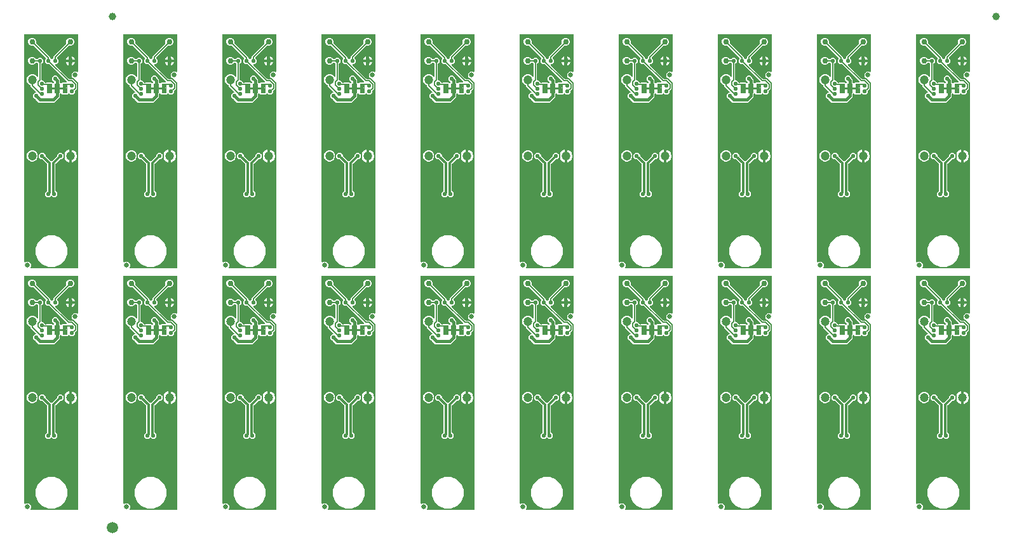
<source format=gbl>
G04 EAGLE Gerber RS-274X export*
G75*
%MOMM*%
%FSLAX34Y34*%
%LPD*%
%INBottom Copper*%
%IPPOS*%
%AMOC8*
5,1,8,0,0,1.08239X$1,22.5*%
G01*
%ADD10C,0.635000*%
%ADD11C,0.099059*%
%ADD12C,0.762000*%
%ADD13C,1.200000*%
%ADD14C,1.000000*%
%ADD15C,1.500000*%
%ADD16C,0.554000*%
%ADD17C,0.152400*%
%ADD18C,0.406400*%
%ADD19C,0.304800*%

G36*
X337116Y2295D02*
X337116Y2295D01*
X337174Y2293D01*
X337256Y2315D01*
X337340Y2327D01*
X337393Y2350D01*
X337449Y2365D01*
X337522Y2408D01*
X337599Y2443D01*
X337644Y2481D01*
X337694Y2510D01*
X337752Y2572D01*
X337816Y2626D01*
X337848Y2675D01*
X337888Y2718D01*
X337927Y2793D01*
X337974Y2863D01*
X337991Y2919D01*
X338018Y2971D01*
X338029Y3039D01*
X338059Y3134D01*
X338062Y3234D01*
X338073Y3302D01*
X338073Y150665D01*
X338067Y150707D01*
X338070Y150751D01*
X338047Y150848D01*
X338033Y150946D01*
X338016Y150986D01*
X338006Y151028D01*
X337958Y151115D01*
X337917Y151206D01*
X337889Y151239D01*
X337868Y151276D01*
X337798Y151347D01*
X337734Y151423D01*
X337698Y151447D01*
X337667Y151477D01*
X337580Y151525D01*
X337497Y151580D01*
X337456Y151593D01*
X337418Y151614D01*
X337321Y151636D01*
X337226Y151666D01*
X337183Y151667D01*
X337141Y151677D01*
X337041Y151671D01*
X336942Y151673D01*
X336900Y151662D01*
X336857Y151660D01*
X336763Y151627D01*
X336667Y151602D01*
X336630Y151579D01*
X336589Y151565D01*
X336508Y151507D01*
X336422Y151456D01*
X336393Y151425D01*
X336358Y151400D01*
X336296Y151322D01*
X336228Y151249D01*
X336208Y151211D01*
X336181Y151177D01*
X336154Y151105D01*
X336098Y150996D01*
X336087Y150928D01*
X336062Y150863D01*
X335873Y149909D01*
X335229Y148354D01*
X334294Y146956D01*
X333104Y145766D01*
X331706Y144831D01*
X330151Y144187D01*
X329409Y144040D01*
X329409Y151666D01*
X329401Y151724D01*
X329403Y151782D01*
X329381Y151864D01*
X329369Y151947D01*
X329346Y152001D01*
X329331Y152057D01*
X329288Y152130D01*
X329253Y152207D01*
X329215Y152251D01*
X329186Y152302D01*
X329124Y152359D01*
X329087Y152403D01*
X329088Y152404D01*
X329152Y152459D01*
X329184Y152507D01*
X329224Y152550D01*
X329263Y152625D01*
X329310Y152695D01*
X329327Y152751D01*
X329354Y152803D01*
X329365Y152871D01*
X329395Y152966D01*
X329398Y153066D01*
X329409Y153134D01*
X329409Y160760D01*
X330151Y160613D01*
X331706Y159969D01*
X333104Y159034D01*
X334294Y157844D01*
X335229Y156446D01*
X335873Y154891D01*
X336062Y153937D01*
X336077Y153896D01*
X336083Y153854D01*
X336123Y153763D01*
X336156Y153669D01*
X336181Y153634D01*
X336199Y153594D01*
X336263Y153518D01*
X336321Y153437D01*
X336355Y153410D01*
X336383Y153377D01*
X336465Y153322D01*
X336543Y153260D01*
X336583Y153244D01*
X336619Y153220D01*
X336714Y153190D01*
X336806Y153152D01*
X336849Y153147D01*
X336890Y153134D01*
X336990Y153131D01*
X337089Y153120D01*
X337131Y153128D01*
X337174Y153127D01*
X337271Y153152D01*
X337369Y153169D01*
X337408Y153188D01*
X337449Y153198D01*
X337535Y153249D01*
X337625Y153293D01*
X337657Y153322D01*
X337694Y153344D01*
X337762Y153416D01*
X337836Y153483D01*
X337859Y153520D01*
X337888Y153551D01*
X337934Y153640D01*
X337986Y153724D01*
X337998Y153766D01*
X338018Y153804D01*
X338030Y153880D01*
X338064Y153998D01*
X338062Y154067D01*
X338073Y154135D01*
X338073Y241123D01*
X338069Y241152D01*
X338072Y241182D01*
X338049Y241293D01*
X338033Y241405D01*
X338021Y241432D01*
X338016Y241460D01*
X337963Y241561D01*
X337917Y241664D01*
X337898Y241687D01*
X337885Y241713D01*
X337807Y241795D01*
X337734Y241881D01*
X337709Y241897D01*
X337689Y241919D01*
X337591Y241976D01*
X337497Y242039D01*
X337469Y242048D01*
X337444Y242062D01*
X337334Y242090D01*
X337226Y242125D01*
X337196Y242125D01*
X337168Y242133D01*
X337055Y242129D01*
X336942Y242132D01*
X336913Y242124D01*
X336884Y242124D01*
X336776Y242089D01*
X336667Y242060D01*
X336641Y242045D01*
X336613Y242036D01*
X336549Y241990D01*
X336422Y241915D01*
X336379Y241869D01*
X336340Y241841D01*
X335017Y240518D01*
X334157Y239658D01*
X334105Y239588D01*
X334045Y239524D01*
X334019Y239475D01*
X333986Y239431D01*
X333955Y239349D01*
X333915Y239271D01*
X333907Y239224D01*
X333885Y239165D01*
X333873Y239018D01*
X333860Y238940D01*
X333860Y236521D01*
X331344Y234005D01*
X327786Y234005D01*
X326235Y235557D01*
X326188Y235592D01*
X326148Y235634D01*
X326075Y235677D01*
X326007Y235728D01*
X325953Y235748D01*
X325902Y235778D01*
X325821Y235799D01*
X325742Y235829D01*
X325683Y235834D01*
X325627Y235848D01*
X325543Y235845D01*
X325459Y235852D01*
X325401Y235841D01*
X325343Y235839D01*
X325262Y235813D01*
X325180Y235796D01*
X325128Y235770D01*
X325072Y235752D01*
X325016Y235711D01*
X324927Y235665D01*
X324855Y235597D01*
X324799Y235557D01*
X323937Y234695D01*
X316651Y234695D01*
X315805Y235541D01*
X315758Y235576D01*
X315718Y235618D01*
X315645Y235661D01*
X315578Y235712D01*
X315523Y235733D01*
X315473Y235762D01*
X315391Y235783D01*
X315312Y235813D01*
X315254Y235818D01*
X315197Y235832D01*
X315113Y235830D01*
X315029Y235837D01*
X314971Y235825D01*
X314913Y235823D01*
X314833Y235797D01*
X314750Y235781D01*
X314698Y235754D01*
X314642Y235736D01*
X314586Y235696D01*
X314498Y235650D01*
X314425Y235581D01*
X314369Y235541D01*
X313734Y234906D01*
X313681Y234836D01*
X313622Y234772D01*
X313596Y234723D01*
X313563Y234679D01*
X313532Y234597D01*
X313492Y234519D01*
X313484Y234472D01*
X313462Y234413D01*
X313450Y234265D01*
X313437Y234188D01*
X313437Y230937D01*
X311056Y228556D01*
X308654Y226154D01*
X306273Y223773D01*
X285547Y223773D01*
X281502Y227818D01*
X281432Y227870D01*
X281368Y227930D01*
X281319Y227956D01*
X281275Y227989D01*
X281193Y228020D01*
X281115Y228060D01*
X281068Y228068D01*
X281009Y228090D01*
X280862Y228102D01*
X280784Y228115D01*
X280161Y228115D01*
X277645Y230631D01*
X277645Y234189D01*
X280161Y236705D01*
X280850Y236705D01*
X280879Y236709D01*
X280909Y236706D01*
X281020Y236729D01*
X281132Y236745D01*
X281159Y236757D01*
X281187Y236762D01*
X281288Y236814D01*
X281391Y236861D01*
X281414Y236880D01*
X281440Y236893D01*
X281522Y236971D01*
X281608Y237044D01*
X281625Y237069D01*
X281646Y237089D01*
X281703Y237187D01*
X281766Y237281D01*
X281775Y237309D01*
X281789Y237334D01*
X281817Y237444D01*
X281852Y237552D01*
X281852Y237582D01*
X281860Y237610D01*
X281856Y237723D01*
X281859Y237836D01*
X281851Y237865D01*
X281851Y237894D01*
X281816Y238002D01*
X281787Y238111D01*
X281772Y238137D01*
X281763Y238165D01*
X281718Y238228D01*
X281642Y238356D01*
X281596Y238399D01*
X281568Y238438D01*
X274573Y245433D01*
X274573Y246124D01*
X274573Y246126D01*
X274573Y246127D01*
X274553Y246267D01*
X274533Y246406D01*
X274533Y246407D01*
X274533Y246409D01*
X274476Y246535D01*
X274417Y246665D01*
X274416Y246666D01*
X274415Y246668D01*
X274324Y246775D01*
X274234Y246882D01*
X274232Y246883D01*
X274231Y246884D01*
X274218Y246892D01*
X273997Y247040D01*
X273968Y247049D01*
X273947Y247062D01*
X272598Y247621D01*
X270481Y249738D01*
X269335Y252503D01*
X269335Y255497D01*
X270481Y258262D01*
X272598Y260379D01*
X275363Y261525D01*
X278357Y261525D01*
X281122Y260379D01*
X283000Y258501D01*
X283024Y258484D01*
X283043Y258461D01*
X283137Y258399D01*
X283227Y258331D01*
X283255Y258320D01*
X283279Y258304D01*
X283387Y258270D01*
X283493Y258229D01*
X283522Y258227D01*
X283550Y258218D01*
X283664Y258215D01*
X283776Y258206D01*
X283805Y258212D01*
X283834Y258211D01*
X283944Y258239D01*
X284055Y258262D01*
X284081Y258275D01*
X284109Y258283D01*
X284207Y258340D01*
X284307Y258393D01*
X284329Y258413D01*
X284354Y258428D01*
X284431Y258510D01*
X284513Y258588D01*
X284528Y258614D01*
X284548Y258635D01*
X284600Y258736D01*
X284657Y258834D01*
X284664Y258862D01*
X284678Y258888D01*
X284691Y258966D01*
X284727Y259109D01*
X284725Y259172D01*
X284733Y259219D01*
X284733Y275193D01*
X284721Y275279D01*
X284718Y275367D01*
X284701Y275419D01*
X284693Y275474D01*
X284658Y275554D01*
X284631Y275637D01*
X284603Y275676D01*
X284577Y275733D01*
X284481Y275847D01*
X284436Y275910D01*
X283530Y276816D01*
X283461Y276868D01*
X283397Y276928D01*
X283347Y276954D01*
X283303Y276987D01*
X283222Y277018D01*
X283144Y277058D01*
X283096Y277066D01*
X283038Y277088D01*
X282890Y277100D01*
X282813Y277113D01*
X282365Y277113D01*
X282364Y277113D01*
X282362Y277113D01*
X282222Y277093D01*
X282084Y277073D01*
X282083Y277073D01*
X282081Y277073D01*
X281953Y277015D01*
X281825Y276957D01*
X281823Y276956D01*
X281822Y276955D01*
X281715Y276864D01*
X281608Y276774D01*
X281607Y276772D01*
X281605Y276771D01*
X281597Y276758D01*
X281450Y276537D01*
X281441Y276508D01*
X281427Y276487D01*
X281383Y276378D01*
X279882Y274877D01*
X277921Y274065D01*
X275799Y274065D01*
X273838Y274877D01*
X272337Y276378D01*
X271525Y278339D01*
X271525Y280461D01*
X272337Y282422D01*
X273838Y283923D01*
X275799Y284735D01*
X277921Y284735D01*
X279882Y283923D01*
X281383Y282422D01*
X281427Y282313D01*
X281428Y282312D01*
X281429Y282311D01*
X281498Y282194D01*
X281572Y282069D01*
X281573Y282067D01*
X281574Y282066D01*
X281675Y281971D01*
X281779Y281873D01*
X281780Y281873D01*
X281781Y281872D01*
X281907Y281807D01*
X282031Y281743D01*
X282033Y281743D01*
X282034Y281742D01*
X282049Y281740D01*
X282310Y281688D01*
X282341Y281691D01*
X282365Y281687D01*
X282813Y281687D01*
X282899Y281699D01*
X282987Y281702D01*
X283039Y281719D01*
X283094Y281727D01*
X283174Y281762D01*
X283257Y281789D01*
X283296Y281817D01*
X283353Y281843D01*
X283467Y281939D01*
X283530Y281984D01*
X285241Y283695D01*
X288799Y283695D01*
X291315Y281179D01*
X291315Y277621D01*
X289604Y275910D01*
X289552Y275841D01*
X289492Y275777D01*
X289466Y275727D01*
X289433Y275683D01*
X289402Y275602D01*
X289362Y275524D01*
X289354Y275476D01*
X289332Y275418D01*
X289320Y275270D01*
X289307Y275193D01*
X289307Y254230D01*
X289315Y254172D01*
X289313Y254114D01*
X289335Y254032D01*
X289347Y253948D01*
X289370Y253895D01*
X289385Y253839D01*
X289428Y253766D01*
X289463Y253689D01*
X289501Y253644D01*
X289530Y253594D01*
X289592Y253536D01*
X289646Y253472D01*
X289695Y253440D01*
X289738Y253400D01*
X289813Y253361D01*
X289883Y253314D01*
X289939Y253297D01*
X289991Y253270D01*
X290059Y253259D01*
X290154Y253229D01*
X290254Y253226D01*
X290322Y253215D01*
X291339Y253215D01*
X293904Y250650D01*
X293918Y250617D01*
X293933Y250561D01*
X293976Y250488D01*
X294011Y250411D01*
X294049Y250366D01*
X294078Y250316D01*
X294140Y250258D01*
X294194Y250194D01*
X294243Y250162D01*
X294286Y250122D01*
X294361Y250083D01*
X294431Y250036D01*
X294487Y250019D01*
X294539Y249992D01*
X294607Y249981D01*
X294702Y249951D01*
X294758Y249949D01*
X294784Y249943D01*
X294826Y249944D01*
X294870Y249937D01*
X294894Y249937D01*
X294948Y249944D01*
X294986Y249943D01*
X295011Y249950D01*
X295068Y249952D01*
X295121Y249969D01*
X295176Y249977D01*
X295255Y250012D01*
X295339Y250039D01*
X295378Y250067D01*
X295435Y250093D01*
X295548Y250189D01*
X295612Y250234D01*
X295823Y250445D01*
X303109Y250445D01*
X303955Y249599D01*
X304002Y249564D01*
X304042Y249522D01*
X304115Y249479D01*
X304182Y249428D01*
X304237Y249407D01*
X304287Y249378D01*
X304369Y249357D01*
X304448Y249327D01*
X304506Y249322D01*
X304563Y249308D01*
X304647Y249310D01*
X304731Y249303D01*
X304789Y249315D01*
X304847Y249317D01*
X304927Y249343D01*
X305010Y249359D01*
X305062Y249386D01*
X305117Y249404D01*
X305174Y249444D01*
X305262Y249490D01*
X305335Y249559D01*
X305391Y249599D01*
X305764Y249972D01*
X305799Y250019D01*
X305841Y250059D01*
X305884Y250132D01*
X305935Y250199D01*
X305955Y250254D01*
X305985Y250304D01*
X306006Y250386D01*
X306036Y250465D01*
X306041Y250523D01*
X306055Y250580D01*
X306052Y250664D01*
X306059Y250748D01*
X306048Y250805D01*
X306046Y250864D01*
X306020Y250944D01*
X306003Y251027D01*
X305977Y251079D01*
X305959Y251134D01*
X305918Y251190D01*
X305873Y251279D01*
X305804Y251351D01*
X305764Y251408D01*
X303045Y254126D01*
X303045Y257684D01*
X305561Y260200D01*
X309119Y260200D01*
X311635Y257684D01*
X311635Y257061D01*
X311642Y257011D01*
X311641Y256998D01*
X311646Y256980D01*
X311647Y256974D01*
X311650Y256887D01*
X311667Y256834D01*
X311675Y256779D01*
X311710Y256699D01*
X311737Y256616D01*
X311765Y256577D01*
X311791Y256520D01*
X311887Y256407D01*
X311932Y256343D01*
X313437Y254838D01*
X313437Y250952D01*
X313449Y250865D01*
X313452Y250778D01*
X313469Y250725D01*
X313477Y250670D01*
X313512Y250591D01*
X313539Y250507D01*
X313567Y250468D01*
X313593Y250411D01*
X313689Y250298D01*
X313734Y250234D01*
X314369Y249599D01*
X314416Y249564D01*
X314456Y249522D01*
X314529Y249479D01*
X314596Y249428D01*
X314651Y249407D01*
X314701Y249378D01*
X314783Y249357D01*
X314862Y249327D01*
X314920Y249322D01*
X314977Y249308D01*
X315061Y249310D01*
X315145Y249303D01*
X315203Y249315D01*
X315261Y249317D01*
X315341Y249343D01*
X315424Y249359D01*
X315476Y249386D01*
X315532Y249404D01*
X315588Y249444D01*
X315676Y249490D01*
X315749Y249559D01*
X315805Y249599D01*
X316651Y250445D01*
X321720Y250445D01*
X321749Y250449D01*
X321779Y250446D01*
X321890Y250469D01*
X322002Y250485D01*
X322029Y250497D01*
X322057Y250502D01*
X322158Y250554D01*
X322261Y250601D01*
X322284Y250620D01*
X322310Y250633D01*
X322392Y250711D01*
X322478Y250784D01*
X322495Y250809D01*
X322516Y250829D01*
X322573Y250927D01*
X322636Y251021D01*
X322645Y251049D01*
X322659Y251074D01*
X322687Y251184D01*
X322722Y251292D01*
X322722Y251322D01*
X322730Y251350D01*
X322726Y251463D01*
X322729Y251576D01*
X322721Y251605D01*
X322721Y251634D01*
X322686Y251742D01*
X322657Y251851D01*
X322642Y251877D01*
X322633Y251905D01*
X322588Y251968D01*
X322512Y252096D01*
X322466Y252139D01*
X322438Y252178D01*
X299808Y274808D01*
X299738Y274860D01*
X299674Y274920D01*
X299625Y274946D01*
X299581Y274979D01*
X299499Y275010D01*
X299421Y275050D01*
X299374Y275058D01*
X299315Y275080D01*
X299168Y275092D01*
X299090Y275105D01*
X296671Y275105D01*
X294155Y277621D01*
X294155Y281179D01*
X294983Y282007D01*
X295018Y282054D01*
X295061Y282094D01*
X295104Y282167D01*
X295154Y282234D01*
X295175Y282289D01*
X295205Y282339D01*
X295225Y282421D01*
X295255Y282500D01*
X295260Y282558D01*
X295275Y282615D01*
X295272Y282699D01*
X295279Y282783D01*
X295267Y282840D01*
X295266Y282899D01*
X295240Y282979D01*
X295223Y283062D01*
X295196Y283114D01*
X295178Y283169D01*
X295138Y283226D01*
X295092Y283314D01*
X295023Y283387D01*
X294983Y283443D01*
X279136Y299290D01*
X279135Y299291D01*
X279134Y299292D01*
X279022Y299376D01*
X278909Y299461D01*
X278907Y299462D01*
X278906Y299463D01*
X278775Y299512D01*
X278643Y299562D01*
X278642Y299562D01*
X278640Y299563D01*
X278498Y299574D01*
X278360Y299586D01*
X278358Y299585D01*
X278357Y299586D01*
X278341Y299582D01*
X278081Y299530D01*
X278054Y299516D01*
X278029Y299510D01*
X277921Y299465D01*
X275799Y299465D01*
X273838Y300277D01*
X272337Y301778D01*
X271525Y303739D01*
X271525Y305861D01*
X272337Y307822D01*
X273838Y309323D01*
X275799Y310135D01*
X277921Y310135D01*
X279882Y309323D01*
X281383Y307822D01*
X282195Y305861D01*
X282195Y303739D01*
X282150Y303631D01*
X282149Y303629D01*
X282149Y303628D01*
X282115Y303497D01*
X282079Y303355D01*
X282079Y303354D01*
X282079Y303352D01*
X282083Y303215D01*
X282087Y303071D01*
X282087Y303069D01*
X282088Y303068D01*
X282129Y302940D01*
X282174Y302800D01*
X282175Y302799D01*
X282175Y302797D01*
X282184Y302785D01*
X282332Y302564D01*
X282355Y302544D01*
X282370Y302524D01*
X300737Y284157D01*
X300737Y283607D01*
X300749Y283521D01*
X300752Y283433D01*
X300769Y283381D01*
X300777Y283326D01*
X300812Y283246D01*
X300839Y283163D01*
X300867Y283124D01*
X300893Y283067D01*
X300989Y282953D01*
X301034Y282890D01*
X302177Y281747D01*
X302224Y281711D01*
X302264Y281669D01*
X302337Y281626D01*
X302404Y281576D01*
X302459Y281555D01*
X302509Y281525D01*
X302591Y281505D01*
X302670Y281474D01*
X302728Y281470D01*
X302785Y281455D01*
X302869Y281458D01*
X302953Y281451D01*
X303011Y281462D01*
X303069Y281464D01*
X303149Y281490D01*
X303232Y281507D01*
X303284Y281534D01*
X303340Y281552D01*
X303396Y281592D01*
X303484Y281638D01*
X303557Y281707D01*
X303613Y281747D01*
X304756Y282890D01*
X304808Y282959D01*
X304868Y283023D01*
X304894Y283073D01*
X304927Y283117D01*
X304958Y283198D01*
X304998Y283276D01*
X305006Y283324D01*
X305028Y283382D01*
X305040Y283530D01*
X305053Y283607D01*
X305053Y285427D01*
X322150Y302524D01*
X322151Y302525D01*
X322152Y302526D01*
X322241Y302645D01*
X322321Y302751D01*
X322322Y302753D01*
X322323Y302754D01*
X322373Y302888D01*
X322422Y303017D01*
X322422Y303018D01*
X322423Y303020D01*
X322434Y303159D01*
X322446Y303300D01*
X322445Y303302D01*
X322446Y303303D01*
X322442Y303318D01*
X322390Y303579D01*
X322376Y303606D01*
X322370Y303630D01*
X322325Y303739D01*
X322325Y305861D01*
X323137Y307822D01*
X324638Y309323D01*
X326599Y310135D01*
X328721Y310135D01*
X330682Y309323D01*
X332183Y307822D01*
X332995Y305861D01*
X332995Y303739D01*
X332183Y301778D01*
X330682Y300277D01*
X328721Y299465D01*
X326599Y299465D01*
X326490Y299510D01*
X326489Y299511D01*
X326488Y299511D01*
X326354Y299545D01*
X326215Y299581D01*
X326214Y299581D01*
X326212Y299581D01*
X326071Y299577D01*
X325931Y299573D01*
X325929Y299572D01*
X325928Y299572D01*
X325794Y299529D01*
X325660Y299486D01*
X325659Y299485D01*
X325657Y299485D01*
X325645Y299476D01*
X325424Y299328D01*
X325404Y299305D01*
X325384Y299290D01*
X310172Y284078D01*
X310137Y284031D01*
X310094Y283991D01*
X310051Y283918D01*
X310001Y283851D01*
X309980Y283796D01*
X309950Y283745D01*
X309930Y283664D01*
X309900Y283585D01*
X309895Y283527D01*
X309880Y283470D01*
X309883Y283386D01*
X309876Y283302D01*
X309888Y283244D01*
X309889Y283186D01*
X309915Y283106D01*
X309932Y283023D01*
X309959Y282971D01*
X309977Y282915D01*
X310017Y282859D01*
X310063Y282771D01*
X310132Y282698D01*
X310172Y282642D01*
X311635Y281179D01*
X311635Y277621D01*
X309119Y275105D01*
X308430Y275105D01*
X308401Y275101D01*
X308371Y275104D01*
X308260Y275081D01*
X308148Y275065D01*
X308121Y275053D01*
X308093Y275048D01*
X307992Y274996D01*
X307889Y274949D01*
X307866Y274930D01*
X307840Y274917D01*
X307758Y274839D01*
X307672Y274766D01*
X307655Y274741D01*
X307634Y274721D01*
X307577Y274623D01*
X307514Y274529D01*
X307505Y274501D01*
X307491Y274476D01*
X307463Y274366D01*
X307428Y274258D01*
X307428Y274228D01*
X307420Y274200D01*
X307424Y274087D01*
X307421Y273974D01*
X307429Y273945D01*
X307429Y273916D01*
X307464Y273808D01*
X307493Y273699D01*
X307508Y273673D01*
X307517Y273645D01*
X307562Y273582D01*
X307638Y273454D01*
X307684Y273411D01*
X307712Y273372D01*
X325770Y255314D01*
X325840Y255262D01*
X325904Y255202D01*
X325953Y255176D01*
X325997Y255143D01*
X326079Y255112D01*
X326157Y255072D01*
X326204Y255064D01*
X326263Y255042D01*
X326410Y255030D01*
X326488Y255017D01*
X330246Y255017D01*
X330275Y255021D01*
X330304Y255018D01*
X330415Y255041D01*
X330527Y255057D01*
X330554Y255069D01*
X330583Y255074D01*
X330684Y255127D01*
X330787Y255173D01*
X330809Y255192D01*
X330835Y255205D01*
X330917Y255283D01*
X331004Y255356D01*
X331020Y255381D01*
X331041Y255401D01*
X331098Y255499D01*
X331161Y255593D01*
X331170Y255621D01*
X331185Y255646D01*
X331213Y255756D01*
X331247Y255864D01*
X331248Y255894D01*
X331255Y255922D01*
X331251Y256035D01*
X331254Y256148D01*
X331247Y256177D01*
X331246Y256206D01*
X331211Y256314D01*
X331183Y256423D01*
X331168Y256449D01*
X331159Y256477D01*
X331113Y256540D01*
X331037Y256668D01*
X330992Y256711D01*
X330964Y256750D01*
X329310Y258403D01*
X329310Y262297D01*
X332063Y265050D01*
X335957Y265050D01*
X336340Y264666D01*
X336364Y264649D01*
X336383Y264626D01*
X336477Y264563D01*
X336567Y264495D01*
X336595Y264485D01*
X336619Y264469D01*
X336727Y264434D01*
X336833Y264394D01*
X336862Y264392D01*
X336890Y264383D01*
X337004Y264380D01*
X337116Y264371D01*
X337145Y264376D01*
X337174Y264376D01*
X337284Y264404D01*
X337395Y264426D01*
X337421Y264440D01*
X337449Y264447D01*
X337547Y264505D01*
X337647Y264557D01*
X337669Y264578D01*
X337694Y264593D01*
X337771Y264675D01*
X337853Y264753D01*
X337868Y264779D01*
X337888Y264800D01*
X337940Y264901D01*
X337997Y264999D01*
X338004Y265027D01*
X338018Y265053D01*
X338031Y265130D01*
X338067Y265274D01*
X338065Y265337D01*
X338073Y265384D01*
X338073Y314198D01*
X338065Y314256D01*
X338067Y314314D01*
X338045Y314396D01*
X338033Y314480D01*
X338010Y314533D01*
X337995Y314589D01*
X337952Y314662D01*
X337917Y314739D01*
X337879Y314784D01*
X337850Y314834D01*
X337788Y314892D01*
X337734Y314956D01*
X337685Y314988D01*
X337642Y315028D01*
X337567Y315067D01*
X337497Y315114D01*
X337441Y315131D01*
X337389Y315158D01*
X337321Y315169D01*
X337226Y315199D01*
X337126Y315202D01*
X337058Y315213D01*
X267462Y315213D01*
X267404Y315205D01*
X267346Y315207D01*
X267264Y315185D01*
X267180Y315173D01*
X267127Y315150D01*
X267071Y315135D01*
X266998Y315092D01*
X266921Y315057D01*
X266876Y315019D01*
X266826Y314990D01*
X266768Y314928D01*
X266704Y314874D01*
X266672Y314825D01*
X266632Y314782D01*
X266593Y314707D01*
X266546Y314637D01*
X266529Y314581D01*
X266502Y314529D01*
X266491Y314461D01*
X266461Y314366D01*
X266458Y314266D01*
X266447Y314198D01*
X266447Y11384D01*
X266451Y11355D01*
X266448Y11326D01*
X266471Y11215D01*
X266487Y11103D01*
X266499Y11076D01*
X266504Y11047D01*
X266557Y10946D01*
X266603Y10843D01*
X266622Y10821D01*
X266635Y10795D01*
X266713Y10713D01*
X266786Y10626D01*
X266811Y10610D01*
X266831Y10589D01*
X266929Y10531D01*
X267023Y10469D01*
X267051Y10460D01*
X267076Y10445D01*
X267186Y10417D01*
X267294Y10383D01*
X267324Y10382D01*
X267352Y10375D01*
X267465Y10379D01*
X267578Y10376D01*
X267607Y10383D01*
X267636Y10384D01*
X267744Y10419D01*
X267853Y10447D01*
X267879Y10462D01*
X267907Y10471D01*
X267971Y10517D01*
X268098Y10593D01*
X268141Y10638D01*
X268180Y10666D01*
X268563Y11050D01*
X272457Y11050D01*
X275210Y8297D01*
X275210Y4403D01*
X274826Y4020D01*
X274809Y3996D01*
X274786Y3977D01*
X274723Y3883D01*
X274655Y3793D01*
X274645Y3765D01*
X274629Y3741D01*
X274594Y3633D01*
X274554Y3527D01*
X274552Y3498D01*
X274543Y3470D01*
X274540Y3356D01*
X274531Y3244D01*
X274536Y3215D01*
X274536Y3186D01*
X274564Y3076D01*
X274586Y2965D01*
X274600Y2939D01*
X274607Y2911D01*
X274665Y2813D01*
X274717Y2713D01*
X274738Y2691D01*
X274753Y2666D01*
X274835Y2589D01*
X274913Y2507D01*
X274939Y2492D01*
X274960Y2472D01*
X275061Y2420D01*
X275159Y2363D01*
X275187Y2356D01*
X275213Y2342D01*
X275290Y2329D01*
X275434Y2293D01*
X275497Y2295D01*
X275544Y2287D01*
X337058Y2287D01*
X337116Y2295D01*
G37*
G36*
X1129596Y324875D02*
X1129596Y324875D01*
X1129654Y324873D01*
X1129736Y324895D01*
X1129820Y324907D01*
X1129873Y324930D01*
X1129929Y324945D01*
X1130002Y324988D01*
X1130079Y325023D01*
X1130124Y325061D01*
X1130174Y325090D01*
X1130232Y325152D01*
X1130296Y325206D01*
X1130328Y325255D01*
X1130368Y325298D01*
X1130407Y325373D01*
X1130454Y325443D01*
X1130471Y325499D01*
X1130498Y325551D01*
X1130509Y325619D01*
X1130539Y325714D01*
X1130542Y325814D01*
X1130553Y325882D01*
X1130553Y473245D01*
X1130547Y473287D01*
X1130550Y473331D01*
X1130527Y473428D01*
X1130513Y473526D01*
X1130496Y473566D01*
X1130486Y473608D01*
X1130438Y473695D01*
X1130397Y473786D01*
X1130369Y473819D01*
X1130348Y473856D01*
X1130278Y473927D01*
X1130214Y474003D01*
X1130178Y474027D01*
X1130147Y474057D01*
X1130060Y474105D01*
X1129977Y474160D01*
X1129936Y474173D01*
X1129898Y474194D01*
X1129801Y474216D01*
X1129706Y474246D01*
X1129663Y474247D01*
X1129621Y474257D01*
X1129521Y474251D01*
X1129422Y474253D01*
X1129380Y474242D01*
X1129337Y474240D01*
X1129243Y474207D01*
X1129147Y474182D01*
X1129110Y474159D01*
X1129069Y474145D01*
X1128988Y474087D01*
X1128902Y474036D01*
X1128873Y474005D01*
X1128838Y473980D01*
X1128776Y473902D01*
X1128708Y473829D01*
X1128688Y473791D01*
X1128661Y473757D01*
X1128634Y473685D01*
X1128578Y473576D01*
X1128567Y473508D01*
X1128542Y473443D01*
X1128353Y472489D01*
X1127709Y470934D01*
X1126774Y469536D01*
X1125584Y468346D01*
X1124186Y467411D01*
X1122631Y466767D01*
X1121889Y466620D01*
X1121889Y474246D01*
X1121881Y474304D01*
X1121883Y474362D01*
X1121861Y474444D01*
X1121849Y474527D01*
X1121826Y474581D01*
X1121811Y474637D01*
X1121768Y474710D01*
X1121733Y474787D01*
X1121695Y474831D01*
X1121666Y474882D01*
X1121604Y474939D01*
X1121567Y474983D01*
X1121568Y474984D01*
X1121632Y475039D01*
X1121664Y475087D01*
X1121704Y475130D01*
X1121743Y475205D01*
X1121790Y475275D01*
X1121807Y475331D01*
X1121834Y475383D01*
X1121845Y475451D01*
X1121875Y475546D01*
X1121878Y475646D01*
X1121889Y475714D01*
X1121889Y483340D01*
X1122631Y483193D01*
X1124186Y482549D01*
X1125584Y481614D01*
X1126774Y480424D01*
X1127709Y479026D01*
X1128353Y477471D01*
X1128542Y476517D01*
X1128557Y476476D01*
X1128563Y476434D01*
X1128603Y476343D01*
X1128636Y476249D01*
X1128661Y476214D01*
X1128679Y476174D01*
X1128743Y476098D01*
X1128801Y476017D01*
X1128835Y475990D01*
X1128863Y475957D01*
X1128945Y475902D01*
X1129023Y475840D01*
X1129063Y475824D01*
X1129099Y475800D01*
X1129194Y475770D01*
X1129286Y475732D01*
X1129329Y475727D01*
X1129370Y475714D01*
X1129470Y475711D01*
X1129569Y475700D01*
X1129611Y475708D01*
X1129654Y475707D01*
X1129751Y475732D01*
X1129849Y475749D01*
X1129888Y475768D01*
X1129929Y475778D01*
X1130015Y475829D01*
X1130105Y475873D01*
X1130137Y475902D01*
X1130174Y475924D01*
X1130242Y475996D01*
X1130316Y476063D01*
X1130339Y476100D01*
X1130368Y476131D01*
X1130414Y476220D01*
X1130466Y476304D01*
X1130478Y476346D01*
X1130498Y476384D01*
X1130510Y476460D01*
X1130544Y476578D01*
X1130542Y476647D01*
X1130553Y476715D01*
X1130553Y563703D01*
X1130549Y563732D01*
X1130552Y563762D01*
X1130529Y563873D01*
X1130513Y563985D01*
X1130501Y564012D01*
X1130496Y564040D01*
X1130443Y564141D01*
X1130397Y564244D01*
X1130378Y564267D01*
X1130365Y564293D01*
X1130287Y564375D01*
X1130214Y564461D01*
X1130189Y564477D01*
X1130169Y564499D01*
X1130071Y564556D01*
X1129977Y564619D01*
X1129949Y564628D01*
X1129924Y564642D01*
X1129814Y564670D01*
X1129706Y564705D01*
X1129676Y564705D01*
X1129648Y564713D01*
X1129535Y564709D01*
X1129422Y564712D01*
X1129393Y564704D01*
X1129364Y564704D01*
X1129256Y564669D01*
X1129147Y564640D01*
X1129121Y564625D01*
X1129093Y564616D01*
X1129029Y564570D01*
X1128902Y564495D01*
X1128859Y564449D01*
X1128820Y564421D01*
X1127497Y563098D01*
X1126637Y562238D01*
X1126585Y562168D01*
X1126525Y562104D01*
X1126499Y562055D01*
X1126466Y562011D01*
X1126435Y561929D01*
X1126395Y561851D01*
X1126387Y561804D01*
X1126365Y561745D01*
X1126353Y561598D01*
X1126340Y561520D01*
X1126340Y559101D01*
X1123824Y556585D01*
X1120266Y556585D01*
X1118715Y558137D01*
X1118668Y558172D01*
X1118628Y558214D01*
X1118555Y558257D01*
X1118487Y558308D01*
X1118433Y558328D01*
X1118382Y558358D01*
X1118301Y558379D01*
X1118222Y558409D01*
X1118163Y558414D01*
X1118107Y558428D01*
X1118023Y558425D01*
X1117939Y558432D01*
X1117881Y558421D01*
X1117823Y558419D01*
X1117742Y558393D01*
X1117660Y558376D01*
X1117608Y558350D01*
X1117552Y558332D01*
X1117496Y558291D01*
X1117407Y558245D01*
X1117335Y558177D01*
X1117279Y558137D01*
X1116417Y557275D01*
X1109131Y557275D01*
X1108285Y558121D01*
X1108238Y558156D01*
X1108198Y558198D01*
X1108125Y558241D01*
X1108058Y558292D01*
X1108003Y558313D01*
X1107953Y558342D01*
X1107871Y558363D01*
X1107792Y558393D01*
X1107734Y558398D01*
X1107677Y558412D01*
X1107593Y558410D01*
X1107509Y558417D01*
X1107451Y558405D01*
X1107393Y558403D01*
X1107313Y558377D01*
X1107230Y558361D01*
X1107178Y558334D01*
X1107122Y558316D01*
X1107066Y558276D01*
X1106978Y558230D01*
X1106905Y558161D01*
X1106849Y558121D01*
X1106214Y557486D01*
X1106161Y557416D01*
X1106102Y557352D01*
X1106076Y557303D01*
X1106043Y557259D01*
X1106012Y557177D01*
X1105972Y557099D01*
X1105964Y557052D01*
X1105942Y556993D01*
X1105930Y556845D01*
X1105917Y556768D01*
X1105917Y553517D01*
X1098753Y546353D01*
X1078027Y546353D01*
X1073982Y550398D01*
X1073912Y550450D01*
X1073848Y550510D01*
X1073799Y550536D01*
X1073755Y550569D01*
X1073673Y550600D01*
X1073595Y550640D01*
X1073548Y550648D01*
X1073489Y550670D01*
X1073342Y550682D01*
X1073264Y550695D01*
X1072641Y550695D01*
X1070125Y553211D01*
X1070125Y556769D01*
X1072641Y559285D01*
X1073330Y559285D01*
X1073359Y559289D01*
X1073389Y559286D01*
X1073500Y559309D01*
X1073612Y559325D01*
X1073639Y559337D01*
X1073667Y559342D01*
X1073768Y559394D01*
X1073871Y559441D01*
X1073894Y559460D01*
X1073920Y559473D01*
X1074002Y559551D01*
X1074088Y559624D01*
X1074105Y559649D01*
X1074126Y559669D01*
X1074183Y559767D01*
X1074246Y559861D01*
X1074255Y559889D01*
X1074269Y559914D01*
X1074297Y560024D01*
X1074332Y560132D01*
X1074332Y560162D01*
X1074340Y560190D01*
X1074336Y560303D01*
X1074339Y560416D01*
X1074331Y560445D01*
X1074331Y560474D01*
X1074296Y560582D01*
X1074267Y560691D01*
X1074252Y560717D01*
X1074243Y560745D01*
X1074198Y560808D01*
X1074122Y560936D01*
X1074076Y560979D01*
X1074048Y561018D01*
X1067053Y568013D01*
X1067053Y568704D01*
X1067053Y568706D01*
X1067053Y568707D01*
X1067033Y568847D01*
X1067013Y568986D01*
X1067013Y568987D01*
X1067013Y568989D01*
X1066956Y569115D01*
X1066897Y569245D01*
X1066896Y569246D01*
X1066895Y569248D01*
X1066804Y569355D01*
X1066714Y569462D01*
X1066712Y569463D01*
X1066711Y569464D01*
X1066698Y569472D01*
X1066477Y569620D01*
X1066448Y569629D01*
X1066427Y569642D01*
X1065078Y570201D01*
X1062961Y572318D01*
X1061815Y575083D01*
X1061815Y578077D01*
X1062961Y580842D01*
X1065078Y582959D01*
X1067843Y584105D01*
X1070837Y584105D01*
X1073602Y582959D01*
X1075480Y581081D01*
X1075504Y581064D01*
X1075523Y581041D01*
X1075617Y580979D01*
X1075707Y580911D01*
X1075735Y580900D01*
X1075759Y580884D01*
X1075867Y580850D01*
X1075973Y580809D01*
X1076002Y580807D01*
X1076030Y580798D01*
X1076144Y580795D01*
X1076256Y580786D01*
X1076285Y580792D01*
X1076314Y580791D01*
X1076424Y580819D01*
X1076535Y580842D01*
X1076561Y580855D01*
X1076589Y580863D01*
X1076687Y580920D01*
X1076787Y580973D01*
X1076809Y580993D01*
X1076834Y581008D01*
X1076911Y581090D01*
X1076993Y581168D01*
X1077008Y581194D01*
X1077028Y581215D01*
X1077080Y581316D01*
X1077137Y581414D01*
X1077144Y581442D01*
X1077158Y581468D01*
X1077171Y581546D01*
X1077207Y581689D01*
X1077205Y581752D01*
X1077213Y581799D01*
X1077213Y597773D01*
X1077201Y597859D01*
X1077198Y597947D01*
X1077181Y597999D01*
X1077173Y598054D01*
X1077138Y598134D01*
X1077111Y598217D01*
X1077083Y598256D01*
X1077057Y598313D01*
X1076961Y598427D01*
X1076916Y598490D01*
X1076010Y599396D01*
X1075941Y599448D01*
X1075877Y599508D01*
X1075827Y599534D01*
X1075783Y599567D01*
X1075702Y599598D01*
X1075624Y599638D01*
X1075576Y599646D01*
X1075518Y599668D01*
X1075370Y599680D01*
X1075293Y599693D01*
X1074845Y599693D01*
X1074844Y599693D01*
X1074842Y599693D01*
X1074702Y599673D01*
X1074564Y599653D01*
X1074563Y599653D01*
X1074561Y599653D01*
X1074433Y599595D01*
X1074305Y599537D01*
X1074303Y599536D01*
X1074302Y599535D01*
X1074195Y599444D01*
X1074088Y599354D01*
X1074087Y599352D01*
X1074085Y599351D01*
X1074077Y599338D01*
X1073930Y599117D01*
X1073921Y599088D01*
X1073907Y599067D01*
X1073863Y598958D01*
X1072362Y597457D01*
X1070401Y596645D01*
X1068279Y596645D01*
X1066318Y597457D01*
X1064817Y598958D01*
X1064005Y600919D01*
X1064005Y603041D01*
X1064817Y605002D01*
X1066318Y606503D01*
X1068279Y607315D01*
X1070401Y607315D01*
X1072362Y606503D01*
X1073863Y605002D01*
X1073907Y604893D01*
X1073908Y604892D01*
X1073909Y604891D01*
X1073978Y604774D01*
X1074052Y604649D01*
X1074053Y604647D01*
X1074054Y604646D01*
X1074155Y604551D01*
X1074259Y604453D01*
X1074260Y604453D01*
X1074261Y604452D01*
X1074387Y604387D01*
X1074511Y604323D01*
X1074513Y604323D01*
X1074514Y604322D01*
X1074529Y604320D01*
X1074790Y604268D01*
X1074821Y604271D01*
X1074845Y604267D01*
X1075293Y604267D01*
X1075379Y604279D01*
X1075467Y604282D01*
X1075519Y604299D01*
X1075574Y604307D01*
X1075654Y604342D01*
X1075737Y604369D01*
X1075776Y604397D01*
X1075833Y604423D01*
X1075947Y604519D01*
X1076010Y604564D01*
X1077721Y606275D01*
X1081279Y606275D01*
X1083795Y603759D01*
X1083795Y600201D01*
X1082084Y598490D01*
X1082032Y598421D01*
X1081972Y598357D01*
X1081946Y598307D01*
X1081913Y598263D01*
X1081882Y598182D01*
X1081842Y598104D01*
X1081834Y598056D01*
X1081812Y597998D01*
X1081800Y597850D01*
X1081787Y597773D01*
X1081787Y576810D01*
X1081795Y576752D01*
X1081793Y576694D01*
X1081815Y576612D01*
X1081827Y576528D01*
X1081850Y576475D01*
X1081865Y576419D01*
X1081908Y576346D01*
X1081943Y576269D01*
X1081981Y576224D01*
X1082010Y576174D01*
X1082072Y576116D01*
X1082126Y576052D01*
X1082175Y576020D01*
X1082218Y575980D01*
X1082293Y575941D01*
X1082363Y575894D01*
X1082419Y575877D01*
X1082471Y575850D01*
X1082539Y575839D01*
X1082634Y575809D01*
X1082734Y575806D01*
X1082802Y575795D01*
X1083819Y575795D01*
X1086384Y573230D01*
X1086398Y573197D01*
X1086413Y573141D01*
X1086456Y573068D01*
X1086491Y572991D01*
X1086529Y572946D01*
X1086558Y572896D01*
X1086620Y572838D01*
X1086674Y572774D01*
X1086723Y572742D01*
X1086766Y572702D01*
X1086841Y572663D01*
X1086911Y572616D01*
X1086967Y572599D01*
X1087019Y572572D01*
X1087087Y572561D01*
X1087182Y572531D01*
X1087238Y572529D01*
X1087264Y572523D01*
X1087306Y572524D01*
X1087350Y572517D01*
X1087374Y572517D01*
X1087428Y572524D01*
X1087466Y572523D01*
X1087491Y572530D01*
X1087548Y572532D01*
X1087601Y572549D01*
X1087656Y572557D01*
X1087735Y572592D01*
X1087819Y572619D01*
X1087858Y572647D01*
X1087915Y572673D01*
X1088028Y572769D01*
X1088092Y572814D01*
X1088303Y573025D01*
X1095589Y573025D01*
X1096435Y572179D01*
X1096482Y572144D01*
X1096522Y572102D01*
X1096595Y572059D01*
X1096662Y572008D01*
X1096717Y571987D01*
X1096767Y571958D01*
X1096849Y571937D01*
X1096928Y571907D01*
X1096986Y571902D01*
X1097043Y571888D01*
X1097127Y571890D01*
X1097211Y571883D01*
X1097269Y571895D01*
X1097327Y571897D01*
X1097407Y571923D01*
X1097490Y571939D01*
X1097542Y571966D01*
X1097598Y571984D01*
X1097654Y572024D01*
X1097742Y572070D01*
X1097815Y572139D01*
X1097871Y572179D01*
X1098244Y572552D01*
X1098279Y572599D01*
X1098321Y572639D01*
X1098364Y572712D01*
X1098415Y572779D01*
X1098435Y572834D01*
X1098465Y572884D01*
X1098486Y572966D01*
X1098516Y573045D01*
X1098521Y573103D01*
X1098535Y573160D01*
X1098532Y573244D01*
X1098539Y573328D01*
X1098528Y573385D01*
X1098526Y573444D01*
X1098500Y573524D01*
X1098483Y573607D01*
X1098457Y573659D01*
X1098439Y573714D01*
X1098398Y573771D01*
X1098352Y573859D01*
X1098284Y573931D01*
X1098244Y573988D01*
X1095525Y576706D01*
X1095525Y580264D01*
X1098041Y582780D01*
X1101599Y582780D01*
X1104115Y580264D01*
X1104115Y579641D01*
X1104122Y579591D01*
X1104121Y579578D01*
X1104126Y579560D01*
X1104127Y579554D01*
X1104130Y579467D01*
X1104147Y579414D01*
X1104155Y579359D01*
X1104190Y579279D01*
X1104217Y579196D01*
X1104245Y579157D01*
X1104271Y579100D01*
X1104367Y578987D01*
X1104412Y578923D01*
X1105917Y577418D01*
X1105917Y573532D01*
X1105929Y573445D01*
X1105932Y573358D01*
X1105949Y573305D01*
X1105957Y573250D01*
X1105992Y573171D01*
X1106019Y573087D01*
X1106047Y573048D01*
X1106073Y572991D01*
X1106169Y572878D01*
X1106214Y572814D01*
X1106849Y572179D01*
X1106896Y572144D01*
X1106936Y572102D01*
X1107009Y572059D01*
X1107076Y572008D01*
X1107131Y571987D01*
X1107181Y571958D01*
X1107263Y571937D01*
X1107342Y571907D01*
X1107400Y571902D01*
X1107457Y571888D01*
X1107541Y571890D01*
X1107625Y571883D01*
X1107683Y571895D01*
X1107741Y571897D01*
X1107821Y571923D01*
X1107904Y571939D01*
X1107956Y571966D01*
X1108012Y571984D01*
X1108068Y572024D01*
X1108156Y572070D01*
X1108229Y572139D01*
X1108285Y572179D01*
X1109131Y573025D01*
X1114200Y573025D01*
X1114229Y573029D01*
X1114259Y573026D01*
X1114370Y573049D01*
X1114482Y573065D01*
X1114509Y573077D01*
X1114537Y573082D01*
X1114638Y573134D01*
X1114741Y573181D01*
X1114764Y573200D01*
X1114790Y573213D01*
X1114872Y573291D01*
X1114958Y573364D01*
X1114975Y573389D01*
X1114996Y573409D01*
X1115053Y573507D01*
X1115116Y573601D01*
X1115125Y573629D01*
X1115139Y573654D01*
X1115167Y573764D01*
X1115202Y573872D01*
X1115202Y573902D01*
X1115210Y573930D01*
X1115206Y574043D01*
X1115209Y574156D01*
X1115201Y574185D01*
X1115201Y574214D01*
X1115166Y574322D01*
X1115137Y574431D01*
X1115122Y574457D01*
X1115113Y574485D01*
X1115068Y574548D01*
X1114992Y574676D01*
X1114946Y574719D01*
X1114918Y574758D01*
X1092288Y597388D01*
X1092218Y597440D01*
X1092154Y597500D01*
X1092105Y597526D01*
X1092061Y597559D01*
X1091979Y597590D01*
X1091901Y597630D01*
X1091854Y597638D01*
X1091795Y597660D01*
X1091648Y597672D01*
X1091570Y597685D01*
X1089151Y597685D01*
X1086635Y600201D01*
X1086635Y603759D01*
X1087463Y604587D01*
X1087498Y604634D01*
X1087541Y604674D01*
X1087584Y604747D01*
X1087634Y604814D01*
X1087655Y604869D01*
X1087685Y604919D01*
X1087705Y605001D01*
X1087735Y605080D01*
X1087740Y605138D01*
X1087755Y605195D01*
X1087752Y605279D01*
X1087759Y605363D01*
X1087747Y605420D01*
X1087746Y605479D01*
X1087720Y605559D01*
X1087703Y605642D01*
X1087676Y605694D01*
X1087658Y605749D01*
X1087618Y605806D01*
X1087572Y605894D01*
X1087503Y605967D01*
X1087463Y606023D01*
X1071616Y621870D01*
X1071615Y621871D01*
X1071614Y621872D01*
X1071495Y621961D01*
X1071389Y622041D01*
X1071387Y622042D01*
X1071386Y622043D01*
X1071252Y622093D01*
X1071123Y622142D01*
X1071122Y622142D01*
X1071120Y622143D01*
X1070981Y622154D01*
X1070840Y622166D01*
X1070838Y622165D01*
X1070837Y622166D01*
X1070822Y622162D01*
X1070561Y622110D01*
X1070534Y622096D01*
X1070510Y622090D01*
X1070401Y622045D01*
X1068279Y622045D01*
X1066318Y622857D01*
X1064817Y624358D01*
X1064005Y626319D01*
X1064005Y628441D01*
X1064817Y630402D01*
X1066318Y631903D01*
X1068279Y632715D01*
X1070401Y632715D01*
X1072362Y631903D01*
X1073863Y630402D01*
X1074675Y628441D01*
X1074675Y626319D01*
X1074630Y626210D01*
X1074629Y626209D01*
X1074629Y626208D01*
X1074595Y626074D01*
X1074559Y625935D01*
X1074559Y625934D01*
X1074559Y625932D01*
X1074563Y625791D01*
X1074567Y625651D01*
X1074568Y625649D01*
X1074568Y625648D01*
X1074611Y625514D01*
X1074654Y625380D01*
X1074655Y625379D01*
X1074655Y625377D01*
X1074664Y625365D01*
X1074812Y625144D01*
X1074835Y625124D01*
X1074850Y625104D01*
X1093217Y606737D01*
X1093217Y606187D01*
X1093229Y606101D01*
X1093232Y606013D01*
X1093249Y605961D01*
X1093257Y605906D01*
X1093292Y605826D01*
X1093319Y605743D01*
X1093347Y605704D01*
X1093373Y605647D01*
X1093469Y605533D01*
X1093514Y605470D01*
X1094657Y604327D01*
X1094704Y604291D01*
X1094744Y604249D01*
X1094817Y604206D01*
X1094884Y604156D01*
X1094939Y604135D01*
X1094989Y604105D01*
X1095071Y604085D01*
X1095150Y604054D01*
X1095208Y604050D01*
X1095265Y604035D01*
X1095349Y604038D01*
X1095433Y604031D01*
X1095491Y604042D01*
X1095549Y604044D01*
X1095629Y604070D01*
X1095712Y604087D01*
X1095764Y604114D01*
X1095820Y604132D01*
X1095876Y604172D01*
X1095964Y604218D01*
X1096037Y604286D01*
X1096093Y604327D01*
X1097236Y605470D01*
X1097288Y605539D01*
X1097348Y605603D01*
X1097374Y605653D01*
X1097407Y605697D01*
X1097438Y605778D01*
X1097478Y605856D01*
X1097486Y605904D01*
X1097508Y605962D01*
X1097520Y606110D01*
X1097533Y606187D01*
X1097533Y608007D01*
X1114630Y625104D01*
X1114631Y625105D01*
X1114632Y625106D01*
X1114712Y625213D01*
X1114801Y625331D01*
X1114802Y625333D01*
X1114802Y625334D01*
X1114852Y625465D01*
X1114902Y625597D01*
X1114902Y625598D01*
X1114903Y625600D01*
X1114915Y625745D01*
X1114926Y625880D01*
X1114925Y625882D01*
X1114926Y625883D01*
X1114922Y625899D01*
X1114870Y626159D01*
X1114856Y626186D01*
X1114850Y626210D01*
X1114805Y626319D01*
X1114805Y628441D01*
X1115617Y630402D01*
X1117118Y631903D01*
X1119079Y632715D01*
X1121201Y632715D01*
X1123162Y631903D01*
X1124663Y630402D01*
X1125475Y628441D01*
X1125475Y626319D01*
X1124663Y624358D01*
X1123162Y622857D01*
X1121201Y622045D01*
X1119079Y622045D01*
X1118970Y622090D01*
X1118969Y622091D01*
X1118968Y622091D01*
X1118832Y622126D01*
X1118695Y622161D01*
X1118694Y622161D01*
X1118692Y622161D01*
X1118552Y622157D01*
X1118411Y622153D01*
X1118409Y622152D01*
X1118408Y622152D01*
X1118276Y622110D01*
X1118140Y622066D01*
X1118139Y622065D01*
X1118137Y622065D01*
X1118125Y622056D01*
X1117904Y621908D01*
X1117884Y621885D01*
X1117864Y621870D01*
X1102652Y606658D01*
X1102617Y606611D01*
X1102574Y606571D01*
X1102531Y606498D01*
X1102481Y606431D01*
X1102460Y606376D01*
X1102430Y606325D01*
X1102410Y606244D01*
X1102380Y606165D01*
X1102375Y606107D01*
X1102360Y606050D01*
X1102363Y605966D01*
X1102356Y605882D01*
X1102368Y605824D01*
X1102369Y605766D01*
X1102395Y605686D01*
X1102412Y605603D01*
X1102439Y605551D01*
X1102457Y605495D01*
X1102497Y605439D01*
X1102543Y605351D01*
X1102612Y605278D01*
X1102652Y605222D01*
X1104115Y603759D01*
X1104115Y600201D01*
X1101599Y597685D01*
X1100910Y597685D01*
X1100881Y597681D01*
X1100851Y597684D01*
X1100740Y597661D01*
X1100628Y597645D01*
X1100601Y597633D01*
X1100573Y597628D01*
X1100472Y597576D01*
X1100369Y597529D01*
X1100346Y597510D01*
X1100320Y597497D01*
X1100238Y597419D01*
X1100152Y597346D01*
X1100135Y597321D01*
X1100114Y597301D01*
X1100057Y597203D01*
X1099994Y597109D01*
X1099985Y597081D01*
X1099971Y597056D01*
X1099943Y596946D01*
X1099908Y596838D01*
X1099908Y596808D01*
X1099900Y596780D01*
X1099904Y596667D01*
X1099901Y596554D01*
X1099909Y596525D01*
X1099909Y596496D01*
X1099944Y596388D01*
X1099973Y596279D01*
X1099988Y596253D01*
X1099997Y596225D01*
X1100042Y596162D01*
X1100118Y596034D01*
X1100164Y595991D01*
X1100192Y595952D01*
X1118250Y577894D01*
X1118320Y577842D01*
X1118384Y577782D01*
X1118433Y577756D01*
X1118477Y577723D01*
X1118559Y577692D01*
X1118637Y577652D01*
X1118684Y577644D01*
X1118743Y577622D01*
X1118890Y577610D01*
X1118968Y577597D01*
X1122726Y577597D01*
X1122755Y577601D01*
X1122784Y577598D01*
X1122895Y577621D01*
X1123007Y577637D01*
X1123034Y577649D01*
X1123063Y577654D01*
X1123164Y577707D01*
X1123267Y577753D01*
X1123289Y577772D01*
X1123315Y577785D01*
X1123397Y577863D01*
X1123484Y577936D01*
X1123500Y577961D01*
X1123521Y577981D01*
X1123578Y578079D01*
X1123641Y578173D01*
X1123650Y578201D01*
X1123665Y578226D01*
X1123693Y578336D01*
X1123727Y578444D01*
X1123728Y578474D01*
X1123735Y578502D01*
X1123731Y578615D01*
X1123734Y578728D01*
X1123727Y578757D01*
X1123726Y578786D01*
X1123691Y578894D01*
X1123663Y579003D01*
X1123648Y579029D01*
X1123639Y579057D01*
X1123593Y579120D01*
X1123517Y579248D01*
X1123472Y579291D01*
X1123444Y579330D01*
X1121790Y580983D01*
X1121790Y584877D01*
X1124543Y587630D01*
X1128437Y587630D01*
X1128820Y587246D01*
X1128844Y587229D01*
X1128863Y587206D01*
X1128957Y587143D01*
X1129047Y587075D01*
X1129075Y587065D01*
X1129099Y587049D01*
X1129207Y587014D01*
X1129313Y586974D01*
X1129342Y586972D01*
X1129370Y586963D01*
X1129484Y586960D01*
X1129596Y586951D01*
X1129625Y586956D01*
X1129654Y586956D01*
X1129764Y586984D01*
X1129875Y587006D01*
X1129901Y587020D01*
X1129929Y587027D01*
X1130027Y587085D01*
X1130127Y587137D01*
X1130149Y587158D01*
X1130174Y587173D01*
X1130251Y587255D01*
X1130333Y587333D01*
X1130348Y587359D01*
X1130368Y587380D01*
X1130420Y587481D01*
X1130477Y587579D01*
X1130484Y587607D01*
X1130498Y587633D01*
X1130511Y587710D01*
X1130547Y587854D01*
X1130545Y587917D01*
X1130553Y587964D01*
X1130553Y636778D01*
X1130545Y636836D01*
X1130547Y636894D01*
X1130525Y636976D01*
X1130513Y637060D01*
X1130490Y637113D01*
X1130475Y637169D01*
X1130432Y637242D01*
X1130397Y637319D01*
X1130359Y637364D01*
X1130330Y637414D01*
X1130268Y637472D01*
X1130214Y637536D01*
X1130165Y637568D01*
X1130122Y637608D01*
X1130047Y637647D01*
X1129977Y637694D01*
X1129921Y637711D01*
X1129869Y637738D01*
X1129801Y637749D01*
X1129706Y637779D01*
X1129606Y637782D01*
X1129538Y637793D01*
X1059942Y637793D01*
X1059884Y637785D01*
X1059826Y637787D01*
X1059744Y637765D01*
X1059660Y637753D01*
X1059607Y637730D01*
X1059551Y637715D01*
X1059478Y637672D01*
X1059401Y637637D01*
X1059356Y637599D01*
X1059306Y637570D01*
X1059248Y637508D01*
X1059184Y637454D01*
X1059152Y637405D01*
X1059112Y637362D01*
X1059073Y637287D01*
X1059026Y637217D01*
X1059009Y637161D01*
X1058982Y637109D01*
X1058971Y637041D01*
X1058941Y636946D01*
X1058938Y636846D01*
X1058927Y636778D01*
X1058927Y333964D01*
X1058931Y333935D01*
X1058928Y333906D01*
X1058951Y333795D01*
X1058967Y333683D01*
X1058979Y333656D01*
X1058984Y333627D01*
X1059037Y333526D01*
X1059083Y333423D01*
X1059102Y333401D01*
X1059115Y333375D01*
X1059193Y333293D01*
X1059266Y333206D01*
X1059291Y333190D01*
X1059311Y333169D01*
X1059409Y333111D01*
X1059503Y333049D01*
X1059531Y333040D01*
X1059556Y333025D01*
X1059666Y332997D01*
X1059774Y332963D01*
X1059804Y332962D01*
X1059832Y332955D01*
X1059945Y332959D01*
X1060058Y332956D01*
X1060087Y332963D01*
X1060116Y332964D01*
X1060224Y332999D01*
X1060333Y333027D01*
X1060359Y333042D01*
X1060387Y333051D01*
X1060451Y333097D01*
X1060578Y333173D01*
X1060621Y333218D01*
X1060660Y333246D01*
X1061043Y333630D01*
X1064937Y333630D01*
X1067690Y330877D01*
X1067690Y326983D01*
X1067306Y326600D01*
X1067289Y326576D01*
X1067266Y326557D01*
X1067203Y326463D01*
X1067135Y326373D01*
X1067125Y326345D01*
X1067109Y326321D01*
X1067074Y326213D01*
X1067034Y326107D01*
X1067032Y326078D01*
X1067023Y326050D01*
X1067020Y325936D01*
X1067011Y325824D01*
X1067016Y325795D01*
X1067016Y325766D01*
X1067044Y325656D01*
X1067066Y325545D01*
X1067080Y325519D01*
X1067087Y325491D01*
X1067145Y325393D01*
X1067197Y325293D01*
X1067218Y325271D01*
X1067233Y325246D01*
X1067315Y325169D01*
X1067393Y325087D01*
X1067419Y325072D01*
X1067440Y325052D01*
X1067541Y325000D01*
X1067639Y324943D01*
X1067667Y324936D01*
X1067693Y324922D01*
X1067770Y324909D01*
X1067914Y324873D01*
X1067977Y324875D01*
X1068024Y324867D01*
X1129538Y324867D01*
X1129596Y324875D01*
G37*
G36*
X733356Y324875D02*
X733356Y324875D01*
X733414Y324873D01*
X733496Y324895D01*
X733580Y324907D01*
X733633Y324930D01*
X733689Y324945D01*
X733762Y324988D01*
X733839Y325023D01*
X733884Y325061D01*
X733934Y325090D01*
X733992Y325152D01*
X734056Y325206D01*
X734088Y325255D01*
X734128Y325298D01*
X734167Y325373D01*
X734214Y325443D01*
X734231Y325499D01*
X734258Y325551D01*
X734269Y325619D01*
X734299Y325714D01*
X734302Y325814D01*
X734313Y325882D01*
X734313Y473245D01*
X734307Y473287D01*
X734310Y473331D01*
X734287Y473428D01*
X734273Y473526D01*
X734256Y473566D01*
X734246Y473608D01*
X734198Y473695D01*
X734157Y473786D01*
X734129Y473819D01*
X734108Y473856D01*
X734038Y473927D01*
X733974Y474003D01*
X733938Y474027D01*
X733907Y474057D01*
X733820Y474105D01*
X733737Y474160D01*
X733696Y474173D01*
X733658Y474194D01*
X733561Y474216D01*
X733466Y474246D01*
X733423Y474247D01*
X733381Y474257D01*
X733281Y474251D01*
X733182Y474253D01*
X733140Y474242D01*
X733097Y474240D01*
X733003Y474207D01*
X732907Y474182D01*
X732870Y474159D01*
X732829Y474145D01*
X732748Y474087D01*
X732662Y474036D01*
X732633Y474005D01*
X732598Y473980D01*
X732536Y473902D01*
X732468Y473829D01*
X732448Y473791D01*
X732421Y473757D01*
X732394Y473685D01*
X732338Y473576D01*
X732327Y473508D01*
X732302Y473443D01*
X732113Y472489D01*
X731469Y470934D01*
X730534Y469536D01*
X729344Y468346D01*
X727946Y467411D01*
X726391Y466767D01*
X725649Y466620D01*
X725649Y474246D01*
X725641Y474304D01*
X725643Y474362D01*
X725621Y474444D01*
X725609Y474527D01*
X725586Y474581D01*
X725571Y474637D01*
X725528Y474710D01*
X725493Y474787D01*
X725455Y474831D01*
X725426Y474882D01*
X725364Y474939D01*
X725327Y474983D01*
X725328Y474984D01*
X725392Y475039D01*
X725424Y475087D01*
X725464Y475130D01*
X725503Y475205D01*
X725550Y475275D01*
X725567Y475331D01*
X725594Y475383D01*
X725605Y475451D01*
X725635Y475546D01*
X725638Y475646D01*
X725649Y475714D01*
X725649Y483340D01*
X726391Y483193D01*
X727946Y482549D01*
X729344Y481614D01*
X730534Y480424D01*
X731469Y479026D01*
X732113Y477471D01*
X732302Y476517D01*
X732317Y476476D01*
X732323Y476434D01*
X732363Y476343D01*
X732396Y476249D01*
X732421Y476214D01*
X732439Y476174D01*
X732503Y476098D01*
X732561Y476017D01*
X732595Y475990D01*
X732623Y475957D01*
X732705Y475902D01*
X732783Y475840D01*
X732823Y475824D01*
X732859Y475800D01*
X732954Y475770D01*
X733046Y475732D01*
X733089Y475727D01*
X733130Y475714D01*
X733230Y475711D01*
X733329Y475700D01*
X733371Y475708D01*
X733414Y475707D01*
X733511Y475732D01*
X733609Y475749D01*
X733648Y475768D01*
X733689Y475778D01*
X733775Y475829D01*
X733865Y475873D01*
X733897Y475902D01*
X733934Y475924D01*
X734002Y475996D01*
X734076Y476063D01*
X734099Y476100D01*
X734128Y476131D01*
X734174Y476220D01*
X734226Y476304D01*
X734238Y476346D01*
X734258Y476384D01*
X734270Y476460D01*
X734304Y476578D01*
X734302Y476647D01*
X734313Y476715D01*
X734313Y563703D01*
X734309Y563732D01*
X734312Y563762D01*
X734289Y563873D01*
X734273Y563985D01*
X734261Y564012D01*
X734256Y564040D01*
X734203Y564141D01*
X734157Y564244D01*
X734138Y564267D01*
X734125Y564293D01*
X734047Y564375D01*
X733974Y564461D01*
X733949Y564477D01*
X733929Y564499D01*
X733831Y564556D01*
X733737Y564619D01*
X733709Y564628D01*
X733684Y564642D01*
X733574Y564670D01*
X733466Y564705D01*
X733436Y564705D01*
X733408Y564713D01*
X733295Y564709D01*
X733182Y564712D01*
X733153Y564704D01*
X733124Y564704D01*
X733016Y564669D01*
X732907Y564640D01*
X732881Y564625D01*
X732853Y564616D01*
X732789Y564570D01*
X732662Y564495D01*
X732619Y564449D01*
X732580Y564421D01*
X731257Y563098D01*
X730397Y562238D01*
X730345Y562168D01*
X730285Y562104D01*
X730259Y562055D01*
X730226Y562011D01*
X730195Y561929D01*
X730155Y561851D01*
X730147Y561804D01*
X730125Y561745D01*
X730113Y561598D01*
X730100Y561520D01*
X730100Y559101D01*
X727584Y556585D01*
X724026Y556585D01*
X722475Y558137D01*
X722428Y558172D01*
X722388Y558214D01*
X722315Y558257D01*
X722247Y558308D01*
X722193Y558328D01*
X722142Y558358D01*
X722061Y558379D01*
X721982Y558409D01*
X721923Y558414D01*
X721867Y558428D01*
X721783Y558425D01*
X721699Y558432D01*
X721641Y558421D01*
X721583Y558419D01*
X721502Y558393D01*
X721420Y558376D01*
X721368Y558350D01*
X721312Y558332D01*
X721256Y558291D01*
X721167Y558245D01*
X721095Y558177D01*
X721039Y558137D01*
X720177Y557275D01*
X712891Y557275D01*
X712045Y558121D01*
X711998Y558156D01*
X711958Y558198D01*
X711885Y558241D01*
X711818Y558292D01*
X711763Y558313D01*
X711713Y558342D01*
X711631Y558363D01*
X711552Y558393D01*
X711494Y558398D01*
X711437Y558412D01*
X711353Y558410D01*
X711269Y558417D01*
X711211Y558405D01*
X711153Y558403D01*
X711073Y558377D01*
X710990Y558361D01*
X710938Y558334D01*
X710882Y558316D01*
X710826Y558276D01*
X710738Y558230D01*
X710665Y558161D01*
X710609Y558121D01*
X709974Y557486D01*
X709921Y557416D01*
X709862Y557352D01*
X709836Y557303D01*
X709803Y557259D01*
X709772Y557177D01*
X709732Y557099D01*
X709724Y557052D01*
X709702Y556993D01*
X709690Y556845D01*
X709677Y556768D01*
X709677Y553517D01*
X702513Y546353D01*
X681787Y546353D01*
X677742Y550398D01*
X677672Y550450D01*
X677608Y550510D01*
X677559Y550536D01*
X677515Y550569D01*
X677433Y550600D01*
X677355Y550640D01*
X677308Y550648D01*
X677249Y550670D01*
X677102Y550682D01*
X677024Y550695D01*
X676401Y550695D01*
X673885Y553211D01*
X673885Y556769D01*
X676401Y559285D01*
X677090Y559285D01*
X677119Y559289D01*
X677149Y559286D01*
X677260Y559309D01*
X677372Y559325D01*
X677399Y559337D01*
X677427Y559342D01*
X677528Y559394D01*
X677631Y559441D01*
X677654Y559460D01*
X677680Y559473D01*
X677762Y559551D01*
X677848Y559624D01*
X677865Y559649D01*
X677886Y559669D01*
X677943Y559767D01*
X678006Y559861D01*
X678015Y559889D01*
X678029Y559914D01*
X678057Y560024D01*
X678092Y560132D01*
X678092Y560162D01*
X678100Y560190D01*
X678096Y560303D01*
X678099Y560416D01*
X678091Y560445D01*
X678091Y560474D01*
X678056Y560582D01*
X678027Y560691D01*
X678012Y560717D01*
X678003Y560745D01*
X677958Y560808D01*
X677882Y560936D01*
X677836Y560979D01*
X677808Y561018D01*
X670813Y568013D01*
X670813Y568704D01*
X670813Y568706D01*
X670813Y568707D01*
X670793Y568847D01*
X670773Y568986D01*
X670773Y568987D01*
X670773Y568989D01*
X670716Y569115D01*
X670657Y569245D01*
X670656Y569246D01*
X670655Y569248D01*
X670564Y569355D01*
X670474Y569462D01*
X670472Y569463D01*
X670471Y569464D01*
X670458Y569472D01*
X670237Y569620D01*
X670208Y569629D01*
X670187Y569642D01*
X668838Y570201D01*
X666721Y572318D01*
X665575Y575083D01*
X665575Y578077D01*
X666721Y580842D01*
X668838Y582959D01*
X671603Y584105D01*
X674597Y584105D01*
X677362Y582959D01*
X679240Y581081D01*
X679264Y581064D01*
X679283Y581041D01*
X679377Y580979D01*
X679467Y580911D01*
X679495Y580900D01*
X679519Y580884D01*
X679627Y580850D01*
X679733Y580809D01*
X679762Y580807D01*
X679790Y580798D01*
X679904Y580795D01*
X680016Y580786D01*
X680045Y580792D01*
X680074Y580791D01*
X680184Y580819D01*
X680295Y580842D01*
X680321Y580855D01*
X680349Y580863D01*
X680447Y580920D01*
X680547Y580973D01*
X680569Y580993D01*
X680594Y581008D01*
X680671Y581090D01*
X680753Y581168D01*
X680768Y581194D01*
X680788Y581215D01*
X680840Y581316D01*
X680897Y581414D01*
X680904Y581442D01*
X680918Y581468D01*
X680931Y581546D01*
X680967Y581689D01*
X680965Y581752D01*
X680973Y581799D01*
X680973Y597773D01*
X680961Y597859D01*
X680958Y597947D01*
X680941Y597999D01*
X680933Y598054D01*
X680898Y598134D01*
X680871Y598217D01*
X680843Y598256D01*
X680817Y598313D01*
X680721Y598427D01*
X680676Y598490D01*
X679770Y599396D01*
X679701Y599448D01*
X679637Y599508D01*
X679587Y599534D01*
X679543Y599567D01*
X679462Y599598D01*
X679384Y599638D01*
X679336Y599646D01*
X679278Y599668D01*
X679130Y599680D01*
X679053Y599693D01*
X678605Y599693D01*
X678604Y599693D01*
X678602Y599693D01*
X678462Y599673D01*
X678324Y599653D01*
X678323Y599653D01*
X678321Y599653D01*
X678193Y599595D01*
X678065Y599537D01*
X678063Y599536D01*
X678062Y599535D01*
X677955Y599444D01*
X677848Y599354D01*
X677847Y599352D01*
X677845Y599351D01*
X677837Y599338D01*
X677690Y599117D01*
X677681Y599088D01*
X677667Y599067D01*
X677623Y598958D01*
X676122Y597457D01*
X674161Y596645D01*
X672039Y596645D01*
X670078Y597457D01*
X668577Y598958D01*
X667765Y600919D01*
X667765Y603041D01*
X668577Y605002D01*
X670078Y606503D01*
X672039Y607315D01*
X674161Y607315D01*
X676122Y606503D01*
X677623Y605002D01*
X677667Y604893D01*
X677668Y604892D01*
X677669Y604891D01*
X677738Y604774D01*
X677812Y604649D01*
X677813Y604647D01*
X677814Y604646D01*
X677915Y604551D01*
X678019Y604453D01*
X678020Y604453D01*
X678021Y604452D01*
X678147Y604387D01*
X678271Y604323D01*
X678273Y604323D01*
X678274Y604322D01*
X678289Y604320D01*
X678550Y604268D01*
X678581Y604271D01*
X678605Y604267D01*
X679053Y604267D01*
X679139Y604279D01*
X679227Y604282D01*
X679279Y604299D01*
X679334Y604307D01*
X679414Y604342D01*
X679497Y604369D01*
X679536Y604397D01*
X679593Y604423D01*
X679707Y604519D01*
X679770Y604564D01*
X681481Y606275D01*
X685039Y606275D01*
X687555Y603759D01*
X687555Y600201D01*
X685844Y598490D01*
X685792Y598421D01*
X685732Y598357D01*
X685706Y598307D01*
X685673Y598263D01*
X685642Y598182D01*
X685602Y598104D01*
X685594Y598056D01*
X685572Y597998D01*
X685560Y597850D01*
X685547Y597773D01*
X685547Y576810D01*
X685555Y576752D01*
X685553Y576694D01*
X685575Y576612D01*
X685587Y576528D01*
X685610Y576475D01*
X685625Y576419D01*
X685668Y576346D01*
X685703Y576269D01*
X685741Y576224D01*
X685770Y576174D01*
X685832Y576116D01*
X685886Y576052D01*
X685935Y576020D01*
X685978Y575980D01*
X686053Y575941D01*
X686123Y575894D01*
X686179Y575877D01*
X686231Y575850D01*
X686299Y575839D01*
X686394Y575809D01*
X686494Y575806D01*
X686562Y575795D01*
X687579Y575795D01*
X690144Y573230D01*
X690158Y573197D01*
X690173Y573141D01*
X690216Y573068D01*
X690251Y572991D01*
X690289Y572946D01*
X690318Y572896D01*
X690380Y572838D01*
X690434Y572774D01*
X690483Y572742D01*
X690526Y572702D01*
X690601Y572663D01*
X690671Y572616D01*
X690727Y572599D01*
X690779Y572572D01*
X690847Y572561D01*
X690942Y572531D01*
X690998Y572529D01*
X691024Y572523D01*
X691066Y572524D01*
X691110Y572517D01*
X691134Y572517D01*
X691188Y572524D01*
X691226Y572523D01*
X691251Y572530D01*
X691308Y572532D01*
X691361Y572549D01*
X691416Y572557D01*
X691495Y572592D01*
X691579Y572619D01*
X691618Y572647D01*
X691675Y572673D01*
X691788Y572769D01*
X691852Y572814D01*
X692063Y573025D01*
X699349Y573025D01*
X700195Y572179D01*
X700242Y572144D01*
X700282Y572102D01*
X700355Y572059D01*
X700422Y572008D01*
X700477Y571987D01*
X700527Y571958D01*
X700609Y571937D01*
X700688Y571907D01*
X700746Y571902D01*
X700803Y571888D01*
X700887Y571890D01*
X700971Y571883D01*
X701029Y571895D01*
X701087Y571897D01*
X701167Y571923D01*
X701250Y571939D01*
X701302Y571966D01*
X701358Y571984D01*
X701414Y572024D01*
X701502Y572070D01*
X701575Y572139D01*
X701631Y572179D01*
X702004Y572552D01*
X702039Y572599D01*
X702081Y572639D01*
X702124Y572712D01*
X702175Y572779D01*
X702195Y572834D01*
X702225Y572884D01*
X702246Y572966D01*
X702276Y573045D01*
X702281Y573103D01*
X702295Y573160D01*
X702292Y573244D01*
X702299Y573328D01*
X702288Y573385D01*
X702286Y573444D01*
X702260Y573524D01*
X702243Y573607D01*
X702217Y573659D01*
X702199Y573714D01*
X702158Y573771D01*
X702112Y573859D01*
X702044Y573931D01*
X702004Y573988D01*
X699285Y576706D01*
X699285Y580264D01*
X701801Y582780D01*
X705359Y582780D01*
X707875Y580264D01*
X707875Y579641D01*
X707882Y579591D01*
X707881Y579578D01*
X707886Y579560D01*
X707887Y579554D01*
X707890Y579467D01*
X707907Y579414D01*
X707915Y579359D01*
X707950Y579279D01*
X707977Y579196D01*
X708005Y579157D01*
X708031Y579100D01*
X708127Y578987D01*
X708172Y578923D01*
X709677Y577418D01*
X709677Y573532D01*
X709689Y573445D01*
X709692Y573358D01*
X709709Y573305D01*
X709717Y573250D01*
X709752Y573171D01*
X709779Y573087D01*
X709807Y573048D01*
X709833Y572991D01*
X709929Y572878D01*
X709974Y572814D01*
X710609Y572179D01*
X710656Y572144D01*
X710696Y572102D01*
X710769Y572059D01*
X710836Y572008D01*
X710891Y571987D01*
X710941Y571958D01*
X711023Y571937D01*
X711102Y571907D01*
X711160Y571902D01*
X711217Y571888D01*
X711301Y571890D01*
X711385Y571883D01*
X711443Y571895D01*
X711501Y571897D01*
X711581Y571923D01*
X711664Y571939D01*
X711716Y571966D01*
X711772Y571984D01*
X711828Y572024D01*
X711916Y572070D01*
X711989Y572139D01*
X712045Y572179D01*
X712891Y573025D01*
X717960Y573025D01*
X717989Y573029D01*
X718019Y573026D01*
X718130Y573049D01*
X718242Y573065D01*
X718269Y573077D01*
X718297Y573082D01*
X718398Y573134D01*
X718501Y573181D01*
X718524Y573200D01*
X718550Y573213D01*
X718632Y573291D01*
X718718Y573364D01*
X718735Y573389D01*
X718756Y573409D01*
X718813Y573507D01*
X718876Y573601D01*
X718885Y573629D01*
X718899Y573654D01*
X718927Y573764D01*
X718962Y573872D01*
X718962Y573902D01*
X718970Y573930D01*
X718966Y574043D01*
X718969Y574156D01*
X718961Y574185D01*
X718961Y574214D01*
X718926Y574322D01*
X718897Y574431D01*
X718882Y574457D01*
X718873Y574485D01*
X718828Y574548D01*
X718752Y574676D01*
X718706Y574719D01*
X718678Y574758D01*
X696048Y597388D01*
X695978Y597440D01*
X695914Y597500D01*
X695865Y597526D01*
X695821Y597559D01*
X695739Y597590D01*
X695661Y597630D01*
X695614Y597638D01*
X695555Y597660D01*
X695408Y597672D01*
X695330Y597685D01*
X692911Y597685D01*
X690395Y600201D01*
X690395Y603759D01*
X691223Y604587D01*
X691258Y604634D01*
X691301Y604674D01*
X691344Y604747D01*
X691394Y604814D01*
X691415Y604869D01*
X691445Y604919D01*
X691465Y605001D01*
X691495Y605080D01*
X691500Y605138D01*
X691515Y605195D01*
X691512Y605279D01*
X691519Y605363D01*
X691507Y605420D01*
X691506Y605479D01*
X691480Y605559D01*
X691463Y605642D01*
X691436Y605694D01*
X691418Y605749D01*
X691378Y605806D01*
X691332Y605894D01*
X691263Y605967D01*
X691223Y606023D01*
X675376Y621870D01*
X675375Y621871D01*
X675374Y621872D01*
X675255Y621961D01*
X675149Y622041D01*
X675147Y622042D01*
X675146Y622043D01*
X675012Y622093D01*
X674883Y622142D01*
X674882Y622142D01*
X674880Y622143D01*
X674741Y622154D01*
X674600Y622166D01*
X674598Y622165D01*
X674597Y622166D01*
X674582Y622162D01*
X674321Y622110D01*
X674294Y622096D01*
X674270Y622090D01*
X674161Y622045D01*
X672039Y622045D01*
X670078Y622857D01*
X668577Y624358D01*
X667765Y626319D01*
X667765Y628441D01*
X668577Y630402D01*
X670078Y631903D01*
X672039Y632715D01*
X674161Y632715D01*
X676122Y631903D01*
X677623Y630402D01*
X678435Y628441D01*
X678435Y626319D01*
X678390Y626210D01*
X678389Y626209D01*
X678389Y626208D01*
X678355Y626074D01*
X678319Y625935D01*
X678319Y625934D01*
X678319Y625932D01*
X678323Y625791D01*
X678327Y625651D01*
X678328Y625649D01*
X678328Y625648D01*
X678371Y625514D01*
X678414Y625380D01*
X678415Y625379D01*
X678415Y625377D01*
X678424Y625365D01*
X678572Y625144D01*
X678595Y625124D01*
X678610Y625104D01*
X696977Y606737D01*
X696977Y606187D01*
X696989Y606101D01*
X696992Y606013D01*
X697009Y605961D01*
X697017Y605906D01*
X697052Y605826D01*
X697079Y605743D01*
X697107Y605704D01*
X697133Y605647D01*
X697229Y605533D01*
X697274Y605470D01*
X698417Y604327D01*
X698464Y604292D01*
X698504Y604249D01*
X698577Y604206D01*
X698644Y604156D01*
X698699Y604135D01*
X698749Y604105D01*
X698831Y604085D01*
X698910Y604054D01*
X698968Y604050D01*
X699025Y604035D01*
X699109Y604038D01*
X699193Y604031D01*
X699251Y604042D01*
X699309Y604044D01*
X699389Y604070D01*
X699472Y604087D01*
X699524Y604114D01*
X699580Y604132D01*
X699636Y604172D01*
X699724Y604218D01*
X699797Y604287D01*
X699853Y604327D01*
X700996Y605470D01*
X701048Y605539D01*
X701108Y605603D01*
X701134Y605653D01*
X701167Y605697D01*
X701198Y605778D01*
X701238Y605856D01*
X701246Y605904D01*
X701268Y605962D01*
X701280Y606110D01*
X701293Y606187D01*
X701293Y608007D01*
X718390Y625104D01*
X718391Y625105D01*
X718392Y625106D01*
X718472Y625213D01*
X718561Y625331D01*
X718562Y625333D01*
X718562Y625334D01*
X718612Y625465D01*
X718662Y625597D01*
X718662Y625598D01*
X718663Y625600D01*
X718675Y625745D01*
X718686Y625880D01*
X718685Y625882D01*
X718686Y625883D01*
X718682Y625899D01*
X718630Y626159D01*
X718616Y626186D01*
X718610Y626210D01*
X718565Y626319D01*
X718565Y628441D01*
X719377Y630402D01*
X720878Y631903D01*
X722839Y632715D01*
X724961Y632715D01*
X726922Y631903D01*
X728423Y630402D01*
X729235Y628441D01*
X729235Y626319D01*
X728423Y624358D01*
X726922Y622857D01*
X724961Y622045D01*
X722839Y622045D01*
X722730Y622090D01*
X722729Y622091D01*
X722728Y622091D01*
X722592Y622126D01*
X722455Y622161D01*
X722454Y622161D01*
X722452Y622161D01*
X722312Y622157D01*
X722171Y622153D01*
X722169Y622152D01*
X722168Y622152D01*
X722036Y622110D01*
X721900Y622066D01*
X721899Y622065D01*
X721897Y622065D01*
X721885Y622056D01*
X721664Y621908D01*
X721644Y621885D01*
X721624Y621870D01*
X706412Y606658D01*
X706377Y606611D01*
X706334Y606571D01*
X706291Y606498D01*
X706241Y606431D01*
X706220Y606376D01*
X706190Y606325D01*
X706170Y606244D01*
X706140Y606165D01*
X706135Y606107D01*
X706120Y606050D01*
X706123Y605966D01*
X706116Y605882D01*
X706128Y605824D01*
X706129Y605766D01*
X706155Y605686D01*
X706172Y605603D01*
X706199Y605551D01*
X706217Y605495D01*
X706257Y605439D01*
X706303Y605351D01*
X706372Y605278D01*
X706412Y605222D01*
X707875Y603759D01*
X707875Y600201D01*
X705359Y597685D01*
X704670Y597685D01*
X704641Y597681D01*
X704611Y597684D01*
X704500Y597661D01*
X704388Y597645D01*
X704361Y597633D01*
X704333Y597628D01*
X704232Y597576D01*
X704129Y597529D01*
X704106Y597510D01*
X704080Y597497D01*
X703998Y597419D01*
X703912Y597346D01*
X703895Y597321D01*
X703874Y597301D01*
X703817Y597203D01*
X703754Y597109D01*
X703745Y597081D01*
X703731Y597056D01*
X703703Y596946D01*
X703668Y596838D01*
X703668Y596808D01*
X703660Y596780D01*
X703664Y596667D01*
X703661Y596554D01*
X703669Y596525D01*
X703669Y596496D01*
X703704Y596388D01*
X703733Y596279D01*
X703748Y596253D01*
X703757Y596225D01*
X703802Y596162D01*
X703878Y596034D01*
X703924Y595991D01*
X703952Y595952D01*
X722010Y577894D01*
X722080Y577842D01*
X722144Y577782D01*
X722193Y577756D01*
X722237Y577723D01*
X722319Y577692D01*
X722397Y577652D01*
X722444Y577644D01*
X722503Y577622D01*
X722650Y577610D01*
X722728Y577597D01*
X726486Y577597D01*
X726515Y577601D01*
X726544Y577598D01*
X726655Y577621D01*
X726767Y577637D01*
X726794Y577649D01*
X726823Y577654D01*
X726924Y577707D01*
X727027Y577753D01*
X727049Y577772D01*
X727075Y577785D01*
X727157Y577863D01*
X727244Y577936D01*
X727260Y577961D01*
X727281Y577981D01*
X727338Y578079D01*
X727401Y578173D01*
X727410Y578201D01*
X727425Y578226D01*
X727453Y578336D01*
X727487Y578444D01*
X727488Y578474D01*
X727495Y578502D01*
X727491Y578615D01*
X727494Y578728D01*
X727487Y578757D01*
X727486Y578786D01*
X727451Y578894D01*
X727423Y579003D01*
X727408Y579029D01*
X727399Y579057D01*
X727353Y579120D01*
X727277Y579248D01*
X727232Y579291D01*
X727204Y579330D01*
X725550Y580983D01*
X725550Y584877D01*
X728303Y587630D01*
X732197Y587630D01*
X732580Y587246D01*
X732604Y587229D01*
X732623Y587206D01*
X732717Y587143D01*
X732807Y587075D01*
X732835Y587065D01*
X732859Y587049D01*
X732967Y587014D01*
X733073Y586974D01*
X733102Y586972D01*
X733130Y586963D01*
X733244Y586960D01*
X733356Y586951D01*
X733385Y586956D01*
X733414Y586956D01*
X733524Y586984D01*
X733635Y587006D01*
X733661Y587020D01*
X733689Y587027D01*
X733787Y587085D01*
X733887Y587137D01*
X733909Y587158D01*
X733934Y587173D01*
X734011Y587255D01*
X734093Y587333D01*
X734108Y587359D01*
X734128Y587380D01*
X734180Y587481D01*
X734237Y587579D01*
X734244Y587607D01*
X734258Y587633D01*
X734271Y587710D01*
X734307Y587854D01*
X734305Y587917D01*
X734313Y587964D01*
X734313Y636778D01*
X734305Y636836D01*
X734307Y636894D01*
X734285Y636976D01*
X734273Y637060D01*
X734250Y637113D01*
X734235Y637169D01*
X734192Y637242D01*
X734157Y637319D01*
X734119Y637364D01*
X734090Y637414D01*
X734028Y637472D01*
X733974Y637536D01*
X733925Y637568D01*
X733882Y637608D01*
X733807Y637647D01*
X733737Y637694D01*
X733681Y637711D01*
X733629Y637738D01*
X733561Y637749D01*
X733466Y637779D01*
X733366Y637782D01*
X733298Y637793D01*
X663702Y637793D01*
X663644Y637785D01*
X663586Y637787D01*
X663504Y637765D01*
X663420Y637753D01*
X663367Y637730D01*
X663311Y637715D01*
X663238Y637672D01*
X663161Y637637D01*
X663116Y637599D01*
X663066Y637570D01*
X663008Y637508D01*
X662944Y637454D01*
X662912Y637405D01*
X662872Y637362D01*
X662833Y637287D01*
X662786Y637217D01*
X662769Y637161D01*
X662742Y637109D01*
X662731Y637041D01*
X662701Y636946D01*
X662698Y636846D01*
X662687Y636778D01*
X662687Y333964D01*
X662691Y333935D01*
X662688Y333906D01*
X662711Y333795D01*
X662727Y333683D01*
X662739Y333656D01*
X662744Y333627D01*
X662797Y333526D01*
X662843Y333423D01*
X662862Y333401D01*
X662875Y333375D01*
X662953Y333293D01*
X663026Y333206D01*
X663051Y333190D01*
X663071Y333169D01*
X663169Y333111D01*
X663263Y333049D01*
X663291Y333040D01*
X663316Y333025D01*
X663426Y332997D01*
X663534Y332963D01*
X663564Y332962D01*
X663592Y332955D01*
X663705Y332959D01*
X663818Y332956D01*
X663847Y332963D01*
X663876Y332964D01*
X663984Y332999D01*
X664093Y333027D01*
X664119Y333042D01*
X664147Y333051D01*
X664211Y333097D01*
X664338Y333173D01*
X664381Y333218D01*
X664420Y333246D01*
X664803Y333630D01*
X668697Y333630D01*
X671450Y330877D01*
X671450Y326983D01*
X671066Y326600D01*
X671049Y326576D01*
X671026Y326557D01*
X670963Y326463D01*
X670895Y326373D01*
X670885Y326345D01*
X670869Y326321D01*
X670834Y326213D01*
X670794Y326107D01*
X670792Y326078D01*
X670783Y326050D01*
X670780Y325936D01*
X670771Y325824D01*
X670776Y325795D01*
X670776Y325766D01*
X670804Y325656D01*
X670826Y325545D01*
X670840Y325519D01*
X670847Y325491D01*
X670905Y325393D01*
X670957Y325293D01*
X670978Y325271D01*
X670993Y325246D01*
X671075Y325169D01*
X671153Y325087D01*
X671179Y325072D01*
X671200Y325052D01*
X671301Y325000D01*
X671399Y324943D01*
X671427Y324936D01*
X671453Y324922D01*
X671530Y324909D01*
X671674Y324873D01*
X671737Y324875D01*
X671784Y324867D01*
X733298Y324867D01*
X733356Y324875D01*
G37*
G36*
X337116Y324875D02*
X337116Y324875D01*
X337174Y324873D01*
X337256Y324895D01*
X337340Y324907D01*
X337393Y324930D01*
X337449Y324945D01*
X337522Y324988D01*
X337599Y325023D01*
X337644Y325061D01*
X337694Y325090D01*
X337752Y325152D01*
X337816Y325206D01*
X337848Y325255D01*
X337888Y325298D01*
X337927Y325373D01*
X337974Y325443D01*
X337991Y325499D01*
X338018Y325551D01*
X338029Y325619D01*
X338059Y325714D01*
X338062Y325814D01*
X338073Y325882D01*
X338073Y473245D01*
X338067Y473287D01*
X338070Y473331D01*
X338047Y473428D01*
X338033Y473526D01*
X338016Y473566D01*
X338006Y473608D01*
X337958Y473695D01*
X337917Y473786D01*
X337889Y473819D01*
X337868Y473856D01*
X337798Y473927D01*
X337734Y474003D01*
X337698Y474027D01*
X337667Y474057D01*
X337580Y474105D01*
X337497Y474160D01*
X337456Y474173D01*
X337418Y474194D01*
X337321Y474216D01*
X337226Y474246D01*
X337183Y474247D01*
X337141Y474257D01*
X337041Y474251D01*
X336942Y474253D01*
X336900Y474242D01*
X336857Y474240D01*
X336763Y474207D01*
X336667Y474182D01*
X336630Y474159D01*
X336589Y474145D01*
X336508Y474087D01*
X336422Y474036D01*
X336393Y474005D01*
X336358Y473980D01*
X336296Y473902D01*
X336228Y473829D01*
X336208Y473791D01*
X336181Y473757D01*
X336154Y473685D01*
X336098Y473576D01*
X336087Y473508D01*
X336062Y473443D01*
X335873Y472489D01*
X335229Y470934D01*
X334294Y469536D01*
X333104Y468346D01*
X331706Y467411D01*
X330151Y466767D01*
X329409Y466620D01*
X329409Y474246D01*
X329401Y474304D01*
X329403Y474362D01*
X329381Y474444D01*
X329369Y474527D01*
X329346Y474581D01*
X329331Y474637D01*
X329288Y474710D01*
X329253Y474787D01*
X329215Y474831D01*
X329186Y474882D01*
X329124Y474939D01*
X329087Y474983D01*
X329088Y474984D01*
X329152Y475039D01*
X329184Y475087D01*
X329224Y475130D01*
X329263Y475205D01*
X329310Y475275D01*
X329327Y475331D01*
X329354Y475383D01*
X329365Y475451D01*
X329395Y475546D01*
X329398Y475646D01*
X329409Y475714D01*
X329409Y483340D01*
X330151Y483193D01*
X331706Y482549D01*
X333104Y481614D01*
X334294Y480424D01*
X335229Y479026D01*
X335873Y477471D01*
X336062Y476517D01*
X336077Y476476D01*
X336083Y476434D01*
X336123Y476343D01*
X336156Y476249D01*
X336181Y476214D01*
X336199Y476174D01*
X336263Y476098D01*
X336321Y476017D01*
X336355Y475990D01*
X336383Y475957D01*
X336465Y475902D01*
X336543Y475840D01*
X336583Y475824D01*
X336619Y475800D01*
X336714Y475770D01*
X336806Y475732D01*
X336849Y475727D01*
X336890Y475714D01*
X336990Y475711D01*
X337089Y475700D01*
X337131Y475708D01*
X337174Y475707D01*
X337271Y475732D01*
X337369Y475749D01*
X337408Y475768D01*
X337449Y475778D01*
X337535Y475829D01*
X337625Y475873D01*
X337657Y475902D01*
X337694Y475924D01*
X337762Y475996D01*
X337836Y476063D01*
X337859Y476100D01*
X337888Y476131D01*
X337934Y476220D01*
X337986Y476304D01*
X337998Y476346D01*
X338018Y476384D01*
X338030Y476460D01*
X338064Y476578D01*
X338062Y476647D01*
X338073Y476715D01*
X338073Y563703D01*
X338069Y563732D01*
X338072Y563762D01*
X338049Y563873D01*
X338033Y563985D01*
X338021Y564012D01*
X338016Y564040D01*
X337963Y564141D01*
X337917Y564244D01*
X337898Y564267D01*
X337885Y564293D01*
X337807Y564375D01*
X337734Y564461D01*
X337709Y564477D01*
X337689Y564499D01*
X337591Y564556D01*
X337497Y564619D01*
X337469Y564628D01*
X337444Y564642D01*
X337334Y564670D01*
X337226Y564705D01*
X337196Y564705D01*
X337168Y564713D01*
X337055Y564709D01*
X336942Y564712D01*
X336913Y564704D01*
X336884Y564704D01*
X336776Y564669D01*
X336667Y564640D01*
X336641Y564625D01*
X336613Y564616D01*
X336549Y564570D01*
X336422Y564495D01*
X336379Y564449D01*
X336340Y564421D01*
X335017Y563098D01*
X334157Y562238D01*
X334105Y562168D01*
X334045Y562104D01*
X334019Y562055D01*
X333986Y562011D01*
X333955Y561929D01*
X333915Y561851D01*
X333907Y561804D01*
X333885Y561745D01*
X333873Y561598D01*
X333860Y561520D01*
X333860Y559101D01*
X331344Y556585D01*
X327786Y556585D01*
X326235Y558137D01*
X326188Y558172D01*
X326148Y558214D01*
X326075Y558257D01*
X326007Y558308D01*
X325953Y558328D01*
X325902Y558358D01*
X325821Y558379D01*
X325742Y558409D01*
X325683Y558414D01*
X325627Y558428D01*
X325543Y558425D01*
X325459Y558432D01*
X325401Y558421D01*
X325343Y558419D01*
X325262Y558393D01*
X325180Y558376D01*
X325128Y558350D01*
X325072Y558332D01*
X325016Y558291D01*
X324927Y558245D01*
X324855Y558177D01*
X324799Y558137D01*
X323937Y557275D01*
X316651Y557275D01*
X315805Y558121D01*
X315758Y558156D01*
X315718Y558198D01*
X315645Y558241D01*
X315578Y558292D01*
X315523Y558313D01*
X315473Y558342D01*
X315391Y558363D01*
X315312Y558393D01*
X315254Y558398D01*
X315197Y558412D01*
X315113Y558410D01*
X315029Y558417D01*
X314971Y558405D01*
X314913Y558403D01*
X314833Y558377D01*
X314750Y558361D01*
X314698Y558334D01*
X314642Y558316D01*
X314586Y558276D01*
X314498Y558230D01*
X314425Y558161D01*
X314369Y558121D01*
X313734Y557486D01*
X313681Y557416D01*
X313622Y557352D01*
X313596Y557303D01*
X313563Y557259D01*
X313532Y557177D01*
X313492Y557099D01*
X313484Y557052D01*
X313462Y556993D01*
X313450Y556845D01*
X313437Y556768D01*
X313437Y553517D01*
X306273Y546353D01*
X285547Y546353D01*
X281502Y550398D01*
X281432Y550450D01*
X281368Y550510D01*
X281319Y550536D01*
X281275Y550569D01*
X281193Y550600D01*
X281115Y550640D01*
X281068Y550648D01*
X281009Y550670D01*
X280862Y550682D01*
X280784Y550695D01*
X280161Y550695D01*
X277645Y553211D01*
X277645Y556769D01*
X280161Y559285D01*
X280850Y559285D01*
X280879Y559289D01*
X280909Y559286D01*
X281020Y559309D01*
X281132Y559325D01*
X281159Y559337D01*
X281187Y559342D01*
X281288Y559394D01*
X281391Y559441D01*
X281414Y559460D01*
X281440Y559473D01*
X281522Y559551D01*
X281608Y559624D01*
X281625Y559649D01*
X281646Y559669D01*
X281703Y559767D01*
X281766Y559861D01*
X281775Y559889D01*
X281789Y559914D01*
X281817Y560024D01*
X281852Y560132D01*
X281852Y560162D01*
X281860Y560190D01*
X281856Y560303D01*
X281859Y560416D01*
X281851Y560445D01*
X281851Y560474D01*
X281816Y560582D01*
X281787Y560691D01*
X281772Y560717D01*
X281763Y560745D01*
X281718Y560808D01*
X281642Y560936D01*
X281596Y560979D01*
X281568Y561018D01*
X274573Y568013D01*
X274573Y568704D01*
X274573Y568706D01*
X274573Y568707D01*
X274553Y568847D01*
X274533Y568986D01*
X274533Y568987D01*
X274533Y568989D01*
X274476Y569115D01*
X274417Y569245D01*
X274416Y569246D01*
X274415Y569248D01*
X274324Y569355D01*
X274234Y569462D01*
X274232Y569463D01*
X274231Y569464D01*
X274218Y569472D01*
X273997Y569620D01*
X273968Y569629D01*
X273947Y569642D01*
X272598Y570201D01*
X270481Y572318D01*
X269335Y575083D01*
X269335Y578077D01*
X270481Y580842D01*
X272598Y582959D01*
X275363Y584105D01*
X278357Y584105D01*
X281122Y582959D01*
X283000Y581081D01*
X283024Y581064D01*
X283043Y581041D01*
X283137Y580979D01*
X283227Y580911D01*
X283255Y580900D01*
X283279Y580884D01*
X283387Y580850D01*
X283493Y580809D01*
X283522Y580807D01*
X283550Y580798D01*
X283664Y580795D01*
X283776Y580786D01*
X283805Y580792D01*
X283834Y580791D01*
X283944Y580819D01*
X284055Y580842D01*
X284081Y580855D01*
X284109Y580863D01*
X284207Y580920D01*
X284307Y580973D01*
X284329Y580993D01*
X284354Y581008D01*
X284431Y581090D01*
X284513Y581168D01*
X284528Y581194D01*
X284548Y581215D01*
X284600Y581316D01*
X284657Y581414D01*
X284664Y581442D01*
X284678Y581468D01*
X284691Y581546D01*
X284727Y581689D01*
X284725Y581752D01*
X284733Y581799D01*
X284733Y597773D01*
X284721Y597859D01*
X284718Y597947D01*
X284701Y597999D01*
X284693Y598054D01*
X284658Y598134D01*
X284631Y598217D01*
X284603Y598256D01*
X284577Y598313D01*
X284481Y598427D01*
X284436Y598490D01*
X283530Y599396D01*
X283461Y599448D01*
X283397Y599508D01*
X283347Y599534D01*
X283303Y599567D01*
X283222Y599598D01*
X283144Y599638D01*
X283096Y599646D01*
X283038Y599668D01*
X282890Y599680D01*
X282813Y599693D01*
X282365Y599693D01*
X282364Y599693D01*
X282362Y599693D01*
X282222Y599673D01*
X282084Y599653D01*
X282083Y599653D01*
X282081Y599653D01*
X281953Y599595D01*
X281825Y599537D01*
X281823Y599536D01*
X281822Y599535D01*
X281715Y599444D01*
X281608Y599354D01*
X281607Y599352D01*
X281605Y599351D01*
X281597Y599338D01*
X281450Y599117D01*
X281441Y599088D01*
X281427Y599067D01*
X281383Y598958D01*
X279882Y597457D01*
X277921Y596645D01*
X275799Y596645D01*
X273838Y597457D01*
X272337Y598958D01*
X271525Y600919D01*
X271525Y603041D01*
X272337Y605002D01*
X273838Y606503D01*
X275799Y607315D01*
X277921Y607315D01*
X279882Y606503D01*
X281383Y605002D01*
X281427Y604893D01*
X281428Y604892D01*
X281429Y604891D01*
X281498Y604774D01*
X281572Y604649D01*
X281573Y604647D01*
X281574Y604646D01*
X281675Y604551D01*
X281779Y604453D01*
X281780Y604453D01*
X281781Y604452D01*
X281907Y604387D01*
X282031Y604323D01*
X282033Y604323D01*
X282034Y604322D01*
X282049Y604320D01*
X282310Y604268D01*
X282341Y604271D01*
X282365Y604267D01*
X282813Y604267D01*
X282899Y604279D01*
X282987Y604282D01*
X283039Y604299D01*
X283094Y604307D01*
X283174Y604342D01*
X283257Y604369D01*
X283296Y604397D01*
X283353Y604423D01*
X283467Y604519D01*
X283530Y604564D01*
X285241Y606275D01*
X288799Y606275D01*
X291315Y603759D01*
X291315Y600201D01*
X289604Y598490D01*
X289552Y598421D01*
X289492Y598357D01*
X289466Y598307D01*
X289433Y598263D01*
X289402Y598182D01*
X289362Y598104D01*
X289354Y598056D01*
X289332Y597998D01*
X289320Y597850D01*
X289307Y597773D01*
X289307Y576810D01*
X289315Y576752D01*
X289313Y576694D01*
X289335Y576612D01*
X289347Y576528D01*
X289370Y576475D01*
X289385Y576419D01*
X289428Y576346D01*
X289463Y576269D01*
X289501Y576224D01*
X289530Y576174D01*
X289592Y576116D01*
X289646Y576052D01*
X289695Y576020D01*
X289738Y575980D01*
X289813Y575941D01*
X289883Y575894D01*
X289939Y575877D01*
X289991Y575850D01*
X290059Y575839D01*
X290154Y575809D01*
X290254Y575806D01*
X290322Y575795D01*
X291339Y575795D01*
X293904Y573230D01*
X293918Y573197D01*
X293933Y573141D01*
X293976Y573068D01*
X294011Y572991D01*
X294049Y572946D01*
X294078Y572896D01*
X294140Y572838D01*
X294194Y572774D01*
X294243Y572742D01*
X294286Y572702D01*
X294361Y572663D01*
X294431Y572616D01*
X294487Y572599D01*
X294539Y572572D01*
X294607Y572561D01*
X294702Y572531D01*
X294758Y572529D01*
X294784Y572523D01*
X294826Y572524D01*
X294870Y572517D01*
X294894Y572517D01*
X294948Y572524D01*
X294986Y572523D01*
X295011Y572530D01*
X295068Y572532D01*
X295121Y572549D01*
X295176Y572557D01*
X295255Y572592D01*
X295339Y572619D01*
X295378Y572647D01*
X295435Y572673D01*
X295548Y572769D01*
X295612Y572814D01*
X295823Y573025D01*
X303109Y573025D01*
X303955Y572179D01*
X304002Y572144D01*
X304042Y572102D01*
X304115Y572059D01*
X304182Y572008D01*
X304237Y571987D01*
X304287Y571958D01*
X304369Y571937D01*
X304448Y571907D01*
X304506Y571902D01*
X304563Y571888D01*
X304647Y571890D01*
X304731Y571883D01*
X304789Y571895D01*
X304847Y571897D01*
X304927Y571923D01*
X305010Y571939D01*
X305062Y571966D01*
X305118Y571984D01*
X305174Y572024D01*
X305262Y572070D01*
X305335Y572139D01*
X305391Y572179D01*
X305764Y572552D01*
X305799Y572599D01*
X305841Y572639D01*
X305884Y572712D01*
X305935Y572779D01*
X305955Y572834D01*
X305985Y572884D01*
X306006Y572966D01*
X306036Y573045D01*
X306041Y573103D01*
X306055Y573160D01*
X306052Y573244D01*
X306059Y573328D01*
X306048Y573385D01*
X306046Y573444D01*
X306020Y573524D01*
X306003Y573607D01*
X305977Y573659D01*
X305959Y573714D01*
X305918Y573771D01*
X305872Y573859D01*
X305804Y573931D01*
X305764Y573988D01*
X303045Y576706D01*
X303045Y580264D01*
X305561Y582780D01*
X309119Y582780D01*
X311635Y580264D01*
X311635Y579641D01*
X311642Y579591D01*
X311641Y579578D01*
X311646Y579560D01*
X311647Y579554D01*
X311650Y579467D01*
X311667Y579414D01*
X311675Y579359D01*
X311710Y579279D01*
X311737Y579196D01*
X311765Y579157D01*
X311791Y579100D01*
X311887Y578987D01*
X311932Y578923D01*
X313437Y577418D01*
X313437Y573532D01*
X313449Y573445D01*
X313452Y573358D01*
X313469Y573305D01*
X313477Y573250D01*
X313512Y573171D01*
X313539Y573087D01*
X313567Y573048D01*
X313593Y572991D01*
X313689Y572878D01*
X313734Y572814D01*
X314369Y572179D01*
X314416Y572144D01*
X314456Y572102D01*
X314529Y572059D01*
X314596Y572008D01*
X314651Y571987D01*
X314701Y571958D01*
X314783Y571937D01*
X314862Y571907D01*
X314920Y571902D01*
X314977Y571888D01*
X315061Y571890D01*
X315145Y571883D01*
X315203Y571895D01*
X315261Y571897D01*
X315341Y571923D01*
X315424Y571939D01*
X315476Y571966D01*
X315532Y571984D01*
X315588Y572024D01*
X315676Y572070D01*
X315749Y572139D01*
X315805Y572179D01*
X316651Y573025D01*
X321720Y573025D01*
X321749Y573029D01*
X321779Y573026D01*
X321890Y573049D01*
X322002Y573065D01*
X322029Y573077D01*
X322057Y573082D01*
X322158Y573134D01*
X322261Y573181D01*
X322284Y573200D01*
X322310Y573213D01*
X322392Y573291D01*
X322478Y573364D01*
X322495Y573389D01*
X322516Y573409D01*
X322573Y573507D01*
X322636Y573601D01*
X322645Y573629D01*
X322659Y573654D01*
X322687Y573764D01*
X322722Y573872D01*
X322722Y573902D01*
X322730Y573930D01*
X322726Y574043D01*
X322729Y574156D01*
X322721Y574185D01*
X322721Y574214D01*
X322686Y574322D01*
X322657Y574431D01*
X322642Y574457D01*
X322633Y574485D01*
X322588Y574548D01*
X322512Y574676D01*
X322466Y574719D01*
X322438Y574758D01*
X299808Y597388D01*
X299738Y597440D01*
X299674Y597500D01*
X299625Y597526D01*
X299581Y597559D01*
X299499Y597590D01*
X299421Y597630D01*
X299374Y597638D01*
X299315Y597660D01*
X299168Y597672D01*
X299090Y597685D01*
X296671Y597685D01*
X294155Y600201D01*
X294155Y603759D01*
X294983Y604587D01*
X295018Y604634D01*
X295061Y604674D01*
X295104Y604747D01*
X295154Y604814D01*
X295175Y604869D01*
X295205Y604919D01*
X295225Y605001D01*
X295255Y605080D01*
X295260Y605138D01*
X295275Y605195D01*
X295272Y605279D01*
X295279Y605363D01*
X295267Y605420D01*
X295266Y605479D01*
X295240Y605559D01*
X295223Y605642D01*
X295196Y605694D01*
X295178Y605749D01*
X295138Y605806D01*
X295092Y605894D01*
X295023Y605967D01*
X294983Y606023D01*
X279136Y621870D01*
X279135Y621871D01*
X279134Y621872D01*
X279015Y621961D01*
X278909Y622041D01*
X278907Y622042D01*
X278906Y622043D01*
X278772Y622093D01*
X278643Y622142D01*
X278642Y622142D01*
X278640Y622143D01*
X278501Y622154D01*
X278360Y622166D01*
X278358Y622165D01*
X278357Y622166D01*
X278342Y622162D01*
X278081Y622110D01*
X278054Y622096D01*
X278030Y622090D01*
X277921Y622045D01*
X275799Y622045D01*
X273838Y622857D01*
X272337Y624358D01*
X271525Y626319D01*
X271525Y628441D01*
X272337Y630402D01*
X273838Y631903D01*
X275799Y632715D01*
X277921Y632715D01*
X279882Y631903D01*
X281383Y630402D01*
X282195Y628441D01*
X282195Y626319D01*
X282150Y626210D01*
X282149Y626209D01*
X282149Y626208D01*
X282115Y626074D01*
X282079Y625935D01*
X282079Y625934D01*
X282079Y625932D01*
X282083Y625791D01*
X282087Y625651D01*
X282088Y625649D01*
X282088Y625648D01*
X282131Y625514D01*
X282174Y625380D01*
X282175Y625379D01*
X282175Y625377D01*
X282184Y625365D01*
X282332Y625144D01*
X282355Y625124D01*
X282370Y625104D01*
X300737Y606737D01*
X300737Y606187D01*
X300749Y606101D01*
X300752Y606013D01*
X300769Y605961D01*
X300777Y605906D01*
X300812Y605826D01*
X300839Y605743D01*
X300867Y605704D01*
X300893Y605647D01*
X300989Y605533D01*
X301034Y605470D01*
X302177Y604327D01*
X302224Y604292D01*
X302264Y604249D01*
X302337Y604206D01*
X302404Y604156D01*
X302459Y604135D01*
X302509Y604105D01*
X302591Y604085D01*
X302670Y604054D01*
X302728Y604050D01*
X302785Y604035D01*
X302869Y604038D01*
X302953Y604031D01*
X303011Y604042D01*
X303069Y604044D01*
X303149Y604070D01*
X303232Y604087D01*
X303284Y604114D01*
X303340Y604132D01*
X303396Y604172D01*
X303484Y604218D01*
X303557Y604287D01*
X303613Y604327D01*
X304756Y605470D01*
X304808Y605539D01*
X304868Y605603D01*
X304894Y605653D01*
X304927Y605697D01*
X304958Y605778D01*
X304998Y605856D01*
X305006Y605904D01*
X305028Y605962D01*
X305040Y606110D01*
X305053Y606187D01*
X305053Y608007D01*
X322150Y625104D01*
X322151Y625105D01*
X322152Y625106D01*
X322232Y625213D01*
X322321Y625331D01*
X322322Y625333D01*
X322322Y625334D01*
X322372Y625465D01*
X322422Y625597D01*
X322422Y625598D01*
X322423Y625600D01*
X322435Y625745D01*
X322446Y625880D01*
X322445Y625882D01*
X322446Y625883D01*
X322442Y625899D01*
X322390Y626159D01*
X322376Y626186D01*
X322370Y626210D01*
X322325Y626319D01*
X322325Y628441D01*
X323137Y630402D01*
X324638Y631903D01*
X326599Y632715D01*
X328721Y632715D01*
X330682Y631903D01*
X332183Y630402D01*
X332995Y628441D01*
X332995Y626319D01*
X332183Y624358D01*
X330682Y622857D01*
X328721Y622045D01*
X326599Y622045D01*
X326490Y622090D01*
X326489Y622091D01*
X326488Y622091D01*
X326352Y622126D01*
X326215Y622161D01*
X326214Y622161D01*
X326212Y622161D01*
X326072Y622157D01*
X325931Y622153D01*
X325929Y622152D01*
X325928Y622152D01*
X325796Y622110D01*
X325660Y622066D01*
X325659Y622065D01*
X325657Y622065D01*
X325645Y622056D01*
X325424Y621908D01*
X325404Y621885D01*
X325384Y621870D01*
X310172Y606658D01*
X310137Y606611D01*
X310094Y606571D01*
X310051Y606498D01*
X310001Y606431D01*
X309980Y606376D01*
X309950Y606325D01*
X309930Y606244D01*
X309900Y606165D01*
X309895Y606107D01*
X309880Y606050D01*
X309883Y605966D01*
X309876Y605882D01*
X309888Y605824D01*
X309889Y605766D01*
X309915Y605686D01*
X309932Y605603D01*
X309959Y605551D01*
X309977Y605495D01*
X310017Y605439D01*
X310063Y605351D01*
X310132Y605278D01*
X310172Y605222D01*
X311635Y603759D01*
X311635Y600201D01*
X309119Y597685D01*
X308430Y597685D01*
X308401Y597681D01*
X308371Y597684D01*
X308260Y597661D01*
X308148Y597645D01*
X308121Y597633D01*
X308093Y597628D01*
X307992Y597576D01*
X307889Y597529D01*
X307866Y597510D01*
X307840Y597497D01*
X307758Y597419D01*
X307672Y597346D01*
X307655Y597321D01*
X307634Y597301D01*
X307577Y597203D01*
X307514Y597109D01*
X307505Y597081D01*
X307491Y597056D01*
X307463Y596946D01*
X307428Y596838D01*
X307428Y596808D01*
X307420Y596780D01*
X307424Y596667D01*
X307421Y596554D01*
X307429Y596525D01*
X307429Y596496D01*
X307464Y596388D01*
X307493Y596279D01*
X307508Y596253D01*
X307517Y596225D01*
X307562Y596162D01*
X307638Y596034D01*
X307684Y595991D01*
X307712Y595952D01*
X325770Y577894D01*
X325840Y577842D01*
X325904Y577782D01*
X325953Y577756D01*
X325997Y577723D01*
X326079Y577692D01*
X326157Y577652D01*
X326204Y577644D01*
X326263Y577622D01*
X326410Y577610D01*
X326488Y577597D01*
X330246Y577597D01*
X330275Y577601D01*
X330304Y577598D01*
X330415Y577621D01*
X330527Y577637D01*
X330554Y577649D01*
X330583Y577654D01*
X330684Y577707D01*
X330787Y577753D01*
X330809Y577772D01*
X330835Y577785D01*
X330917Y577863D01*
X331004Y577936D01*
X331020Y577961D01*
X331041Y577981D01*
X331098Y578079D01*
X331161Y578173D01*
X331170Y578201D01*
X331185Y578226D01*
X331213Y578336D01*
X331247Y578444D01*
X331248Y578474D01*
X331255Y578502D01*
X331251Y578615D01*
X331254Y578728D01*
X331247Y578757D01*
X331246Y578786D01*
X331211Y578894D01*
X331183Y579003D01*
X331168Y579029D01*
X331159Y579057D01*
X331113Y579120D01*
X331037Y579248D01*
X330992Y579291D01*
X330964Y579330D01*
X329310Y580983D01*
X329310Y584877D01*
X332063Y587630D01*
X335957Y587630D01*
X336340Y587246D01*
X336364Y587229D01*
X336383Y587206D01*
X336477Y587143D01*
X336567Y587075D01*
X336595Y587065D01*
X336619Y587049D01*
X336727Y587014D01*
X336833Y586974D01*
X336862Y586972D01*
X336890Y586963D01*
X337004Y586960D01*
X337116Y586951D01*
X337145Y586956D01*
X337174Y586956D01*
X337284Y586984D01*
X337395Y587006D01*
X337421Y587020D01*
X337449Y587027D01*
X337547Y587085D01*
X337647Y587137D01*
X337669Y587158D01*
X337694Y587173D01*
X337771Y587255D01*
X337853Y587333D01*
X337868Y587359D01*
X337888Y587380D01*
X337940Y587481D01*
X337997Y587579D01*
X338004Y587607D01*
X338018Y587633D01*
X338031Y587710D01*
X338067Y587854D01*
X338065Y587917D01*
X338073Y587964D01*
X338073Y636778D01*
X338065Y636836D01*
X338067Y636894D01*
X338045Y636976D01*
X338033Y637060D01*
X338010Y637113D01*
X337995Y637169D01*
X337952Y637242D01*
X337917Y637319D01*
X337879Y637364D01*
X337850Y637414D01*
X337788Y637472D01*
X337734Y637536D01*
X337685Y637568D01*
X337642Y637608D01*
X337567Y637647D01*
X337497Y637694D01*
X337441Y637711D01*
X337389Y637738D01*
X337321Y637749D01*
X337226Y637779D01*
X337126Y637782D01*
X337058Y637793D01*
X267462Y637793D01*
X267404Y637785D01*
X267346Y637787D01*
X267264Y637765D01*
X267180Y637753D01*
X267127Y637730D01*
X267071Y637715D01*
X266998Y637672D01*
X266921Y637637D01*
X266876Y637599D01*
X266826Y637570D01*
X266768Y637508D01*
X266704Y637454D01*
X266672Y637405D01*
X266632Y637362D01*
X266593Y637287D01*
X266546Y637217D01*
X266529Y637161D01*
X266502Y637109D01*
X266491Y637041D01*
X266461Y636946D01*
X266458Y636846D01*
X266447Y636778D01*
X266447Y333964D01*
X266451Y333935D01*
X266448Y333906D01*
X266471Y333795D01*
X266487Y333683D01*
X266499Y333656D01*
X266504Y333627D01*
X266557Y333526D01*
X266603Y333423D01*
X266622Y333401D01*
X266635Y333375D01*
X266713Y333293D01*
X266786Y333206D01*
X266811Y333190D01*
X266831Y333169D01*
X266929Y333111D01*
X267023Y333049D01*
X267051Y333040D01*
X267076Y333025D01*
X267186Y332997D01*
X267294Y332963D01*
X267324Y332962D01*
X267352Y332955D01*
X267465Y332959D01*
X267578Y332956D01*
X267607Y332963D01*
X267636Y332964D01*
X267744Y332999D01*
X267853Y333027D01*
X267879Y333042D01*
X267907Y333051D01*
X267971Y333097D01*
X268098Y333173D01*
X268141Y333218D01*
X268180Y333246D01*
X268563Y333630D01*
X272457Y333630D01*
X275210Y330877D01*
X275210Y326983D01*
X274826Y326600D01*
X274809Y326576D01*
X274786Y326557D01*
X274723Y326463D01*
X274655Y326373D01*
X274645Y326345D01*
X274629Y326321D01*
X274594Y326213D01*
X274554Y326107D01*
X274552Y326078D01*
X274543Y326050D01*
X274540Y325936D01*
X274531Y325824D01*
X274536Y325795D01*
X274536Y325766D01*
X274564Y325656D01*
X274586Y325545D01*
X274600Y325519D01*
X274607Y325491D01*
X274665Y325393D01*
X274717Y325293D01*
X274738Y325271D01*
X274753Y325246D01*
X274835Y325169D01*
X274913Y325087D01*
X274939Y325072D01*
X274960Y325052D01*
X275061Y325000D01*
X275159Y324943D01*
X275187Y324936D01*
X275213Y324922D01*
X275290Y324909D01*
X275434Y324873D01*
X275497Y324875D01*
X275544Y324867D01*
X337058Y324867D01*
X337116Y324875D01*
G37*
G36*
X1261676Y324875D02*
X1261676Y324875D01*
X1261734Y324873D01*
X1261816Y324895D01*
X1261900Y324907D01*
X1261953Y324930D01*
X1262009Y324945D01*
X1262082Y324988D01*
X1262159Y325023D01*
X1262204Y325061D01*
X1262254Y325090D01*
X1262312Y325152D01*
X1262376Y325206D01*
X1262408Y325255D01*
X1262448Y325298D01*
X1262487Y325373D01*
X1262534Y325443D01*
X1262551Y325499D01*
X1262578Y325551D01*
X1262589Y325619D01*
X1262619Y325714D01*
X1262622Y325814D01*
X1262633Y325882D01*
X1262633Y473245D01*
X1262627Y473287D01*
X1262630Y473331D01*
X1262607Y473428D01*
X1262593Y473526D01*
X1262576Y473566D01*
X1262566Y473608D01*
X1262518Y473695D01*
X1262477Y473786D01*
X1262449Y473819D01*
X1262428Y473856D01*
X1262358Y473927D01*
X1262294Y474003D01*
X1262258Y474027D01*
X1262227Y474057D01*
X1262140Y474105D01*
X1262057Y474160D01*
X1262016Y474173D01*
X1261978Y474194D01*
X1261881Y474216D01*
X1261786Y474246D01*
X1261743Y474247D01*
X1261701Y474257D01*
X1261601Y474251D01*
X1261502Y474253D01*
X1261460Y474242D01*
X1261417Y474240D01*
X1261323Y474207D01*
X1261227Y474181D01*
X1261190Y474159D01*
X1261149Y474145D01*
X1261068Y474087D01*
X1260982Y474036D01*
X1260953Y474005D01*
X1260918Y473980D01*
X1260856Y473902D01*
X1260788Y473829D01*
X1260768Y473790D01*
X1260741Y473757D01*
X1260714Y473685D01*
X1260658Y473576D01*
X1260647Y473508D01*
X1260622Y473443D01*
X1260433Y472489D01*
X1259789Y470934D01*
X1258854Y469536D01*
X1257664Y468346D01*
X1256266Y467411D01*
X1254711Y466767D01*
X1253969Y466620D01*
X1253969Y474246D01*
X1253961Y474304D01*
X1253963Y474362D01*
X1253941Y474444D01*
X1253929Y474527D01*
X1253906Y474581D01*
X1253891Y474637D01*
X1253848Y474710D01*
X1253813Y474787D01*
X1253775Y474831D01*
X1253746Y474882D01*
X1253684Y474939D01*
X1253647Y474983D01*
X1253648Y474984D01*
X1253712Y475039D01*
X1253744Y475087D01*
X1253784Y475130D01*
X1253823Y475205D01*
X1253870Y475275D01*
X1253887Y475331D01*
X1253914Y475383D01*
X1253925Y475451D01*
X1253955Y475546D01*
X1253958Y475646D01*
X1253969Y475714D01*
X1253969Y483340D01*
X1254711Y483193D01*
X1256266Y482549D01*
X1257664Y481614D01*
X1258854Y480424D01*
X1259789Y479026D01*
X1260433Y477471D01*
X1260622Y476517D01*
X1260637Y476476D01*
X1260643Y476434D01*
X1260683Y476343D01*
X1260716Y476249D01*
X1260741Y476214D01*
X1260759Y476174D01*
X1260823Y476098D01*
X1260881Y476017D01*
X1260915Y475990D01*
X1260943Y475957D01*
X1261025Y475902D01*
X1261103Y475840D01*
X1261143Y475824D01*
X1261179Y475800D01*
X1261274Y475770D01*
X1261366Y475732D01*
X1261409Y475727D01*
X1261450Y475714D01*
X1261550Y475711D01*
X1261649Y475700D01*
X1261691Y475708D01*
X1261734Y475707D01*
X1261831Y475732D01*
X1261929Y475749D01*
X1261968Y475768D01*
X1262009Y475779D01*
X1262095Y475829D01*
X1262185Y475873D01*
X1262217Y475902D01*
X1262254Y475924D01*
X1262322Y475996D01*
X1262396Y476063D01*
X1262419Y476100D01*
X1262448Y476131D01*
X1262494Y476220D01*
X1262546Y476304D01*
X1262558Y476346D01*
X1262578Y476384D01*
X1262590Y476460D01*
X1262624Y476578D01*
X1262622Y476647D01*
X1262633Y476715D01*
X1262633Y563703D01*
X1262629Y563732D01*
X1262632Y563762D01*
X1262609Y563873D01*
X1262593Y563985D01*
X1262581Y564012D01*
X1262576Y564040D01*
X1262523Y564141D01*
X1262477Y564244D01*
X1262458Y564267D01*
X1262445Y564293D01*
X1262367Y564375D01*
X1262294Y564461D01*
X1262269Y564477D01*
X1262249Y564499D01*
X1262151Y564556D01*
X1262057Y564619D01*
X1262029Y564628D01*
X1262004Y564642D01*
X1261894Y564670D01*
X1261786Y564705D01*
X1261756Y564705D01*
X1261728Y564713D01*
X1261615Y564709D01*
X1261502Y564712D01*
X1261473Y564704D01*
X1261444Y564704D01*
X1261336Y564669D01*
X1261227Y564640D01*
X1261201Y564625D01*
X1261173Y564616D01*
X1261109Y564570D01*
X1260982Y564495D01*
X1260939Y564449D01*
X1260900Y564421D01*
X1259577Y563098D01*
X1258717Y562238D01*
X1258665Y562168D01*
X1258605Y562104D01*
X1258579Y562055D01*
X1258546Y562011D01*
X1258515Y561929D01*
X1258475Y561851D01*
X1258467Y561804D01*
X1258445Y561745D01*
X1258433Y561598D01*
X1258420Y561520D01*
X1258420Y559101D01*
X1255904Y556585D01*
X1252346Y556585D01*
X1250795Y558137D01*
X1250748Y558172D01*
X1250708Y558214D01*
X1250635Y558257D01*
X1250567Y558308D01*
X1250513Y558328D01*
X1250462Y558358D01*
X1250381Y558379D01*
X1250302Y558409D01*
X1250243Y558414D01*
X1250187Y558428D01*
X1250103Y558425D01*
X1250018Y558432D01*
X1249961Y558421D01*
X1249903Y558419D01*
X1249822Y558393D01*
X1249740Y558376D01*
X1249688Y558350D01*
X1249632Y558332D01*
X1249576Y558291D01*
X1249487Y558245D01*
X1249415Y558177D01*
X1249359Y558137D01*
X1248497Y557275D01*
X1241211Y557275D01*
X1240365Y558121D01*
X1240318Y558156D01*
X1240278Y558198D01*
X1240205Y558241D01*
X1240138Y558292D01*
X1240083Y558313D01*
X1240033Y558342D01*
X1239951Y558363D01*
X1239872Y558393D01*
X1239814Y558398D01*
X1239757Y558412D01*
X1239673Y558410D01*
X1239589Y558417D01*
X1239531Y558405D01*
X1239473Y558403D01*
X1239393Y558377D01*
X1239310Y558361D01*
X1239258Y558334D01*
X1239202Y558316D01*
X1239146Y558276D01*
X1239058Y558230D01*
X1238985Y558161D01*
X1238929Y558121D01*
X1238294Y557486D01*
X1238242Y557416D01*
X1238182Y557352D01*
X1238156Y557303D01*
X1238123Y557259D01*
X1238092Y557177D01*
X1238052Y557099D01*
X1238044Y557052D01*
X1238022Y556993D01*
X1238010Y556845D01*
X1237997Y556768D01*
X1237997Y553517D01*
X1230833Y546353D01*
X1210107Y546353D01*
X1206062Y550398D01*
X1205992Y550450D01*
X1205928Y550510D01*
X1205879Y550536D01*
X1205835Y550569D01*
X1205753Y550600D01*
X1205675Y550640D01*
X1205628Y550648D01*
X1205569Y550670D01*
X1205422Y550682D01*
X1205344Y550695D01*
X1204721Y550695D01*
X1202205Y553211D01*
X1202205Y556769D01*
X1204721Y559285D01*
X1205410Y559285D01*
X1205439Y559289D01*
X1205469Y559286D01*
X1205580Y559309D01*
X1205692Y559325D01*
X1205719Y559337D01*
X1205747Y559342D01*
X1205848Y559394D01*
X1205951Y559441D01*
X1205974Y559460D01*
X1206000Y559473D01*
X1206082Y559551D01*
X1206168Y559624D01*
X1206185Y559649D01*
X1206206Y559669D01*
X1206263Y559767D01*
X1206326Y559861D01*
X1206335Y559889D01*
X1206349Y559914D01*
X1206377Y560024D01*
X1206412Y560132D01*
X1206412Y560162D01*
X1206420Y560190D01*
X1206416Y560303D01*
X1206419Y560416D01*
X1206411Y560445D01*
X1206411Y560474D01*
X1206376Y560582D01*
X1206347Y560691D01*
X1206332Y560717D01*
X1206323Y560745D01*
X1206278Y560808D01*
X1206202Y560936D01*
X1206156Y560979D01*
X1206128Y561018D01*
X1199133Y568013D01*
X1199133Y568704D01*
X1199133Y568706D01*
X1199133Y568707D01*
X1199113Y568847D01*
X1199093Y568986D01*
X1199093Y568987D01*
X1199093Y568989D01*
X1199036Y569115D01*
X1198977Y569245D01*
X1198976Y569246D01*
X1198975Y569248D01*
X1198884Y569355D01*
X1198794Y569462D01*
X1198792Y569463D01*
X1198791Y569464D01*
X1198778Y569472D01*
X1198557Y569620D01*
X1198528Y569629D01*
X1198507Y569642D01*
X1197158Y570201D01*
X1195041Y572318D01*
X1193895Y575083D01*
X1193895Y578077D01*
X1195041Y580842D01*
X1197158Y582959D01*
X1199923Y584105D01*
X1202917Y584105D01*
X1205682Y582959D01*
X1207560Y581081D01*
X1207584Y581064D01*
X1207603Y581041D01*
X1207697Y580979D01*
X1207787Y580911D01*
X1207815Y580900D01*
X1207839Y580884D01*
X1207947Y580850D01*
X1208053Y580809D01*
X1208082Y580807D01*
X1208110Y580798D01*
X1208224Y580795D01*
X1208336Y580786D01*
X1208365Y580792D01*
X1208394Y580791D01*
X1208504Y580819D01*
X1208615Y580842D01*
X1208641Y580855D01*
X1208669Y580863D01*
X1208767Y580920D01*
X1208867Y580973D01*
X1208889Y580993D01*
X1208914Y581008D01*
X1208991Y581090D01*
X1209073Y581168D01*
X1209088Y581194D01*
X1209108Y581215D01*
X1209160Y581316D01*
X1209217Y581414D01*
X1209224Y581442D01*
X1209238Y581468D01*
X1209251Y581546D01*
X1209287Y581689D01*
X1209285Y581752D01*
X1209293Y581799D01*
X1209293Y597773D01*
X1209281Y597859D01*
X1209278Y597947D01*
X1209261Y597999D01*
X1209253Y598054D01*
X1209218Y598134D01*
X1209191Y598217D01*
X1209163Y598256D01*
X1209137Y598313D01*
X1209041Y598427D01*
X1208996Y598490D01*
X1208090Y599396D01*
X1208021Y599448D01*
X1207957Y599508D01*
X1207907Y599534D01*
X1207863Y599567D01*
X1207782Y599598D01*
X1207704Y599638D01*
X1207656Y599646D01*
X1207598Y599668D01*
X1207450Y599680D01*
X1207373Y599693D01*
X1206925Y599693D01*
X1206924Y599693D01*
X1206922Y599693D01*
X1206782Y599673D01*
X1206644Y599653D01*
X1206643Y599653D01*
X1206641Y599653D01*
X1206513Y599595D01*
X1206385Y599537D01*
X1206383Y599536D01*
X1206382Y599535D01*
X1206275Y599444D01*
X1206168Y599354D01*
X1206167Y599352D01*
X1206165Y599351D01*
X1206157Y599338D01*
X1206010Y599117D01*
X1206001Y599088D01*
X1205987Y599067D01*
X1205943Y598958D01*
X1204442Y597457D01*
X1202481Y596645D01*
X1200359Y596645D01*
X1198398Y597457D01*
X1196897Y598958D01*
X1196085Y600919D01*
X1196085Y603041D01*
X1196897Y605002D01*
X1198398Y606503D01*
X1200359Y607315D01*
X1202481Y607315D01*
X1204442Y606503D01*
X1205943Y605002D01*
X1205987Y604893D01*
X1205988Y604892D01*
X1205989Y604891D01*
X1206058Y604774D01*
X1206132Y604649D01*
X1206133Y604647D01*
X1206134Y604646D01*
X1206235Y604551D01*
X1206339Y604453D01*
X1206340Y604453D01*
X1206341Y604452D01*
X1206467Y604387D01*
X1206591Y604323D01*
X1206593Y604323D01*
X1206594Y604322D01*
X1206609Y604320D01*
X1206870Y604268D01*
X1206901Y604271D01*
X1206925Y604267D01*
X1207373Y604267D01*
X1207459Y604279D01*
X1207547Y604282D01*
X1207599Y604299D01*
X1207654Y604307D01*
X1207734Y604342D01*
X1207817Y604369D01*
X1207856Y604397D01*
X1207913Y604423D01*
X1208027Y604519D01*
X1208090Y604564D01*
X1209801Y606275D01*
X1213359Y606275D01*
X1215875Y603759D01*
X1215875Y600201D01*
X1214164Y598490D01*
X1214112Y598421D01*
X1214052Y598357D01*
X1214026Y598307D01*
X1213993Y598263D01*
X1213962Y598182D01*
X1213922Y598104D01*
X1213914Y598056D01*
X1213892Y597998D01*
X1213880Y597850D01*
X1213867Y597773D01*
X1213867Y576810D01*
X1213875Y576752D01*
X1213873Y576694D01*
X1213895Y576612D01*
X1213907Y576528D01*
X1213930Y576475D01*
X1213945Y576419D01*
X1213988Y576346D01*
X1214023Y576269D01*
X1214061Y576224D01*
X1214090Y576174D01*
X1214152Y576116D01*
X1214206Y576052D01*
X1214255Y576020D01*
X1214298Y575980D01*
X1214373Y575941D01*
X1214443Y575894D01*
X1214499Y575877D01*
X1214551Y575850D01*
X1214619Y575839D01*
X1214714Y575809D01*
X1214814Y575806D01*
X1214882Y575795D01*
X1215899Y575795D01*
X1218464Y573230D01*
X1218478Y573197D01*
X1218493Y573141D01*
X1218536Y573068D01*
X1218571Y572991D01*
X1218609Y572946D01*
X1218638Y572896D01*
X1218700Y572838D01*
X1218754Y572774D01*
X1218803Y572742D01*
X1218846Y572702D01*
X1218921Y572663D01*
X1218991Y572616D01*
X1219047Y572599D01*
X1219099Y572572D01*
X1219167Y572561D01*
X1219262Y572531D01*
X1219318Y572529D01*
X1219344Y572523D01*
X1219386Y572524D01*
X1219430Y572517D01*
X1219454Y572517D01*
X1219508Y572524D01*
X1219546Y572523D01*
X1219571Y572530D01*
X1219628Y572532D01*
X1219681Y572549D01*
X1219736Y572557D01*
X1219815Y572592D01*
X1219899Y572619D01*
X1219938Y572647D01*
X1219995Y572673D01*
X1220108Y572769D01*
X1220172Y572814D01*
X1220383Y573025D01*
X1227669Y573025D01*
X1228515Y572179D01*
X1228562Y572144D01*
X1228602Y572102D01*
X1228675Y572059D01*
X1228742Y572008D01*
X1228797Y571987D01*
X1228847Y571958D01*
X1228929Y571937D01*
X1229008Y571907D01*
X1229066Y571902D01*
X1229123Y571888D01*
X1229207Y571890D01*
X1229291Y571883D01*
X1229349Y571895D01*
X1229407Y571897D01*
X1229487Y571923D01*
X1229570Y571939D01*
X1229622Y571966D01*
X1229678Y571984D01*
X1229734Y572024D01*
X1229822Y572070D01*
X1229895Y572139D01*
X1229951Y572179D01*
X1230324Y572552D01*
X1230359Y572599D01*
X1230401Y572639D01*
X1230444Y572712D01*
X1230495Y572779D01*
X1230515Y572834D01*
X1230545Y572884D01*
X1230566Y572966D01*
X1230596Y573045D01*
X1230601Y573103D01*
X1230615Y573160D01*
X1230612Y573244D01*
X1230619Y573328D01*
X1230608Y573385D01*
X1230606Y573444D01*
X1230580Y573524D01*
X1230563Y573607D01*
X1230537Y573659D01*
X1230519Y573714D01*
X1230478Y573771D01*
X1230432Y573859D01*
X1230364Y573931D01*
X1230324Y573988D01*
X1227605Y576706D01*
X1227605Y580264D01*
X1230121Y582780D01*
X1233679Y582780D01*
X1236195Y580264D01*
X1236195Y579641D01*
X1236202Y579591D01*
X1236201Y579578D01*
X1236206Y579560D01*
X1236207Y579554D01*
X1236210Y579467D01*
X1236227Y579414D01*
X1236235Y579359D01*
X1236270Y579279D01*
X1236297Y579196D01*
X1236325Y579157D01*
X1236351Y579100D01*
X1236447Y578987D01*
X1236492Y578923D01*
X1237997Y577418D01*
X1237997Y573532D01*
X1238009Y573445D01*
X1238012Y573358D01*
X1238029Y573305D01*
X1238037Y573250D01*
X1238072Y573171D01*
X1238099Y573087D01*
X1238127Y573048D01*
X1238153Y572991D01*
X1238249Y572878D01*
X1238294Y572814D01*
X1238929Y572179D01*
X1238976Y572144D01*
X1239016Y572102D01*
X1239089Y572059D01*
X1239156Y572008D01*
X1239211Y571987D01*
X1239261Y571958D01*
X1239343Y571937D01*
X1239422Y571907D01*
X1239480Y571902D01*
X1239537Y571888D01*
X1239621Y571890D01*
X1239705Y571883D01*
X1239763Y571895D01*
X1239821Y571897D01*
X1239901Y571923D01*
X1239984Y571939D01*
X1240036Y571966D01*
X1240092Y571984D01*
X1240148Y572024D01*
X1240236Y572070D01*
X1240309Y572139D01*
X1240365Y572179D01*
X1241211Y573025D01*
X1246280Y573025D01*
X1246309Y573029D01*
X1246339Y573026D01*
X1246450Y573049D01*
X1246562Y573065D01*
X1246589Y573077D01*
X1246617Y573082D01*
X1246718Y573134D01*
X1246821Y573181D01*
X1246844Y573200D01*
X1246870Y573213D01*
X1246952Y573291D01*
X1247038Y573364D01*
X1247055Y573389D01*
X1247076Y573409D01*
X1247133Y573507D01*
X1247196Y573601D01*
X1247205Y573629D01*
X1247219Y573654D01*
X1247247Y573764D01*
X1247282Y573872D01*
X1247282Y573902D01*
X1247290Y573930D01*
X1247286Y574043D01*
X1247289Y574156D01*
X1247281Y574185D01*
X1247281Y574214D01*
X1247246Y574322D01*
X1247217Y574431D01*
X1247202Y574457D01*
X1247193Y574485D01*
X1247148Y574548D01*
X1247072Y574676D01*
X1247026Y574719D01*
X1246998Y574758D01*
X1224368Y597388D01*
X1224298Y597440D01*
X1224234Y597500D01*
X1224185Y597526D01*
X1224141Y597559D01*
X1224059Y597590D01*
X1223981Y597630D01*
X1223934Y597638D01*
X1223875Y597660D01*
X1223728Y597672D01*
X1223650Y597685D01*
X1221231Y597685D01*
X1218715Y600201D01*
X1218715Y603759D01*
X1219543Y604587D01*
X1219578Y604634D01*
X1219621Y604674D01*
X1219664Y604747D01*
X1219714Y604814D01*
X1219735Y604869D01*
X1219765Y604919D01*
X1219785Y605001D01*
X1219815Y605080D01*
X1219820Y605138D01*
X1219835Y605195D01*
X1219832Y605279D01*
X1219839Y605363D01*
X1219827Y605420D01*
X1219826Y605479D01*
X1219800Y605559D01*
X1219783Y605642D01*
X1219756Y605694D01*
X1219738Y605749D01*
X1219698Y605806D01*
X1219652Y605894D01*
X1219583Y605967D01*
X1219543Y606023D01*
X1203696Y621870D01*
X1203695Y621871D01*
X1203694Y621872D01*
X1203575Y621961D01*
X1203469Y622041D01*
X1203467Y622042D01*
X1203466Y622043D01*
X1203332Y622093D01*
X1203203Y622142D01*
X1203202Y622142D01*
X1203200Y622143D01*
X1203061Y622154D01*
X1202920Y622166D01*
X1202918Y622165D01*
X1202917Y622166D01*
X1202902Y622162D01*
X1202641Y622110D01*
X1202614Y622096D01*
X1202590Y622090D01*
X1202481Y622045D01*
X1200359Y622045D01*
X1198398Y622857D01*
X1196897Y624358D01*
X1196085Y626319D01*
X1196085Y628441D01*
X1196897Y630402D01*
X1198398Y631903D01*
X1200359Y632715D01*
X1202481Y632715D01*
X1204442Y631903D01*
X1205943Y630402D01*
X1206755Y628441D01*
X1206755Y626319D01*
X1206710Y626210D01*
X1206709Y626209D01*
X1206709Y626208D01*
X1206675Y626074D01*
X1206639Y625935D01*
X1206639Y625934D01*
X1206639Y625932D01*
X1206643Y625791D01*
X1206647Y625651D01*
X1206648Y625649D01*
X1206648Y625648D01*
X1206691Y625514D01*
X1206734Y625380D01*
X1206735Y625379D01*
X1206735Y625377D01*
X1206744Y625365D01*
X1206892Y625144D01*
X1206915Y625124D01*
X1206930Y625104D01*
X1225297Y606737D01*
X1225297Y606187D01*
X1225309Y606101D01*
X1225312Y606013D01*
X1225329Y605961D01*
X1225337Y605906D01*
X1225372Y605826D01*
X1225399Y605743D01*
X1225427Y605704D01*
X1225453Y605647D01*
X1225549Y605533D01*
X1225594Y605470D01*
X1226737Y604327D01*
X1226784Y604291D01*
X1226824Y604249D01*
X1226897Y604206D01*
X1226964Y604156D01*
X1227019Y604135D01*
X1227069Y604105D01*
X1227151Y604085D01*
X1227230Y604054D01*
X1227288Y604050D01*
X1227345Y604035D01*
X1227429Y604038D01*
X1227513Y604031D01*
X1227571Y604042D01*
X1227629Y604044D01*
X1227709Y604070D01*
X1227792Y604087D01*
X1227844Y604114D01*
X1227900Y604132D01*
X1227956Y604172D01*
X1228044Y604218D01*
X1228117Y604286D01*
X1228173Y604327D01*
X1229316Y605470D01*
X1229368Y605539D01*
X1229428Y605603D01*
X1229454Y605653D01*
X1229487Y605697D01*
X1229518Y605778D01*
X1229558Y605856D01*
X1229566Y605904D01*
X1229588Y605962D01*
X1229600Y606110D01*
X1229613Y606187D01*
X1229613Y608007D01*
X1246710Y625104D01*
X1246711Y625105D01*
X1246712Y625106D01*
X1246796Y625218D01*
X1246881Y625331D01*
X1246882Y625333D01*
X1246883Y625334D01*
X1246932Y625465D01*
X1246982Y625597D01*
X1246982Y625598D01*
X1246983Y625600D01*
X1246994Y625742D01*
X1247006Y625880D01*
X1247005Y625882D01*
X1247006Y625883D01*
X1247002Y625899D01*
X1246950Y626159D01*
X1246936Y626186D01*
X1246930Y626211D01*
X1246885Y626319D01*
X1246885Y628441D01*
X1247697Y630402D01*
X1249198Y631903D01*
X1251159Y632715D01*
X1253281Y632715D01*
X1255242Y631903D01*
X1256743Y630402D01*
X1257555Y628441D01*
X1257555Y626319D01*
X1256743Y624358D01*
X1255242Y622857D01*
X1253281Y622045D01*
X1251159Y622045D01*
X1251051Y622090D01*
X1251049Y622091D01*
X1251048Y622091D01*
X1250917Y622125D01*
X1250775Y622161D01*
X1250774Y622161D01*
X1250772Y622161D01*
X1250635Y622157D01*
X1250491Y622153D01*
X1250489Y622153D01*
X1250488Y622152D01*
X1250360Y622111D01*
X1250220Y622066D01*
X1250219Y622065D01*
X1250217Y622065D01*
X1250205Y622056D01*
X1249984Y621908D01*
X1249964Y621885D01*
X1249944Y621870D01*
X1234732Y606658D01*
X1234697Y606611D01*
X1234654Y606571D01*
X1234611Y606498D01*
X1234561Y606431D01*
X1234540Y606376D01*
X1234510Y606325D01*
X1234490Y606244D01*
X1234460Y606165D01*
X1234455Y606107D01*
X1234440Y606050D01*
X1234443Y605966D01*
X1234436Y605882D01*
X1234448Y605824D01*
X1234449Y605766D01*
X1234475Y605686D01*
X1234492Y605603D01*
X1234519Y605551D01*
X1234537Y605495D01*
X1234577Y605439D01*
X1234623Y605351D01*
X1234692Y605278D01*
X1234732Y605222D01*
X1236195Y603759D01*
X1236195Y600201D01*
X1233679Y597685D01*
X1232990Y597685D01*
X1232961Y597681D01*
X1232931Y597684D01*
X1232820Y597661D01*
X1232708Y597645D01*
X1232681Y597633D01*
X1232653Y597628D01*
X1232552Y597576D01*
X1232449Y597529D01*
X1232426Y597510D01*
X1232400Y597497D01*
X1232318Y597419D01*
X1232232Y597346D01*
X1232215Y597321D01*
X1232194Y597301D01*
X1232137Y597203D01*
X1232074Y597109D01*
X1232065Y597081D01*
X1232051Y597056D01*
X1232023Y596946D01*
X1231988Y596838D01*
X1231988Y596808D01*
X1231980Y596780D01*
X1231984Y596667D01*
X1231981Y596554D01*
X1231989Y596525D01*
X1231989Y596496D01*
X1232024Y596388D01*
X1232053Y596279D01*
X1232068Y596253D01*
X1232077Y596225D01*
X1232122Y596162D01*
X1232198Y596034D01*
X1232244Y595991D01*
X1232272Y595952D01*
X1250330Y577894D01*
X1250400Y577842D01*
X1250464Y577782D01*
X1250513Y577756D01*
X1250557Y577723D01*
X1250639Y577692D01*
X1250717Y577652D01*
X1250764Y577644D01*
X1250823Y577622D01*
X1250970Y577610D01*
X1251048Y577597D01*
X1254806Y577597D01*
X1254835Y577601D01*
X1254864Y577598D01*
X1254975Y577621D01*
X1255087Y577637D01*
X1255114Y577649D01*
X1255143Y577654D01*
X1255244Y577707D01*
X1255347Y577753D01*
X1255369Y577772D01*
X1255395Y577785D01*
X1255477Y577863D01*
X1255564Y577936D01*
X1255580Y577961D01*
X1255601Y577981D01*
X1255658Y578079D01*
X1255721Y578173D01*
X1255730Y578201D01*
X1255745Y578226D01*
X1255773Y578336D01*
X1255807Y578444D01*
X1255808Y578474D01*
X1255815Y578502D01*
X1255811Y578615D01*
X1255814Y578728D01*
X1255807Y578757D01*
X1255806Y578786D01*
X1255771Y578894D01*
X1255743Y579003D01*
X1255728Y579029D01*
X1255719Y579057D01*
X1255673Y579120D01*
X1255597Y579248D01*
X1255552Y579291D01*
X1255524Y579330D01*
X1253870Y580983D01*
X1253870Y584877D01*
X1256623Y587630D01*
X1260517Y587630D01*
X1260900Y587246D01*
X1260924Y587229D01*
X1260943Y587206D01*
X1261037Y587143D01*
X1261127Y587075D01*
X1261155Y587065D01*
X1261179Y587049D01*
X1261287Y587014D01*
X1261393Y586974D01*
X1261422Y586972D01*
X1261450Y586963D01*
X1261564Y586960D01*
X1261676Y586951D01*
X1261705Y586956D01*
X1261734Y586956D01*
X1261844Y586984D01*
X1261955Y587006D01*
X1261981Y587020D01*
X1262009Y587027D01*
X1262107Y587085D01*
X1262207Y587137D01*
X1262229Y587158D01*
X1262254Y587173D01*
X1262331Y587255D01*
X1262413Y587333D01*
X1262428Y587359D01*
X1262448Y587380D01*
X1262500Y587481D01*
X1262557Y587579D01*
X1262564Y587607D01*
X1262578Y587633D01*
X1262591Y587710D01*
X1262627Y587854D01*
X1262625Y587917D01*
X1262633Y587964D01*
X1262633Y636778D01*
X1262625Y636836D01*
X1262627Y636894D01*
X1262605Y636976D01*
X1262593Y637060D01*
X1262570Y637113D01*
X1262555Y637169D01*
X1262512Y637242D01*
X1262477Y637319D01*
X1262439Y637364D01*
X1262410Y637414D01*
X1262348Y637472D01*
X1262294Y637536D01*
X1262245Y637568D01*
X1262202Y637608D01*
X1262127Y637647D01*
X1262057Y637694D01*
X1262001Y637711D01*
X1261949Y637738D01*
X1261881Y637749D01*
X1261786Y637779D01*
X1261686Y637782D01*
X1261618Y637793D01*
X1192022Y637793D01*
X1191964Y637785D01*
X1191906Y637787D01*
X1191824Y637765D01*
X1191740Y637753D01*
X1191687Y637730D01*
X1191631Y637715D01*
X1191558Y637672D01*
X1191481Y637637D01*
X1191436Y637599D01*
X1191386Y637570D01*
X1191328Y637508D01*
X1191264Y637454D01*
X1191232Y637405D01*
X1191192Y637362D01*
X1191153Y637287D01*
X1191106Y637217D01*
X1191089Y637161D01*
X1191062Y637109D01*
X1191051Y637041D01*
X1191021Y636946D01*
X1191018Y636846D01*
X1191007Y636778D01*
X1191007Y333964D01*
X1191011Y333935D01*
X1191008Y333906D01*
X1191031Y333795D01*
X1191047Y333683D01*
X1191059Y333656D01*
X1191064Y333627D01*
X1191117Y333526D01*
X1191163Y333423D01*
X1191182Y333401D01*
X1191195Y333375D01*
X1191273Y333293D01*
X1191346Y333206D01*
X1191371Y333190D01*
X1191391Y333169D01*
X1191489Y333111D01*
X1191583Y333049D01*
X1191611Y333040D01*
X1191636Y333025D01*
X1191746Y332997D01*
X1191854Y332963D01*
X1191884Y332962D01*
X1191912Y332955D01*
X1192025Y332959D01*
X1192138Y332956D01*
X1192167Y332963D01*
X1192196Y332964D01*
X1192304Y332999D01*
X1192413Y333027D01*
X1192439Y333042D01*
X1192467Y333051D01*
X1192531Y333097D01*
X1192658Y333173D01*
X1192701Y333218D01*
X1192740Y333246D01*
X1193123Y333630D01*
X1197017Y333630D01*
X1199770Y330877D01*
X1199770Y326983D01*
X1199386Y326600D01*
X1199369Y326576D01*
X1199346Y326557D01*
X1199283Y326463D01*
X1199215Y326373D01*
X1199205Y326345D01*
X1199189Y326321D01*
X1199154Y326213D01*
X1199114Y326107D01*
X1199112Y326078D01*
X1199103Y326050D01*
X1199100Y325936D01*
X1199091Y325824D01*
X1199096Y325795D01*
X1199096Y325766D01*
X1199124Y325656D01*
X1199146Y325545D01*
X1199160Y325519D01*
X1199167Y325491D01*
X1199225Y325393D01*
X1199277Y325293D01*
X1199298Y325271D01*
X1199313Y325246D01*
X1199395Y325169D01*
X1199473Y325087D01*
X1199499Y325072D01*
X1199520Y325052D01*
X1199621Y325000D01*
X1199719Y324943D01*
X1199747Y324936D01*
X1199773Y324922D01*
X1199850Y324909D01*
X1199994Y324873D01*
X1200057Y324875D01*
X1200104Y324867D01*
X1261618Y324867D01*
X1261676Y324875D01*
G37*
G36*
X865436Y324875D02*
X865436Y324875D01*
X865494Y324873D01*
X865576Y324895D01*
X865660Y324907D01*
X865713Y324930D01*
X865769Y324945D01*
X865842Y324988D01*
X865919Y325023D01*
X865964Y325061D01*
X866014Y325090D01*
X866072Y325152D01*
X866136Y325206D01*
X866168Y325255D01*
X866208Y325298D01*
X866247Y325373D01*
X866294Y325443D01*
X866311Y325499D01*
X866338Y325551D01*
X866349Y325619D01*
X866379Y325714D01*
X866382Y325814D01*
X866393Y325882D01*
X866393Y473245D01*
X866387Y473287D01*
X866390Y473331D01*
X866367Y473428D01*
X866353Y473526D01*
X866336Y473566D01*
X866326Y473608D01*
X866278Y473695D01*
X866237Y473786D01*
X866209Y473819D01*
X866188Y473856D01*
X866118Y473927D01*
X866054Y474003D01*
X866018Y474027D01*
X865987Y474057D01*
X865900Y474105D01*
X865817Y474160D01*
X865776Y474173D01*
X865738Y474194D01*
X865641Y474216D01*
X865546Y474246D01*
X865503Y474247D01*
X865461Y474257D01*
X865361Y474251D01*
X865262Y474253D01*
X865220Y474242D01*
X865177Y474240D01*
X865083Y474207D01*
X864987Y474181D01*
X864950Y474159D01*
X864909Y474145D01*
X864828Y474087D01*
X864742Y474036D01*
X864713Y474005D01*
X864678Y473980D01*
X864616Y473902D01*
X864548Y473829D01*
X864528Y473790D01*
X864501Y473757D01*
X864474Y473685D01*
X864418Y473576D01*
X864407Y473508D01*
X864382Y473443D01*
X864193Y472489D01*
X863549Y470934D01*
X862614Y469536D01*
X861424Y468346D01*
X860026Y467411D01*
X858471Y466767D01*
X857729Y466620D01*
X857729Y474246D01*
X857721Y474304D01*
X857723Y474362D01*
X857701Y474444D01*
X857689Y474527D01*
X857666Y474581D01*
X857651Y474637D01*
X857608Y474710D01*
X857573Y474787D01*
X857535Y474831D01*
X857506Y474882D01*
X857444Y474939D01*
X857407Y474983D01*
X857408Y474984D01*
X857472Y475039D01*
X857504Y475087D01*
X857544Y475130D01*
X857583Y475205D01*
X857630Y475275D01*
X857647Y475331D01*
X857674Y475383D01*
X857685Y475451D01*
X857715Y475546D01*
X857718Y475646D01*
X857729Y475714D01*
X857729Y483340D01*
X858471Y483193D01*
X860026Y482549D01*
X861424Y481614D01*
X862614Y480424D01*
X863549Y479026D01*
X864193Y477471D01*
X864382Y476517D01*
X864397Y476476D01*
X864403Y476434D01*
X864443Y476343D01*
X864476Y476249D01*
X864501Y476214D01*
X864519Y476174D01*
X864583Y476098D01*
X864641Y476017D01*
X864675Y475990D01*
X864703Y475957D01*
X864785Y475902D01*
X864863Y475840D01*
X864903Y475824D01*
X864939Y475800D01*
X865034Y475770D01*
X865126Y475732D01*
X865169Y475727D01*
X865210Y475714D01*
X865310Y475711D01*
X865409Y475700D01*
X865451Y475708D01*
X865494Y475707D01*
X865591Y475732D01*
X865689Y475749D01*
X865728Y475768D01*
X865769Y475779D01*
X865855Y475829D01*
X865945Y475873D01*
X865977Y475902D01*
X866014Y475924D01*
X866082Y475996D01*
X866156Y476063D01*
X866179Y476100D01*
X866208Y476131D01*
X866254Y476220D01*
X866306Y476304D01*
X866318Y476346D01*
X866338Y476384D01*
X866350Y476460D01*
X866384Y476578D01*
X866382Y476647D01*
X866393Y476715D01*
X866393Y563703D01*
X866389Y563732D01*
X866392Y563762D01*
X866369Y563873D01*
X866353Y563985D01*
X866341Y564012D01*
X866336Y564040D01*
X866283Y564141D01*
X866237Y564244D01*
X866218Y564267D01*
X866205Y564293D01*
X866127Y564375D01*
X866054Y564461D01*
X866029Y564477D01*
X866009Y564499D01*
X865911Y564556D01*
X865817Y564619D01*
X865789Y564628D01*
X865764Y564642D01*
X865654Y564670D01*
X865546Y564705D01*
X865516Y564705D01*
X865488Y564713D01*
X865375Y564709D01*
X865262Y564712D01*
X865233Y564704D01*
X865204Y564704D01*
X865096Y564669D01*
X864987Y564640D01*
X864961Y564625D01*
X864933Y564616D01*
X864869Y564570D01*
X864742Y564495D01*
X864699Y564449D01*
X864660Y564421D01*
X863337Y563098D01*
X862477Y562238D01*
X862425Y562168D01*
X862365Y562104D01*
X862339Y562055D01*
X862306Y562011D01*
X862275Y561929D01*
X862235Y561851D01*
X862227Y561804D01*
X862205Y561745D01*
X862193Y561598D01*
X862180Y561520D01*
X862180Y559101D01*
X859664Y556585D01*
X856106Y556585D01*
X854555Y558137D01*
X854508Y558172D01*
X854468Y558214D01*
X854395Y558257D01*
X854327Y558308D01*
X854273Y558328D01*
X854222Y558358D01*
X854141Y558379D01*
X854062Y558409D01*
X854003Y558414D01*
X853947Y558428D01*
X853863Y558425D01*
X853778Y558432D01*
X853721Y558421D01*
X853663Y558419D01*
X853582Y558393D01*
X853500Y558376D01*
X853448Y558350D01*
X853392Y558332D01*
X853336Y558291D01*
X853247Y558245D01*
X853175Y558177D01*
X853119Y558137D01*
X852257Y557275D01*
X844971Y557275D01*
X844125Y558121D01*
X844078Y558156D01*
X844038Y558198D01*
X843965Y558241D01*
X843898Y558292D01*
X843843Y558313D01*
X843793Y558342D01*
X843711Y558363D01*
X843632Y558393D01*
X843574Y558398D01*
X843517Y558412D01*
X843433Y558410D01*
X843349Y558417D01*
X843291Y558405D01*
X843233Y558403D01*
X843153Y558377D01*
X843070Y558361D01*
X843018Y558334D01*
X842962Y558316D01*
X842906Y558276D01*
X842818Y558230D01*
X842745Y558161D01*
X842689Y558121D01*
X842054Y557486D01*
X842002Y557416D01*
X841942Y557352D01*
X841916Y557303D01*
X841883Y557259D01*
X841852Y557177D01*
X841812Y557099D01*
X841804Y557052D01*
X841782Y556993D01*
X841770Y556845D01*
X841757Y556768D01*
X841757Y553517D01*
X834593Y546353D01*
X813867Y546353D01*
X809822Y550398D01*
X809752Y550450D01*
X809688Y550510D01*
X809639Y550536D01*
X809595Y550569D01*
X809513Y550600D01*
X809435Y550640D01*
X809388Y550648D01*
X809329Y550670D01*
X809182Y550682D01*
X809104Y550695D01*
X808481Y550695D01*
X805965Y553211D01*
X805965Y556769D01*
X808481Y559285D01*
X809170Y559285D01*
X809199Y559289D01*
X809229Y559286D01*
X809340Y559309D01*
X809452Y559325D01*
X809479Y559337D01*
X809507Y559342D01*
X809608Y559394D01*
X809711Y559441D01*
X809734Y559460D01*
X809760Y559473D01*
X809842Y559551D01*
X809928Y559624D01*
X809944Y559649D01*
X809966Y559669D01*
X810023Y559767D01*
X810086Y559861D01*
X810095Y559889D01*
X810109Y559914D01*
X810137Y560024D01*
X810172Y560132D01*
X810172Y560162D01*
X810180Y560190D01*
X810176Y560303D01*
X810179Y560416D01*
X810171Y560445D01*
X810171Y560474D01*
X810136Y560582D01*
X810107Y560691D01*
X810092Y560717D01*
X810083Y560745D01*
X810038Y560808D01*
X809962Y560936D01*
X809916Y560979D01*
X809888Y561018D01*
X804530Y566376D01*
X802893Y568013D01*
X802893Y568704D01*
X802893Y568706D01*
X802893Y568707D01*
X802873Y568847D01*
X802853Y568986D01*
X802853Y568987D01*
X802853Y568989D01*
X802796Y569115D01*
X802737Y569245D01*
X802736Y569246D01*
X802735Y569248D01*
X802644Y569355D01*
X802554Y569462D01*
X802552Y569463D01*
X802551Y569464D01*
X802538Y569472D01*
X802317Y569620D01*
X802288Y569629D01*
X802267Y569642D01*
X800918Y570201D01*
X798801Y572318D01*
X797655Y575083D01*
X797655Y578077D01*
X798801Y580842D01*
X800918Y582959D01*
X803683Y584105D01*
X806677Y584105D01*
X809442Y582959D01*
X811320Y581081D01*
X811344Y581064D01*
X811363Y581041D01*
X811457Y580979D01*
X811547Y580911D01*
X811575Y580900D01*
X811599Y580884D01*
X811707Y580850D01*
X811813Y580809D01*
X811842Y580807D01*
X811870Y580798D01*
X811984Y580795D01*
X812096Y580786D01*
X812125Y580792D01*
X812154Y580791D01*
X812264Y580819D01*
X812375Y580842D01*
X812401Y580855D01*
X812429Y580863D01*
X812527Y580920D01*
X812627Y580973D01*
X812649Y580993D01*
X812674Y581008D01*
X812751Y581090D01*
X812833Y581168D01*
X812848Y581194D01*
X812868Y581215D01*
X812920Y581316D01*
X812977Y581414D01*
X812984Y581442D01*
X812998Y581468D01*
X813011Y581546D01*
X813047Y581689D01*
X813045Y581752D01*
X813053Y581799D01*
X813053Y597773D01*
X813041Y597859D01*
X813038Y597947D01*
X813021Y597999D01*
X813013Y598054D01*
X812978Y598134D01*
X812951Y598217D01*
X812923Y598256D01*
X812897Y598313D01*
X812801Y598427D01*
X812756Y598490D01*
X811850Y599396D01*
X811781Y599448D01*
X811717Y599508D01*
X811667Y599534D01*
X811623Y599567D01*
X811542Y599598D01*
X811464Y599638D01*
X811416Y599646D01*
X811358Y599668D01*
X811210Y599680D01*
X811133Y599693D01*
X810685Y599693D01*
X810684Y599693D01*
X810682Y599693D01*
X810542Y599673D01*
X810404Y599653D01*
X810403Y599653D01*
X810401Y599653D01*
X810273Y599595D01*
X810145Y599537D01*
X810143Y599536D01*
X810142Y599535D01*
X810035Y599444D01*
X809928Y599354D01*
X809927Y599352D01*
X809925Y599351D01*
X809917Y599338D01*
X809770Y599117D01*
X809761Y599088D01*
X809747Y599067D01*
X809703Y598958D01*
X808202Y597457D01*
X806241Y596645D01*
X804119Y596645D01*
X802158Y597457D01*
X800657Y598958D01*
X799845Y600919D01*
X799845Y603041D01*
X800657Y605002D01*
X802158Y606503D01*
X804119Y607315D01*
X806241Y607315D01*
X808202Y606503D01*
X809703Y605002D01*
X809747Y604893D01*
X809748Y604892D01*
X809749Y604891D01*
X809818Y604774D01*
X809892Y604649D01*
X809893Y604647D01*
X809894Y604646D01*
X809995Y604551D01*
X810099Y604453D01*
X810100Y604453D01*
X810101Y604452D01*
X810227Y604387D01*
X810351Y604323D01*
X810353Y604323D01*
X810354Y604322D01*
X810369Y604320D01*
X810630Y604268D01*
X810661Y604271D01*
X810685Y604267D01*
X811133Y604267D01*
X811219Y604279D01*
X811307Y604282D01*
X811359Y604299D01*
X811414Y604307D01*
X811494Y604342D01*
X811577Y604369D01*
X811616Y604397D01*
X811673Y604423D01*
X811787Y604519D01*
X811850Y604564D01*
X813561Y606275D01*
X817119Y606275D01*
X819635Y603759D01*
X819635Y600201D01*
X817924Y598490D01*
X817872Y598421D01*
X817812Y598357D01*
X817786Y598307D01*
X817753Y598263D01*
X817722Y598181D01*
X817682Y598104D01*
X817674Y598056D01*
X817652Y597998D01*
X817640Y597850D01*
X817627Y597773D01*
X817627Y576810D01*
X817635Y576752D01*
X817633Y576694D01*
X817655Y576612D01*
X817667Y576528D01*
X817690Y576475D01*
X817705Y576419D01*
X817748Y576346D01*
X817783Y576269D01*
X817821Y576224D01*
X817850Y576174D01*
X817912Y576116D01*
X817966Y576052D01*
X818015Y576020D01*
X818058Y575980D01*
X818133Y575941D01*
X818203Y575894D01*
X818259Y575877D01*
X818311Y575850D01*
X818379Y575839D01*
X818474Y575809D01*
X818574Y575806D01*
X818642Y575795D01*
X819659Y575795D01*
X822224Y573230D01*
X822238Y573197D01*
X822253Y573141D01*
X822296Y573068D01*
X822331Y572991D01*
X822369Y572946D01*
X822398Y572896D01*
X822460Y572838D01*
X822514Y572774D01*
X822563Y572742D01*
X822606Y572702D01*
X822681Y572663D01*
X822751Y572616D01*
X822807Y572599D01*
X822859Y572572D01*
X822927Y572561D01*
X823022Y572531D01*
X823078Y572529D01*
X823104Y572523D01*
X823146Y572524D01*
X823190Y572517D01*
X823214Y572517D01*
X823268Y572524D01*
X823306Y572523D01*
X823331Y572530D01*
X823388Y572532D01*
X823441Y572549D01*
X823496Y572557D01*
X823575Y572592D01*
X823659Y572619D01*
X823698Y572647D01*
X823755Y572673D01*
X823868Y572769D01*
X823932Y572814D01*
X824143Y573025D01*
X831429Y573025D01*
X832275Y572179D01*
X832322Y572144D01*
X832362Y572102D01*
X832435Y572059D01*
X832502Y572008D01*
X832557Y571987D01*
X832607Y571958D01*
X832689Y571937D01*
X832768Y571907D01*
X832826Y571902D01*
X832883Y571888D01*
X832967Y571890D01*
X833051Y571883D01*
X833109Y571895D01*
X833167Y571897D01*
X833247Y571923D01*
X833330Y571939D01*
X833382Y571966D01*
X833438Y571984D01*
X833494Y572024D01*
X833582Y572070D01*
X833655Y572139D01*
X833711Y572179D01*
X834084Y572552D01*
X834119Y572598D01*
X834161Y572639D01*
X834204Y572712D01*
X834255Y572779D01*
X834275Y572834D01*
X834305Y572884D01*
X834326Y572966D01*
X834356Y573045D01*
X834361Y573103D01*
X834375Y573160D01*
X834372Y573244D01*
X834379Y573328D01*
X834368Y573385D01*
X834366Y573444D01*
X834340Y573524D01*
X834323Y573607D01*
X834297Y573659D01*
X834279Y573714D01*
X834238Y573770D01*
X834192Y573859D01*
X834124Y573931D01*
X834084Y573988D01*
X831365Y576706D01*
X831365Y580264D01*
X833881Y582780D01*
X837439Y582780D01*
X839955Y580264D01*
X839955Y579641D01*
X839962Y579591D01*
X839961Y579578D01*
X839966Y579560D01*
X839967Y579554D01*
X839970Y579467D01*
X839987Y579414D01*
X839995Y579359D01*
X840030Y579279D01*
X840057Y579196D01*
X840085Y579157D01*
X840111Y579100D01*
X840207Y578987D01*
X840252Y578923D01*
X841757Y577418D01*
X841757Y573532D01*
X841769Y573445D01*
X841772Y573358D01*
X841789Y573305D01*
X841797Y573250D01*
X841832Y573171D01*
X841859Y573087D01*
X841887Y573048D01*
X841913Y572991D01*
X842009Y572878D01*
X842054Y572814D01*
X842689Y572179D01*
X842736Y572144D01*
X842776Y572102D01*
X842849Y572059D01*
X842916Y572008D01*
X842971Y571987D01*
X843021Y571958D01*
X843103Y571937D01*
X843182Y571907D01*
X843240Y571902D01*
X843297Y571888D01*
X843381Y571890D01*
X843465Y571883D01*
X843523Y571895D01*
X843581Y571897D01*
X843661Y571923D01*
X843744Y571939D01*
X843796Y571966D01*
X843852Y571984D01*
X843908Y572024D01*
X843996Y572070D01*
X844069Y572139D01*
X844125Y572179D01*
X844971Y573025D01*
X850040Y573025D01*
X850069Y573029D01*
X850099Y573026D01*
X850210Y573049D01*
X850322Y573065D01*
X850349Y573077D01*
X850377Y573082D01*
X850478Y573134D01*
X850581Y573181D01*
X850604Y573200D01*
X850630Y573213D01*
X850712Y573291D01*
X850798Y573364D01*
X850815Y573389D01*
X850836Y573409D01*
X850893Y573507D01*
X850956Y573601D01*
X850965Y573629D01*
X850979Y573654D01*
X851007Y573764D01*
X851042Y573872D01*
X851042Y573902D01*
X851050Y573930D01*
X851046Y574043D01*
X851049Y574156D01*
X851041Y574185D01*
X851041Y574214D01*
X851006Y574322D01*
X850977Y574431D01*
X850962Y574457D01*
X850953Y574485D01*
X850908Y574548D01*
X850832Y574676D01*
X850786Y574719D01*
X850758Y574758D01*
X828128Y597388D01*
X828058Y597440D01*
X827994Y597500D01*
X827945Y597526D01*
X827901Y597559D01*
X827819Y597590D01*
X827741Y597630D01*
X827694Y597638D01*
X827635Y597660D01*
X827488Y597672D01*
X827410Y597685D01*
X824991Y597685D01*
X822475Y600201D01*
X822475Y603759D01*
X823303Y604587D01*
X823338Y604634D01*
X823381Y604674D01*
X823424Y604747D01*
X823474Y604814D01*
X823495Y604869D01*
X823525Y604919D01*
X823545Y605001D01*
X823575Y605080D01*
X823580Y605138D01*
X823595Y605195D01*
X823592Y605279D01*
X823599Y605363D01*
X823587Y605420D01*
X823586Y605479D01*
X823560Y605559D01*
X823543Y605642D01*
X823516Y605694D01*
X823498Y605749D01*
X823458Y605806D01*
X823412Y605894D01*
X823343Y605967D01*
X823303Y606023D01*
X807456Y621870D01*
X807455Y621871D01*
X807454Y621872D01*
X807335Y621961D01*
X807229Y622041D01*
X807227Y622042D01*
X807226Y622043D01*
X807092Y622093D01*
X806963Y622142D01*
X806962Y622142D01*
X806960Y622143D01*
X806821Y622154D01*
X806680Y622166D01*
X806678Y622165D01*
X806677Y622166D01*
X806662Y622162D01*
X806401Y622110D01*
X806374Y622096D01*
X806350Y622090D01*
X806241Y622045D01*
X804119Y622045D01*
X802158Y622857D01*
X800657Y624358D01*
X799845Y626319D01*
X799845Y628441D01*
X800657Y630402D01*
X802158Y631903D01*
X804119Y632715D01*
X806241Y632715D01*
X808202Y631903D01*
X809703Y630402D01*
X810515Y628441D01*
X810515Y626319D01*
X810470Y626210D01*
X810469Y626209D01*
X810469Y626208D01*
X810435Y626074D01*
X810399Y625935D01*
X810399Y625934D01*
X810399Y625932D01*
X810403Y625791D01*
X810407Y625651D01*
X810408Y625649D01*
X810408Y625648D01*
X810451Y625514D01*
X810494Y625380D01*
X810495Y625379D01*
X810495Y625377D01*
X810504Y625365D01*
X810652Y625144D01*
X810675Y625124D01*
X810690Y625104D01*
X829057Y606737D01*
X829057Y606187D01*
X829069Y606101D01*
X829072Y606013D01*
X829089Y605961D01*
X829097Y605906D01*
X829132Y605826D01*
X829159Y605743D01*
X829187Y605704D01*
X829213Y605647D01*
X829309Y605533D01*
X829354Y605470D01*
X830497Y604327D01*
X830544Y604292D01*
X830584Y604249D01*
X830657Y604206D01*
X830724Y604156D01*
X830779Y604135D01*
X830829Y604105D01*
X830911Y604085D01*
X830990Y604054D01*
X831048Y604050D01*
X831105Y604035D01*
X831189Y604038D01*
X831273Y604031D01*
X831331Y604042D01*
X831389Y604044D01*
X831469Y604070D01*
X831552Y604087D01*
X831604Y604114D01*
X831660Y604132D01*
X831716Y604172D01*
X831804Y604218D01*
X831877Y604287D01*
X831933Y604327D01*
X833076Y605470D01*
X833128Y605539D01*
X833188Y605603D01*
X833214Y605653D01*
X833247Y605697D01*
X833278Y605778D01*
X833318Y605856D01*
X833326Y605904D01*
X833348Y605962D01*
X833360Y606110D01*
X833373Y606187D01*
X833373Y608007D01*
X850470Y625104D01*
X850471Y625105D01*
X850472Y625106D01*
X850556Y625218D01*
X850641Y625331D01*
X850642Y625333D01*
X850643Y625334D01*
X850692Y625465D01*
X850742Y625597D01*
X850742Y625598D01*
X850743Y625600D01*
X850754Y625742D01*
X850766Y625880D01*
X850765Y625882D01*
X850766Y625883D01*
X850762Y625899D01*
X850710Y626159D01*
X850696Y626186D01*
X850690Y626211D01*
X850645Y626319D01*
X850645Y628441D01*
X851457Y630402D01*
X852958Y631903D01*
X854919Y632715D01*
X857041Y632715D01*
X859002Y631903D01*
X860503Y630402D01*
X861315Y628441D01*
X861315Y626319D01*
X860503Y624358D01*
X859002Y622857D01*
X857041Y622045D01*
X854919Y622045D01*
X854811Y622090D01*
X854809Y622091D01*
X854808Y622091D01*
X854677Y622125D01*
X854535Y622161D01*
X854534Y622161D01*
X854532Y622161D01*
X854395Y622157D01*
X854251Y622153D01*
X854249Y622153D01*
X854248Y622152D01*
X854120Y622111D01*
X853980Y622066D01*
X853979Y622065D01*
X853977Y622065D01*
X853965Y622056D01*
X853744Y621908D01*
X853724Y621885D01*
X853704Y621870D01*
X838492Y606658D01*
X838457Y606611D01*
X838414Y606571D01*
X838371Y606498D01*
X838321Y606431D01*
X838300Y606376D01*
X838270Y606325D01*
X838250Y606244D01*
X838220Y606165D01*
X838215Y606107D01*
X838200Y606050D01*
X838203Y605966D01*
X838196Y605882D01*
X838208Y605824D01*
X838209Y605766D01*
X838235Y605686D01*
X838252Y605603D01*
X838279Y605551D01*
X838297Y605495D01*
X838337Y605439D01*
X838383Y605351D01*
X838452Y605278D01*
X838492Y605222D01*
X839955Y603759D01*
X839955Y600201D01*
X837439Y597685D01*
X836750Y597685D01*
X836721Y597681D01*
X836691Y597684D01*
X836580Y597661D01*
X836468Y597645D01*
X836441Y597633D01*
X836413Y597628D01*
X836312Y597576D01*
X836209Y597529D01*
X836186Y597510D01*
X836160Y597497D01*
X836078Y597419D01*
X835992Y597346D01*
X835975Y597321D01*
X835954Y597301D01*
X835897Y597203D01*
X835834Y597109D01*
X835825Y597081D01*
X835811Y597056D01*
X835783Y596946D01*
X835748Y596838D01*
X835748Y596808D01*
X835740Y596780D01*
X835744Y596667D01*
X835741Y596554D01*
X835749Y596525D01*
X835749Y596496D01*
X835784Y596388D01*
X835813Y596279D01*
X835828Y596253D01*
X835837Y596225D01*
X835882Y596162D01*
X835958Y596034D01*
X836004Y595991D01*
X836032Y595952D01*
X854090Y577894D01*
X854160Y577842D01*
X854224Y577782D01*
X854273Y577756D01*
X854317Y577723D01*
X854399Y577692D01*
X854477Y577652D01*
X854524Y577644D01*
X854583Y577622D01*
X854730Y577610D01*
X854808Y577597D01*
X858566Y577597D01*
X858595Y577601D01*
X858624Y577598D01*
X858735Y577621D01*
X858847Y577637D01*
X858874Y577649D01*
X858903Y577654D01*
X859004Y577707D01*
X859107Y577753D01*
X859129Y577772D01*
X859155Y577785D01*
X859237Y577863D01*
X859324Y577936D01*
X859340Y577961D01*
X859361Y577981D01*
X859418Y578079D01*
X859481Y578173D01*
X859490Y578201D01*
X859505Y578226D01*
X859533Y578336D01*
X859567Y578444D01*
X859568Y578474D01*
X859575Y578502D01*
X859571Y578615D01*
X859574Y578728D01*
X859567Y578757D01*
X859566Y578786D01*
X859531Y578894D01*
X859503Y579003D01*
X859488Y579029D01*
X859479Y579057D01*
X859433Y579120D01*
X859357Y579248D01*
X859312Y579291D01*
X859284Y579330D01*
X857630Y580983D01*
X857630Y584877D01*
X860383Y587630D01*
X864277Y587630D01*
X864660Y587246D01*
X864684Y587229D01*
X864703Y587206D01*
X864797Y587143D01*
X864887Y587075D01*
X864915Y587065D01*
X864939Y587049D01*
X865047Y587014D01*
X865153Y586974D01*
X865182Y586972D01*
X865210Y586963D01*
X865324Y586960D01*
X865436Y586951D01*
X865465Y586956D01*
X865494Y586956D01*
X865604Y586984D01*
X865715Y587006D01*
X865741Y587020D01*
X865769Y587027D01*
X865867Y587085D01*
X865967Y587137D01*
X865989Y587158D01*
X866014Y587173D01*
X866091Y587255D01*
X866173Y587333D01*
X866188Y587359D01*
X866208Y587380D01*
X866260Y587481D01*
X866317Y587579D01*
X866324Y587607D01*
X866338Y587633D01*
X866351Y587710D01*
X866387Y587854D01*
X866385Y587917D01*
X866393Y587964D01*
X866393Y636778D01*
X866385Y636836D01*
X866387Y636894D01*
X866365Y636976D01*
X866353Y637060D01*
X866330Y637113D01*
X866315Y637169D01*
X866272Y637242D01*
X866237Y637319D01*
X866199Y637364D01*
X866170Y637414D01*
X866108Y637472D01*
X866054Y637536D01*
X866005Y637568D01*
X865962Y637608D01*
X865887Y637647D01*
X865817Y637694D01*
X865761Y637711D01*
X865709Y637738D01*
X865641Y637749D01*
X865546Y637779D01*
X865446Y637782D01*
X865378Y637793D01*
X795782Y637793D01*
X795724Y637785D01*
X795666Y637787D01*
X795584Y637765D01*
X795500Y637753D01*
X795447Y637730D01*
X795391Y637715D01*
X795318Y637672D01*
X795241Y637637D01*
X795196Y637599D01*
X795146Y637570D01*
X795088Y637508D01*
X795024Y637454D01*
X794992Y637405D01*
X794952Y637362D01*
X794913Y637287D01*
X794866Y637217D01*
X794849Y637161D01*
X794822Y637109D01*
X794811Y637041D01*
X794781Y636946D01*
X794778Y636846D01*
X794767Y636778D01*
X794767Y333964D01*
X794771Y333935D01*
X794768Y333906D01*
X794791Y333795D01*
X794807Y333683D01*
X794819Y333656D01*
X794824Y333627D01*
X794877Y333526D01*
X794923Y333423D01*
X794942Y333401D01*
X794955Y333375D01*
X795033Y333293D01*
X795106Y333206D01*
X795131Y333190D01*
X795151Y333169D01*
X795249Y333111D01*
X795343Y333049D01*
X795371Y333040D01*
X795396Y333025D01*
X795506Y332997D01*
X795614Y332963D01*
X795644Y332962D01*
X795672Y332955D01*
X795785Y332959D01*
X795898Y332956D01*
X795927Y332963D01*
X795956Y332964D01*
X796064Y332999D01*
X796173Y333027D01*
X796199Y333042D01*
X796227Y333051D01*
X796291Y333097D01*
X796418Y333173D01*
X796461Y333218D01*
X796500Y333246D01*
X796883Y333630D01*
X800777Y333630D01*
X803530Y330877D01*
X803530Y326983D01*
X803146Y326600D01*
X803129Y326576D01*
X803106Y326557D01*
X803043Y326463D01*
X802975Y326373D01*
X802965Y326345D01*
X802949Y326321D01*
X802914Y326213D01*
X802874Y326107D01*
X802872Y326078D01*
X802863Y326050D01*
X802860Y325936D01*
X802851Y325824D01*
X802856Y325795D01*
X802856Y325766D01*
X802884Y325656D01*
X802906Y325545D01*
X802920Y325519D01*
X802927Y325491D01*
X802985Y325393D01*
X803037Y325293D01*
X803058Y325271D01*
X803073Y325246D01*
X803155Y325169D01*
X803233Y325087D01*
X803259Y325072D01*
X803280Y325052D01*
X803381Y325000D01*
X803479Y324943D01*
X803507Y324936D01*
X803533Y324922D01*
X803610Y324909D01*
X803754Y324873D01*
X803817Y324875D01*
X803864Y324867D01*
X865378Y324867D01*
X865436Y324875D01*
G37*
G36*
X601276Y324875D02*
X601276Y324875D01*
X601334Y324873D01*
X601416Y324895D01*
X601500Y324907D01*
X601553Y324930D01*
X601609Y324945D01*
X601682Y324988D01*
X601759Y325023D01*
X601804Y325061D01*
X601854Y325090D01*
X601912Y325152D01*
X601976Y325206D01*
X602008Y325255D01*
X602048Y325298D01*
X602087Y325373D01*
X602134Y325443D01*
X602151Y325499D01*
X602178Y325551D01*
X602189Y325619D01*
X602219Y325714D01*
X602222Y325814D01*
X602233Y325882D01*
X602233Y473245D01*
X602227Y473287D01*
X602230Y473331D01*
X602207Y473428D01*
X602193Y473526D01*
X602176Y473566D01*
X602166Y473608D01*
X602118Y473695D01*
X602077Y473786D01*
X602049Y473819D01*
X602028Y473856D01*
X601958Y473927D01*
X601894Y474003D01*
X601858Y474027D01*
X601827Y474057D01*
X601740Y474105D01*
X601657Y474160D01*
X601616Y474173D01*
X601578Y474194D01*
X601481Y474216D01*
X601386Y474246D01*
X601343Y474247D01*
X601301Y474257D01*
X601201Y474251D01*
X601102Y474253D01*
X601060Y474242D01*
X601017Y474240D01*
X600923Y474207D01*
X600827Y474181D01*
X600790Y474159D01*
X600749Y474145D01*
X600668Y474087D01*
X600582Y474036D01*
X600553Y474005D01*
X600518Y473980D01*
X600456Y473902D01*
X600388Y473829D01*
X600368Y473790D01*
X600341Y473757D01*
X600314Y473685D01*
X600258Y473576D01*
X600247Y473507D01*
X600222Y473443D01*
X600033Y472489D01*
X599389Y470934D01*
X598454Y469536D01*
X597264Y468346D01*
X595866Y467411D01*
X594311Y466767D01*
X593569Y466620D01*
X593569Y474246D01*
X593561Y474304D01*
X593563Y474362D01*
X593541Y474444D01*
X593529Y474527D01*
X593506Y474581D01*
X593491Y474637D01*
X593448Y474710D01*
X593413Y474787D01*
X593375Y474831D01*
X593346Y474882D01*
X593284Y474939D01*
X593247Y474983D01*
X593248Y474984D01*
X593312Y475039D01*
X593344Y475087D01*
X593384Y475130D01*
X593423Y475205D01*
X593470Y475275D01*
X593487Y475331D01*
X593514Y475383D01*
X593525Y475451D01*
X593555Y475546D01*
X593558Y475646D01*
X593569Y475714D01*
X593569Y483340D01*
X594311Y483193D01*
X595866Y482549D01*
X597264Y481614D01*
X598454Y480424D01*
X599389Y479026D01*
X600033Y477471D01*
X600222Y476517D01*
X600237Y476476D01*
X600243Y476434D01*
X600283Y476343D01*
X600316Y476249D01*
X600341Y476214D01*
X600359Y476174D01*
X600423Y476098D01*
X600481Y476017D01*
X600515Y475990D01*
X600543Y475957D01*
X600625Y475902D01*
X600703Y475840D01*
X600743Y475824D01*
X600779Y475800D01*
X600874Y475770D01*
X600966Y475732D01*
X601009Y475727D01*
X601050Y475714D01*
X601150Y475711D01*
X601249Y475701D01*
X601291Y475708D01*
X601334Y475707D01*
X601431Y475732D01*
X601529Y475749D01*
X601568Y475768D01*
X601609Y475779D01*
X601695Y475829D01*
X601785Y475873D01*
X601817Y475902D01*
X601854Y475924D01*
X601922Y475996D01*
X601996Y476063D01*
X602019Y476100D01*
X602048Y476131D01*
X602094Y476220D01*
X602146Y476304D01*
X602158Y476346D01*
X602178Y476384D01*
X602190Y476460D01*
X602224Y476578D01*
X602222Y476647D01*
X602233Y476715D01*
X602233Y563703D01*
X602229Y563732D01*
X602232Y563762D01*
X602209Y563873D01*
X602193Y563985D01*
X602181Y564012D01*
X602176Y564040D01*
X602123Y564141D01*
X602077Y564244D01*
X602058Y564267D01*
X602045Y564293D01*
X601967Y564375D01*
X601894Y564461D01*
X601869Y564477D01*
X601849Y564499D01*
X601751Y564556D01*
X601657Y564619D01*
X601629Y564628D01*
X601604Y564642D01*
X601494Y564670D01*
X601386Y564705D01*
X601356Y564705D01*
X601328Y564713D01*
X601215Y564709D01*
X601102Y564712D01*
X601073Y564704D01*
X601044Y564704D01*
X600936Y564669D01*
X600827Y564640D01*
X600801Y564625D01*
X600773Y564616D01*
X600709Y564570D01*
X600582Y564495D01*
X600539Y564449D01*
X600500Y564421D01*
X599177Y563098D01*
X598317Y562238D01*
X598265Y562168D01*
X598205Y562104D01*
X598179Y562055D01*
X598146Y562011D01*
X598115Y561929D01*
X598075Y561851D01*
X598067Y561804D01*
X598045Y561745D01*
X598033Y561598D01*
X598020Y561520D01*
X598020Y559101D01*
X595504Y556585D01*
X591946Y556585D01*
X590395Y558137D01*
X590348Y558172D01*
X590308Y558214D01*
X590235Y558257D01*
X590167Y558308D01*
X590113Y558328D01*
X590062Y558358D01*
X589981Y558379D01*
X589902Y558409D01*
X589843Y558414D01*
X589787Y558428D01*
X589703Y558425D01*
X589618Y558432D01*
X589561Y558421D01*
X589503Y558419D01*
X589422Y558393D01*
X589340Y558376D01*
X589288Y558350D01*
X589232Y558332D01*
X589176Y558291D01*
X589087Y558245D01*
X589015Y558177D01*
X588959Y558137D01*
X588097Y557275D01*
X580811Y557275D01*
X579965Y558121D01*
X579918Y558156D01*
X579878Y558198D01*
X579805Y558241D01*
X579738Y558292D01*
X579683Y558313D01*
X579633Y558342D01*
X579551Y558363D01*
X579472Y558393D01*
X579414Y558398D01*
X579357Y558412D01*
X579273Y558410D01*
X579189Y558417D01*
X579131Y558405D01*
X579073Y558403D01*
X578993Y558377D01*
X578910Y558361D01*
X578858Y558334D01*
X578802Y558316D01*
X578746Y558276D01*
X578658Y558230D01*
X578585Y558161D01*
X578529Y558121D01*
X577894Y557486D01*
X577841Y557416D01*
X577782Y557352D01*
X577756Y557303D01*
X577723Y557259D01*
X577692Y557177D01*
X577652Y557099D01*
X577644Y557052D01*
X577622Y556993D01*
X577610Y556845D01*
X577597Y556768D01*
X577597Y553517D01*
X570433Y546353D01*
X549707Y546353D01*
X545662Y550398D01*
X545592Y550450D01*
X545528Y550510D01*
X545479Y550536D01*
X545435Y550569D01*
X545353Y550600D01*
X545275Y550640D01*
X545228Y550648D01*
X545169Y550670D01*
X545022Y550682D01*
X544944Y550695D01*
X544321Y550695D01*
X541805Y553211D01*
X541805Y556769D01*
X544321Y559285D01*
X545010Y559285D01*
X545039Y559289D01*
X545069Y559286D01*
X545180Y559309D01*
X545292Y559325D01*
X545319Y559337D01*
X545347Y559342D01*
X545448Y559394D01*
X545551Y559441D01*
X545574Y559460D01*
X545600Y559473D01*
X545682Y559551D01*
X545768Y559624D01*
X545785Y559649D01*
X545806Y559669D01*
X545863Y559767D01*
X545926Y559861D01*
X545935Y559889D01*
X545949Y559914D01*
X545977Y560024D01*
X546012Y560132D01*
X546012Y560162D01*
X546020Y560190D01*
X546016Y560303D01*
X546019Y560416D01*
X546011Y560445D01*
X546011Y560474D01*
X545976Y560582D01*
X545947Y560691D01*
X545932Y560717D01*
X545923Y560745D01*
X545878Y560808D01*
X545802Y560936D01*
X545756Y560979D01*
X545728Y561018D01*
X538733Y568013D01*
X538733Y568704D01*
X538733Y568706D01*
X538733Y568707D01*
X538713Y568847D01*
X538693Y568986D01*
X538693Y568987D01*
X538693Y568989D01*
X538636Y569115D01*
X538577Y569245D01*
X538576Y569246D01*
X538575Y569248D01*
X538484Y569355D01*
X538394Y569462D01*
X538392Y569463D01*
X538391Y569464D01*
X538378Y569472D01*
X538157Y569620D01*
X538128Y569629D01*
X538107Y569642D01*
X536758Y570201D01*
X534641Y572318D01*
X533495Y575083D01*
X533495Y578077D01*
X534641Y580842D01*
X536758Y582959D01*
X539523Y584105D01*
X542517Y584105D01*
X545282Y582959D01*
X547160Y581081D01*
X547184Y581064D01*
X547203Y581041D01*
X547297Y580979D01*
X547387Y580911D01*
X547415Y580900D01*
X547439Y580884D01*
X547547Y580850D01*
X547653Y580809D01*
X547682Y580807D01*
X547710Y580798D01*
X547824Y580795D01*
X547936Y580786D01*
X547965Y580792D01*
X547994Y580791D01*
X548104Y580819D01*
X548215Y580842D01*
X548241Y580855D01*
X548269Y580863D01*
X548367Y580920D01*
X548467Y580973D01*
X548489Y580993D01*
X548514Y581008D01*
X548591Y581090D01*
X548673Y581168D01*
X548688Y581194D01*
X548708Y581215D01*
X548760Y581316D01*
X548817Y581414D01*
X548824Y581442D01*
X548838Y581468D01*
X548851Y581546D01*
X548887Y581689D01*
X548885Y581752D01*
X548893Y581799D01*
X548893Y597773D01*
X548881Y597859D01*
X548878Y597947D01*
X548861Y597999D01*
X548853Y598054D01*
X548818Y598134D01*
X548791Y598217D01*
X548763Y598256D01*
X548737Y598313D01*
X548641Y598427D01*
X548596Y598490D01*
X547690Y599396D01*
X547621Y599448D01*
X547557Y599508D01*
X547507Y599534D01*
X547463Y599567D01*
X547382Y599598D01*
X547304Y599638D01*
X547256Y599646D01*
X547198Y599668D01*
X547050Y599680D01*
X546973Y599693D01*
X546525Y599693D01*
X546524Y599693D01*
X546522Y599693D01*
X546382Y599673D01*
X546244Y599653D01*
X546243Y599653D01*
X546241Y599653D01*
X546113Y599595D01*
X545985Y599537D01*
X545983Y599536D01*
X545982Y599535D01*
X545875Y599444D01*
X545768Y599354D01*
X545767Y599352D01*
X545765Y599351D01*
X545757Y599338D01*
X545610Y599117D01*
X545601Y599088D01*
X545587Y599067D01*
X545543Y598958D01*
X544042Y597457D01*
X542081Y596645D01*
X539959Y596645D01*
X537998Y597457D01*
X536497Y598958D01*
X535685Y600919D01*
X535685Y603041D01*
X536497Y605002D01*
X537998Y606503D01*
X539959Y607315D01*
X542081Y607315D01*
X544042Y606503D01*
X545543Y605002D01*
X545587Y604893D01*
X545588Y604892D01*
X545589Y604891D01*
X545658Y604774D01*
X545732Y604649D01*
X545733Y604647D01*
X545734Y604646D01*
X545835Y604551D01*
X545939Y604453D01*
X545940Y604453D01*
X545941Y604452D01*
X546067Y604387D01*
X546191Y604323D01*
X546193Y604323D01*
X546194Y604322D01*
X546209Y604320D01*
X546470Y604268D01*
X546501Y604271D01*
X546525Y604267D01*
X546973Y604267D01*
X547059Y604279D01*
X547147Y604282D01*
X547199Y604299D01*
X547254Y604307D01*
X547334Y604342D01*
X547417Y604369D01*
X547456Y604397D01*
X547513Y604423D01*
X547627Y604519D01*
X547690Y604564D01*
X549401Y606275D01*
X552959Y606275D01*
X555475Y603759D01*
X555475Y600201D01*
X553764Y598490D01*
X553712Y598421D01*
X553652Y598357D01*
X553626Y598307D01*
X553593Y598263D01*
X553562Y598182D01*
X553522Y598104D01*
X553514Y598056D01*
X553492Y597998D01*
X553480Y597850D01*
X553467Y597773D01*
X553467Y576810D01*
X553475Y576752D01*
X553473Y576694D01*
X553495Y576612D01*
X553507Y576528D01*
X553530Y576475D01*
X553545Y576419D01*
X553588Y576346D01*
X553623Y576269D01*
X553661Y576224D01*
X553690Y576174D01*
X553752Y576116D01*
X553806Y576052D01*
X553855Y576020D01*
X553898Y575980D01*
X553973Y575941D01*
X554043Y575894D01*
X554099Y575877D01*
X554151Y575850D01*
X554219Y575839D01*
X554314Y575809D01*
X554414Y575806D01*
X554482Y575795D01*
X555499Y575795D01*
X558064Y573230D01*
X558078Y573197D01*
X558093Y573141D01*
X558136Y573068D01*
X558171Y572991D01*
X558209Y572946D01*
X558238Y572896D01*
X558300Y572838D01*
X558354Y572774D01*
X558403Y572742D01*
X558446Y572702D01*
X558521Y572663D01*
X558591Y572616D01*
X558647Y572599D01*
X558699Y572572D01*
X558767Y572561D01*
X558862Y572531D01*
X558918Y572529D01*
X558944Y572523D01*
X558986Y572524D01*
X559030Y572517D01*
X559054Y572517D01*
X559108Y572524D01*
X559146Y572523D01*
X559171Y572530D01*
X559228Y572532D01*
X559281Y572549D01*
X559336Y572557D01*
X559415Y572592D01*
X559499Y572619D01*
X559538Y572647D01*
X559595Y572673D01*
X559708Y572769D01*
X559772Y572814D01*
X559983Y573025D01*
X567269Y573025D01*
X568115Y572179D01*
X568162Y572144D01*
X568202Y572102D01*
X568275Y572059D01*
X568342Y572008D01*
X568397Y571987D01*
X568447Y571958D01*
X568529Y571937D01*
X568608Y571907D01*
X568666Y571902D01*
X568723Y571888D01*
X568807Y571890D01*
X568891Y571883D01*
X568949Y571895D01*
X569007Y571897D01*
X569087Y571923D01*
X569170Y571939D01*
X569222Y571966D01*
X569278Y571984D01*
X569334Y572024D01*
X569422Y572070D01*
X569495Y572139D01*
X569551Y572179D01*
X569924Y572552D01*
X569959Y572599D01*
X570001Y572639D01*
X570044Y572712D01*
X570095Y572779D01*
X570115Y572834D01*
X570145Y572884D01*
X570166Y572966D01*
X570196Y573045D01*
X570201Y573103D01*
X570215Y573160D01*
X570212Y573244D01*
X570219Y573328D01*
X570208Y573385D01*
X570206Y573444D01*
X570180Y573524D01*
X570163Y573607D01*
X570137Y573659D01*
X570119Y573714D01*
X570078Y573771D01*
X570032Y573859D01*
X569964Y573931D01*
X569924Y573988D01*
X567205Y576706D01*
X567205Y580264D01*
X569721Y582780D01*
X573279Y582780D01*
X575795Y580264D01*
X575795Y579641D01*
X575802Y579591D01*
X575801Y579578D01*
X575806Y579560D01*
X575807Y579554D01*
X575810Y579467D01*
X575827Y579414D01*
X575835Y579359D01*
X575870Y579279D01*
X575897Y579196D01*
X575925Y579157D01*
X575951Y579100D01*
X576047Y578987D01*
X576092Y578923D01*
X577597Y577418D01*
X577597Y573532D01*
X577609Y573445D01*
X577612Y573358D01*
X577629Y573305D01*
X577637Y573250D01*
X577672Y573171D01*
X577699Y573087D01*
X577727Y573048D01*
X577753Y572991D01*
X577849Y572878D01*
X577894Y572814D01*
X578529Y572179D01*
X578576Y572144D01*
X578616Y572102D01*
X578689Y572059D01*
X578756Y572008D01*
X578811Y571987D01*
X578861Y571958D01*
X578943Y571937D01*
X579022Y571907D01*
X579080Y571902D01*
X579137Y571888D01*
X579221Y571890D01*
X579305Y571883D01*
X579363Y571895D01*
X579421Y571897D01*
X579501Y571923D01*
X579584Y571939D01*
X579636Y571966D01*
X579692Y571984D01*
X579748Y572024D01*
X579836Y572070D01*
X579909Y572139D01*
X579965Y572179D01*
X580811Y573025D01*
X585880Y573025D01*
X585909Y573029D01*
X585939Y573026D01*
X586050Y573049D01*
X586162Y573065D01*
X586189Y573077D01*
X586217Y573082D01*
X586318Y573134D01*
X586421Y573181D01*
X586444Y573200D01*
X586470Y573213D01*
X586552Y573291D01*
X586638Y573364D01*
X586655Y573389D01*
X586676Y573409D01*
X586733Y573507D01*
X586796Y573601D01*
X586805Y573629D01*
X586819Y573654D01*
X586847Y573764D01*
X586882Y573872D01*
X586882Y573902D01*
X586890Y573930D01*
X586886Y574043D01*
X586889Y574156D01*
X586881Y574185D01*
X586881Y574214D01*
X586846Y574322D01*
X586817Y574431D01*
X586802Y574457D01*
X586793Y574485D01*
X586748Y574548D01*
X586672Y574676D01*
X586626Y574719D01*
X586598Y574758D01*
X563968Y597388D01*
X563898Y597440D01*
X563834Y597500D01*
X563785Y597526D01*
X563741Y597559D01*
X563659Y597590D01*
X563581Y597630D01*
X563534Y597638D01*
X563475Y597660D01*
X563328Y597672D01*
X563250Y597685D01*
X560831Y597685D01*
X558315Y600201D01*
X558315Y603759D01*
X559143Y604587D01*
X559178Y604634D01*
X559221Y604674D01*
X559264Y604747D01*
X559314Y604814D01*
X559335Y604869D01*
X559365Y604919D01*
X559385Y605001D01*
X559415Y605080D01*
X559420Y605138D01*
X559435Y605195D01*
X559432Y605279D01*
X559439Y605363D01*
X559427Y605420D01*
X559426Y605479D01*
X559400Y605559D01*
X559383Y605642D01*
X559356Y605694D01*
X559338Y605749D01*
X559298Y605806D01*
X559252Y605894D01*
X559183Y605967D01*
X559143Y606023D01*
X543296Y621870D01*
X543295Y621871D01*
X543294Y621872D01*
X543175Y621961D01*
X543069Y622041D01*
X543067Y622042D01*
X543066Y622043D01*
X542932Y622093D01*
X542803Y622142D01*
X542802Y622142D01*
X542800Y622143D01*
X542661Y622154D01*
X542520Y622166D01*
X542518Y622165D01*
X542517Y622166D01*
X542502Y622162D01*
X542241Y622110D01*
X542214Y622096D01*
X542190Y622090D01*
X542081Y622045D01*
X539959Y622045D01*
X537998Y622857D01*
X536497Y624358D01*
X535685Y626319D01*
X535685Y628441D01*
X536497Y630402D01*
X537998Y631903D01*
X539959Y632715D01*
X542081Y632715D01*
X544042Y631903D01*
X545543Y630402D01*
X546355Y628441D01*
X546355Y626319D01*
X546310Y626210D01*
X546309Y626209D01*
X546309Y626208D01*
X546275Y626074D01*
X546239Y625935D01*
X546239Y625934D01*
X546239Y625932D01*
X546243Y625791D01*
X546247Y625651D01*
X546248Y625649D01*
X546248Y625648D01*
X546291Y625514D01*
X546334Y625380D01*
X546335Y625379D01*
X546335Y625377D01*
X546344Y625365D01*
X546492Y625144D01*
X546515Y625124D01*
X546530Y625104D01*
X564897Y606737D01*
X564897Y606187D01*
X564909Y606101D01*
X564912Y606013D01*
X564929Y605961D01*
X564937Y605906D01*
X564972Y605826D01*
X564999Y605743D01*
X565027Y605704D01*
X565053Y605647D01*
X565149Y605533D01*
X565194Y605470D01*
X566337Y604327D01*
X566384Y604292D01*
X566424Y604249D01*
X566497Y604206D01*
X566564Y604156D01*
X566619Y604135D01*
X566669Y604105D01*
X566751Y604085D01*
X566830Y604054D01*
X566888Y604050D01*
X566945Y604035D01*
X567029Y604038D01*
X567113Y604031D01*
X567171Y604042D01*
X567229Y604044D01*
X567309Y604070D01*
X567392Y604087D01*
X567444Y604114D01*
X567500Y604132D01*
X567556Y604172D01*
X567644Y604218D01*
X567717Y604287D01*
X567773Y604327D01*
X568916Y605470D01*
X568968Y605539D01*
X569028Y605603D01*
X569054Y605653D01*
X569087Y605697D01*
X569118Y605778D01*
X569158Y605856D01*
X569166Y605904D01*
X569188Y605962D01*
X569200Y606110D01*
X569213Y606187D01*
X569213Y608007D01*
X586310Y625104D01*
X586311Y625105D01*
X586312Y625106D01*
X586392Y625213D01*
X586481Y625331D01*
X586482Y625333D01*
X586482Y625334D01*
X586532Y625465D01*
X586582Y625597D01*
X586582Y625598D01*
X586583Y625600D01*
X586595Y625745D01*
X586606Y625880D01*
X586605Y625882D01*
X586606Y625883D01*
X586602Y625899D01*
X586550Y626159D01*
X586536Y626186D01*
X586530Y626210D01*
X586485Y626319D01*
X586485Y628441D01*
X587297Y630402D01*
X588798Y631903D01*
X590759Y632715D01*
X592881Y632715D01*
X594842Y631903D01*
X596343Y630402D01*
X597155Y628441D01*
X597155Y626319D01*
X596343Y624358D01*
X594842Y622857D01*
X592881Y622045D01*
X590759Y622045D01*
X590650Y622090D01*
X590649Y622091D01*
X590648Y622091D01*
X590512Y622126D01*
X590375Y622161D01*
X590374Y622161D01*
X590372Y622161D01*
X590232Y622157D01*
X590091Y622153D01*
X590089Y622152D01*
X590088Y622152D01*
X589956Y622110D01*
X589820Y622066D01*
X589819Y622065D01*
X589817Y622065D01*
X589805Y622056D01*
X589584Y621908D01*
X589564Y621885D01*
X589544Y621870D01*
X574332Y606658D01*
X574297Y606611D01*
X574254Y606571D01*
X574211Y606498D01*
X574161Y606431D01*
X574140Y606376D01*
X574110Y606325D01*
X574090Y606244D01*
X574060Y606165D01*
X574055Y606107D01*
X574040Y606050D01*
X574043Y605966D01*
X574036Y605882D01*
X574048Y605824D01*
X574049Y605766D01*
X574075Y605686D01*
X574092Y605603D01*
X574119Y605551D01*
X574137Y605495D01*
X574177Y605439D01*
X574223Y605351D01*
X574292Y605278D01*
X574332Y605222D01*
X575795Y603759D01*
X575795Y600201D01*
X573279Y597685D01*
X572590Y597685D01*
X572561Y597681D01*
X572531Y597684D01*
X572420Y597661D01*
X572308Y597645D01*
X572281Y597633D01*
X572253Y597628D01*
X572152Y597576D01*
X572049Y597529D01*
X572026Y597510D01*
X572000Y597497D01*
X571918Y597419D01*
X571832Y597346D01*
X571815Y597321D01*
X571794Y597301D01*
X571737Y597203D01*
X571674Y597109D01*
X571665Y597081D01*
X571651Y597056D01*
X571623Y596946D01*
X571588Y596838D01*
X571588Y596808D01*
X571580Y596780D01*
X571584Y596667D01*
X571581Y596554D01*
X571589Y596525D01*
X571589Y596496D01*
X571624Y596388D01*
X571653Y596279D01*
X571668Y596253D01*
X571677Y596225D01*
X571722Y596162D01*
X571798Y596034D01*
X571844Y595991D01*
X571872Y595952D01*
X589930Y577894D01*
X590000Y577842D01*
X590064Y577782D01*
X590113Y577756D01*
X590157Y577723D01*
X590239Y577692D01*
X590317Y577652D01*
X590364Y577644D01*
X590423Y577622D01*
X590570Y577610D01*
X590648Y577597D01*
X594406Y577597D01*
X594435Y577601D01*
X594464Y577598D01*
X594575Y577621D01*
X594687Y577637D01*
X594714Y577649D01*
X594743Y577654D01*
X594844Y577707D01*
X594947Y577753D01*
X594969Y577772D01*
X594995Y577785D01*
X595077Y577863D01*
X595164Y577936D01*
X595180Y577961D01*
X595201Y577981D01*
X595258Y578079D01*
X595321Y578173D01*
X595330Y578201D01*
X595345Y578226D01*
X595373Y578336D01*
X595407Y578444D01*
X595408Y578474D01*
X595415Y578502D01*
X595411Y578615D01*
X595414Y578728D01*
X595407Y578757D01*
X595406Y578786D01*
X595371Y578894D01*
X595343Y579003D01*
X595328Y579029D01*
X595319Y579057D01*
X595273Y579120D01*
X595197Y579248D01*
X595152Y579291D01*
X595124Y579330D01*
X593470Y580983D01*
X593470Y584877D01*
X596223Y587630D01*
X600117Y587630D01*
X600500Y587246D01*
X600524Y587229D01*
X600543Y587206D01*
X600637Y587143D01*
X600727Y587075D01*
X600755Y587065D01*
X600779Y587049D01*
X600887Y587014D01*
X600993Y586974D01*
X601022Y586972D01*
X601050Y586963D01*
X601164Y586960D01*
X601276Y586951D01*
X601305Y586956D01*
X601334Y586956D01*
X601444Y586984D01*
X601555Y587006D01*
X601581Y587020D01*
X601609Y587027D01*
X601707Y587085D01*
X601807Y587137D01*
X601829Y587158D01*
X601854Y587173D01*
X601931Y587255D01*
X602013Y587333D01*
X602028Y587359D01*
X602048Y587380D01*
X602100Y587481D01*
X602157Y587579D01*
X602164Y587607D01*
X602178Y587633D01*
X602191Y587710D01*
X602227Y587854D01*
X602225Y587917D01*
X602233Y587964D01*
X602233Y636778D01*
X602225Y636836D01*
X602227Y636894D01*
X602205Y636976D01*
X602193Y637060D01*
X602170Y637113D01*
X602155Y637169D01*
X602112Y637242D01*
X602077Y637319D01*
X602039Y637364D01*
X602010Y637414D01*
X601948Y637472D01*
X601894Y637536D01*
X601845Y637568D01*
X601802Y637608D01*
X601727Y637647D01*
X601657Y637694D01*
X601601Y637711D01*
X601549Y637738D01*
X601481Y637749D01*
X601386Y637779D01*
X601286Y637782D01*
X601218Y637793D01*
X531622Y637793D01*
X531564Y637785D01*
X531506Y637787D01*
X531424Y637765D01*
X531340Y637753D01*
X531287Y637730D01*
X531231Y637715D01*
X531158Y637672D01*
X531081Y637637D01*
X531036Y637599D01*
X530986Y637570D01*
X530928Y637508D01*
X530864Y637454D01*
X530832Y637405D01*
X530792Y637362D01*
X530753Y637287D01*
X530706Y637217D01*
X530689Y637161D01*
X530662Y637109D01*
X530651Y637041D01*
X530621Y636946D01*
X530618Y636846D01*
X530607Y636778D01*
X530607Y333964D01*
X530611Y333935D01*
X530608Y333906D01*
X530631Y333795D01*
X530647Y333683D01*
X530659Y333656D01*
X530664Y333627D01*
X530717Y333526D01*
X530763Y333423D01*
X530782Y333401D01*
X530795Y333375D01*
X530873Y333293D01*
X530946Y333206D01*
X530971Y333190D01*
X530991Y333169D01*
X531089Y333111D01*
X531183Y333049D01*
X531211Y333040D01*
X531236Y333025D01*
X531346Y332997D01*
X531454Y332963D01*
X531484Y332962D01*
X531512Y332955D01*
X531625Y332959D01*
X531738Y332956D01*
X531767Y332963D01*
X531796Y332964D01*
X531904Y332999D01*
X532013Y333027D01*
X532039Y333042D01*
X532067Y333051D01*
X532131Y333097D01*
X532258Y333173D01*
X532301Y333218D01*
X532340Y333246D01*
X532723Y333630D01*
X536617Y333630D01*
X539370Y330877D01*
X539370Y326983D01*
X538986Y326600D01*
X538969Y326576D01*
X538946Y326557D01*
X538883Y326463D01*
X538815Y326373D01*
X538805Y326345D01*
X538789Y326321D01*
X538754Y326213D01*
X538714Y326107D01*
X538712Y326078D01*
X538703Y326050D01*
X538700Y325936D01*
X538691Y325824D01*
X538696Y325795D01*
X538696Y325766D01*
X538724Y325656D01*
X538746Y325545D01*
X538760Y325519D01*
X538767Y325491D01*
X538825Y325393D01*
X538877Y325293D01*
X538898Y325271D01*
X538913Y325246D01*
X538995Y325169D01*
X539073Y325087D01*
X539099Y325072D01*
X539120Y325052D01*
X539221Y325000D01*
X539319Y324943D01*
X539347Y324936D01*
X539373Y324922D01*
X539450Y324909D01*
X539594Y324873D01*
X539657Y324875D01*
X539704Y324867D01*
X601218Y324867D01*
X601276Y324875D01*
G37*
G36*
X469196Y324875D02*
X469196Y324875D01*
X469254Y324873D01*
X469336Y324895D01*
X469420Y324907D01*
X469473Y324930D01*
X469529Y324945D01*
X469602Y324988D01*
X469679Y325023D01*
X469724Y325061D01*
X469774Y325090D01*
X469832Y325152D01*
X469896Y325206D01*
X469928Y325255D01*
X469968Y325298D01*
X470007Y325373D01*
X470054Y325443D01*
X470071Y325499D01*
X470098Y325551D01*
X470109Y325619D01*
X470139Y325714D01*
X470142Y325814D01*
X470153Y325882D01*
X470153Y473245D01*
X470147Y473287D01*
X470150Y473331D01*
X470127Y473428D01*
X470113Y473526D01*
X470096Y473566D01*
X470086Y473608D01*
X470038Y473695D01*
X469997Y473786D01*
X469969Y473819D01*
X469948Y473856D01*
X469878Y473927D01*
X469814Y474003D01*
X469778Y474027D01*
X469747Y474057D01*
X469660Y474105D01*
X469577Y474160D01*
X469536Y474173D01*
X469498Y474194D01*
X469401Y474216D01*
X469306Y474246D01*
X469263Y474247D01*
X469221Y474257D01*
X469121Y474251D01*
X469022Y474253D01*
X468980Y474242D01*
X468937Y474240D01*
X468843Y474207D01*
X468747Y474181D01*
X468710Y474159D01*
X468669Y474145D01*
X468588Y474087D01*
X468502Y474036D01*
X468473Y474005D01*
X468438Y473980D01*
X468376Y473902D01*
X468308Y473829D01*
X468288Y473790D01*
X468261Y473757D01*
X468234Y473685D01*
X468178Y473576D01*
X468167Y473508D01*
X468142Y473443D01*
X467953Y472489D01*
X467309Y470934D01*
X466374Y469536D01*
X465184Y468346D01*
X463786Y467411D01*
X462231Y466767D01*
X461489Y466620D01*
X461489Y474246D01*
X461481Y474304D01*
X461483Y474362D01*
X461461Y474444D01*
X461449Y474527D01*
X461426Y474581D01*
X461411Y474637D01*
X461368Y474710D01*
X461333Y474787D01*
X461295Y474831D01*
X461266Y474882D01*
X461204Y474939D01*
X461167Y474983D01*
X461168Y474984D01*
X461232Y475039D01*
X461264Y475087D01*
X461304Y475130D01*
X461343Y475205D01*
X461390Y475275D01*
X461407Y475331D01*
X461434Y475383D01*
X461445Y475451D01*
X461475Y475546D01*
X461478Y475646D01*
X461489Y475714D01*
X461489Y483340D01*
X462231Y483193D01*
X463786Y482549D01*
X465184Y481614D01*
X466374Y480424D01*
X467309Y479026D01*
X467953Y477471D01*
X468142Y476517D01*
X468157Y476476D01*
X468163Y476434D01*
X468203Y476343D01*
X468236Y476249D01*
X468261Y476214D01*
X468279Y476174D01*
X468343Y476098D01*
X468401Y476017D01*
X468435Y475990D01*
X468463Y475957D01*
X468545Y475902D01*
X468623Y475840D01*
X468663Y475824D01*
X468699Y475800D01*
X468794Y475770D01*
X468886Y475732D01*
X468929Y475727D01*
X468970Y475714D01*
X469070Y475711D01*
X469169Y475700D01*
X469211Y475708D01*
X469254Y475707D01*
X469351Y475732D01*
X469449Y475749D01*
X469488Y475768D01*
X469529Y475779D01*
X469615Y475829D01*
X469705Y475873D01*
X469737Y475902D01*
X469774Y475924D01*
X469842Y475996D01*
X469916Y476063D01*
X469939Y476100D01*
X469968Y476131D01*
X470014Y476220D01*
X470066Y476304D01*
X470078Y476346D01*
X470098Y476384D01*
X470110Y476460D01*
X470144Y476578D01*
X470142Y476647D01*
X470153Y476715D01*
X470153Y563703D01*
X470149Y563732D01*
X470152Y563762D01*
X470129Y563873D01*
X470113Y563985D01*
X470101Y564012D01*
X470096Y564040D01*
X470043Y564141D01*
X469997Y564244D01*
X469978Y564267D01*
X469965Y564293D01*
X469887Y564375D01*
X469814Y564461D01*
X469789Y564477D01*
X469769Y564499D01*
X469671Y564556D01*
X469577Y564619D01*
X469549Y564628D01*
X469524Y564642D01*
X469414Y564670D01*
X469306Y564705D01*
X469276Y564705D01*
X469248Y564713D01*
X469135Y564709D01*
X469022Y564712D01*
X468993Y564704D01*
X468964Y564704D01*
X468856Y564669D01*
X468747Y564640D01*
X468721Y564625D01*
X468693Y564616D01*
X468629Y564570D01*
X468502Y564495D01*
X468459Y564449D01*
X468420Y564421D01*
X467097Y563098D01*
X466237Y562238D01*
X466185Y562168D01*
X466125Y562104D01*
X466099Y562055D01*
X466066Y562011D01*
X466035Y561929D01*
X465995Y561851D01*
X465987Y561804D01*
X465965Y561745D01*
X465953Y561598D01*
X465940Y561520D01*
X465940Y559101D01*
X463424Y556585D01*
X459866Y556585D01*
X458315Y558137D01*
X458268Y558172D01*
X458228Y558214D01*
X458155Y558257D01*
X458087Y558308D01*
X458033Y558328D01*
X457982Y558358D01*
X457901Y558379D01*
X457822Y558409D01*
X457763Y558414D01*
X457707Y558428D01*
X457623Y558425D01*
X457538Y558432D01*
X457481Y558421D01*
X457423Y558419D01*
X457342Y558393D01*
X457260Y558376D01*
X457208Y558350D01*
X457152Y558332D01*
X457096Y558291D01*
X457007Y558245D01*
X456935Y558177D01*
X456879Y558137D01*
X456017Y557275D01*
X448731Y557275D01*
X447885Y558121D01*
X447838Y558156D01*
X447798Y558198D01*
X447725Y558241D01*
X447658Y558292D01*
X447603Y558313D01*
X447553Y558342D01*
X447471Y558363D01*
X447392Y558393D01*
X447334Y558398D01*
X447277Y558412D01*
X447193Y558410D01*
X447109Y558417D01*
X447051Y558405D01*
X446993Y558403D01*
X446913Y558377D01*
X446830Y558361D01*
X446778Y558334D01*
X446722Y558316D01*
X446666Y558276D01*
X446578Y558230D01*
X446505Y558161D01*
X446449Y558121D01*
X445814Y557486D01*
X445762Y557416D01*
X445702Y557352D01*
X445676Y557303D01*
X445643Y557259D01*
X445612Y557177D01*
X445572Y557099D01*
X445564Y557052D01*
X445542Y556993D01*
X445530Y556845D01*
X445517Y556768D01*
X445517Y553517D01*
X438353Y546353D01*
X417627Y546353D01*
X413582Y550398D01*
X413512Y550450D01*
X413448Y550510D01*
X413399Y550536D01*
X413355Y550569D01*
X413273Y550600D01*
X413195Y550640D01*
X413148Y550648D01*
X413089Y550670D01*
X412942Y550682D01*
X412864Y550695D01*
X412241Y550695D01*
X409725Y553211D01*
X409725Y556769D01*
X412241Y559285D01*
X412930Y559285D01*
X412959Y559289D01*
X412989Y559286D01*
X413100Y559309D01*
X413212Y559325D01*
X413239Y559337D01*
X413267Y559342D01*
X413368Y559394D01*
X413471Y559441D01*
X413494Y559460D01*
X413520Y559473D01*
X413602Y559551D01*
X413688Y559624D01*
X413705Y559649D01*
X413726Y559669D01*
X413783Y559767D01*
X413846Y559861D01*
X413855Y559889D01*
X413869Y559914D01*
X413897Y560024D01*
X413932Y560132D01*
X413932Y560162D01*
X413940Y560190D01*
X413936Y560303D01*
X413939Y560416D01*
X413931Y560445D01*
X413931Y560474D01*
X413896Y560582D01*
X413867Y560691D01*
X413852Y560717D01*
X413843Y560745D01*
X413798Y560808D01*
X413722Y560936D01*
X413676Y560979D01*
X413648Y561018D01*
X406653Y568013D01*
X406653Y568704D01*
X406653Y568706D01*
X406653Y568707D01*
X406633Y568847D01*
X406613Y568986D01*
X406613Y568987D01*
X406613Y568989D01*
X406556Y569115D01*
X406497Y569245D01*
X406496Y569246D01*
X406495Y569248D01*
X406404Y569355D01*
X406314Y569462D01*
X406312Y569463D01*
X406311Y569464D01*
X406298Y569472D01*
X406077Y569620D01*
X406048Y569629D01*
X406027Y569642D01*
X404678Y570201D01*
X402561Y572318D01*
X401415Y575083D01*
X401415Y578077D01*
X402561Y580842D01*
X404678Y582959D01*
X407443Y584105D01*
X410437Y584105D01*
X413202Y582959D01*
X415080Y581081D01*
X415104Y581064D01*
X415123Y581041D01*
X415217Y580979D01*
X415307Y580911D01*
X415335Y580900D01*
X415359Y580884D01*
X415467Y580850D01*
X415573Y580809D01*
X415602Y580807D01*
X415630Y580798D01*
X415744Y580795D01*
X415856Y580786D01*
X415885Y580792D01*
X415914Y580791D01*
X416024Y580819D01*
X416135Y580842D01*
X416161Y580855D01*
X416189Y580863D01*
X416287Y580920D01*
X416387Y580973D01*
X416409Y580993D01*
X416434Y581008D01*
X416511Y581090D01*
X416593Y581168D01*
X416608Y581194D01*
X416628Y581215D01*
X416680Y581316D01*
X416737Y581414D01*
X416744Y581442D01*
X416758Y581468D01*
X416771Y581546D01*
X416807Y581689D01*
X416805Y581752D01*
X416813Y581799D01*
X416813Y597773D01*
X416801Y597859D01*
X416798Y597947D01*
X416781Y597999D01*
X416773Y598054D01*
X416738Y598134D01*
X416711Y598217D01*
X416683Y598256D01*
X416657Y598313D01*
X416561Y598427D01*
X416516Y598490D01*
X415610Y599396D01*
X415541Y599448D01*
X415477Y599508D01*
X415427Y599534D01*
X415383Y599567D01*
X415302Y599598D01*
X415224Y599638D01*
X415176Y599646D01*
X415118Y599668D01*
X414970Y599680D01*
X414893Y599693D01*
X414445Y599693D01*
X414444Y599693D01*
X414442Y599693D01*
X414302Y599673D01*
X414164Y599653D01*
X414163Y599653D01*
X414161Y599653D01*
X414033Y599595D01*
X413905Y599537D01*
X413903Y599536D01*
X413902Y599535D01*
X413795Y599444D01*
X413688Y599354D01*
X413687Y599352D01*
X413685Y599351D01*
X413677Y599338D01*
X413530Y599117D01*
X413521Y599088D01*
X413507Y599067D01*
X413463Y598958D01*
X411962Y597457D01*
X410001Y596645D01*
X407879Y596645D01*
X405918Y597457D01*
X404417Y598958D01*
X403605Y600919D01*
X403605Y603041D01*
X404417Y605002D01*
X405918Y606503D01*
X407879Y607315D01*
X410001Y607315D01*
X411962Y606503D01*
X413463Y605002D01*
X413507Y604893D01*
X413508Y604892D01*
X413509Y604891D01*
X413578Y604774D01*
X413652Y604649D01*
X413653Y604647D01*
X413654Y604646D01*
X413755Y604551D01*
X413859Y604453D01*
X413860Y604453D01*
X413861Y604452D01*
X413987Y604387D01*
X414111Y604323D01*
X414113Y604323D01*
X414114Y604322D01*
X414129Y604320D01*
X414390Y604268D01*
X414421Y604271D01*
X414445Y604267D01*
X414893Y604267D01*
X414979Y604279D01*
X415067Y604282D01*
X415119Y604299D01*
X415174Y604307D01*
X415254Y604342D01*
X415337Y604369D01*
X415376Y604397D01*
X415433Y604423D01*
X415547Y604519D01*
X415610Y604564D01*
X417321Y606275D01*
X420879Y606275D01*
X423395Y603759D01*
X423395Y600201D01*
X421684Y598490D01*
X421632Y598421D01*
X421572Y598357D01*
X421546Y598307D01*
X421513Y598263D01*
X421482Y598182D01*
X421442Y598104D01*
X421434Y598056D01*
X421412Y597998D01*
X421400Y597850D01*
X421387Y597773D01*
X421387Y576810D01*
X421395Y576752D01*
X421393Y576694D01*
X421415Y576612D01*
X421427Y576528D01*
X421450Y576475D01*
X421465Y576419D01*
X421508Y576346D01*
X421543Y576269D01*
X421581Y576224D01*
X421610Y576174D01*
X421672Y576116D01*
X421726Y576052D01*
X421775Y576020D01*
X421818Y575980D01*
X421893Y575941D01*
X421963Y575894D01*
X422019Y575877D01*
X422071Y575850D01*
X422139Y575839D01*
X422234Y575809D01*
X422334Y575806D01*
X422402Y575795D01*
X423419Y575795D01*
X425984Y573230D01*
X425998Y573197D01*
X426013Y573141D01*
X426056Y573068D01*
X426091Y572991D01*
X426129Y572946D01*
X426158Y572896D01*
X426220Y572838D01*
X426274Y572774D01*
X426323Y572742D01*
X426366Y572702D01*
X426441Y572663D01*
X426511Y572616D01*
X426567Y572599D01*
X426619Y572572D01*
X426687Y572561D01*
X426782Y572531D01*
X426838Y572529D01*
X426864Y572523D01*
X426906Y572524D01*
X426950Y572517D01*
X426974Y572517D01*
X427028Y572524D01*
X427066Y572523D01*
X427091Y572530D01*
X427148Y572532D01*
X427201Y572549D01*
X427256Y572557D01*
X427335Y572592D01*
X427419Y572619D01*
X427458Y572647D01*
X427515Y572673D01*
X427628Y572769D01*
X427692Y572814D01*
X427903Y573025D01*
X435189Y573025D01*
X436035Y572179D01*
X436082Y572144D01*
X436122Y572102D01*
X436195Y572059D01*
X436262Y572008D01*
X436317Y571987D01*
X436367Y571958D01*
X436449Y571937D01*
X436528Y571907D01*
X436586Y571902D01*
X436643Y571888D01*
X436727Y571890D01*
X436811Y571883D01*
X436869Y571895D01*
X436927Y571897D01*
X437007Y571923D01*
X437090Y571939D01*
X437142Y571966D01*
X437198Y571984D01*
X437254Y572024D01*
X437342Y572070D01*
X437415Y572139D01*
X437471Y572179D01*
X437844Y572552D01*
X437879Y572598D01*
X437921Y572639D01*
X437964Y572712D01*
X438015Y572779D01*
X438035Y572834D01*
X438065Y572884D01*
X438086Y572966D01*
X438116Y573045D01*
X438121Y573103D01*
X438135Y573160D01*
X438132Y573244D01*
X438139Y573328D01*
X438128Y573385D01*
X438126Y573444D01*
X438100Y573524D01*
X438083Y573607D01*
X438057Y573659D01*
X438039Y573714D01*
X437998Y573770D01*
X437952Y573859D01*
X437884Y573931D01*
X437844Y573988D01*
X435125Y576706D01*
X435125Y580264D01*
X437641Y582780D01*
X441199Y582780D01*
X443715Y580264D01*
X443715Y579641D01*
X443722Y579591D01*
X443721Y579578D01*
X443726Y579560D01*
X443727Y579554D01*
X443730Y579467D01*
X443747Y579414D01*
X443755Y579359D01*
X443790Y579279D01*
X443817Y579196D01*
X443845Y579157D01*
X443871Y579100D01*
X443967Y578987D01*
X444012Y578923D01*
X445517Y577418D01*
X445517Y573532D01*
X445529Y573445D01*
X445532Y573358D01*
X445549Y573305D01*
X445557Y573250D01*
X445592Y573171D01*
X445619Y573087D01*
X445647Y573048D01*
X445673Y572991D01*
X445769Y572878D01*
X445814Y572814D01*
X446449Y572179D01*
X446496Y572144D01*
X446536Y572102D01*
X446609Y572059D01*
X446676Y572008D01*
X446731Y571987D01*
X446781Y571958D01*
X446863Y571937D01*
X446942Y571907D01*
X447000Y571902D01*
X447057Y571888D01*
X447141Y571890D01*
X447225Y571883D01*
X447283Y571895D01*
X447341Y571897D01*
X447421Y571923D01*
X447504Y571939D01*
X447556Y571966D01*
X447612Y571984D01*
X447668Y572024D01*
X447756Y572070D01*
X447829Y572139D01*
X447885Y572179D01*
X448731Y573025D01*
X453800Y573025D01*
X453829Y573029D01*
X453859Y573026D01*
X453970Y573049D01*
X454082Y573065D01*
X454109Y573077D01*
X454137Y573082D01*
X454238Y573134D01*
X454341Y573181D01*
X454364Y573200D01*
X454390Y573213D01*
X454472Y573291D01*
X454558Y573364D01*
X454575Y573389D01*
X454596Y573409D01*
X454653Y573507D01*
X454716Y573601D01*
X454725Y573629D01*
X454739Y573654D01*
X454767Y573764D01*
X454802Y573872D01*
X454802Y573902D01*
X454810Y573930D01*
X454806Y574043D01*
X454809Y574156D01*
X454801Y574185D01*
X454801Y574214D01*
X454766Y574322D01*
X454737Y574431D01*
X454722Y574457D01*
X454713Y574485D01*
X454668Y574548D01*
X454592Y574676D01*
X454546Y574719D01*
X454518Y574758D01*
X431888Y597388D01*
X431818Y597440D01*
X431754Y597500D01*
X431705Y597526D01*
X431661Y597559D01*
X431579Y597590D01*
X431501Y597630D01*
X431454Y597638D01*
X431395Y597660D01*
X431248Y597672D01*
X431170Y597685D01*
X428751Y597685D01*
X426235Y600201D01*
X426235Y603759D01*
X427063Y604587D01*
X427098Y604634D01*
X427141Y604674D01*
X427184Y604747D01*
X427234Y604814D01*
X427255Y604869D01*
X427285Y604919D01*
X427305Y605001D01*
X427335Y605080D01*
X427340Y605138D01*
X427355Y605195D01*
X427352Y605279D01*
X427359Y605363D01*
X427347Y605420D01*
X427346Y605479D01*
X427320Y605559D01*
X427303Y605642D01*
X427276Y605694D01*
X427258Y605749D01*
X427218Y605806D01*
X427172Y605894D01*
X427103Y605967D01*
X427063Y606023D01*
X411216Y621870D01*
X411215Y621871D01*
X411214Y621872D01*
X411095Y621961D01*
X410989Y622041D01*
X410987Y622042D01*
X410986Y622043D01*
X410852Y622093D01*
X410723Y622142D01*
X410722Y622142D01*
X410720Y622143D01*
X410581Y622154D01*
X410440Y622166D01*
X410438Y622165D01*
X410437Y622166D01*
X410422Y622162D01*
X410161Y622110D01*
X410134Y622096D01*
X410110Y622090D01*
X410001Y622045D01*
X407879Y622045D01*
X405918Y622857D01*
X404417Y624358D01*
X403605Y626319D01*
X403605Y628441D01*
X404417Y630402D01*
X405918Y631903D01*
X407879Y632715D01*
X410001Y632715D01*
X411962Y631903D01*
X413463Y630402D01*
X414275Y628441D01*
X414275Y626319D01*
X414230Y626210D01*
X414229Y626209D01*
X414229Y626208D01*
X414195Y626074D01*
X414159Y625935D01*
X414159Y625934D01*
X414159Y625932D01*
X414163Y625791D01*
X414167Y625651D01*
X414168Y625649D01*
X414168Y625648D01*
X414211Y625514D01*
X414254Y625380D01*
X414255Y625379D01*
X414255Y625377D01*
X414264Y625365D01*
X414412Y625144D01*
X414435Y625124D01*
X414450Y625104D01*
X432817Y606737D01*
X432817Y606187D01*
X432829Y606101D01*
X432832Y606013D01*
X432849Y605961D01*
X432857Y605906D01*
X432892Y605826D01*
X432919Y605743D01*
X432947Y605704D01*
X432973Y605647D01*
X433069Y605533D01*
X433114Y605470D01*
X434257Y604327D01*
X434304Y604292D01*
X434344Y604249D01*
X434417Y604206D01*
X434484Y604156D01*
X434539Y604135D01*
X434589Y604105D01*
X434671Y604085D01*
X434750Y604054D01*
X434808Y604050D01*
X434865Y604035D01*
X434949Y604038D01*
X435033Y604031D01*
X435091Y604042D01*
X435149Y604044D01*
X435229Y604070D01*
X435312Y604087D01*
X435364Y604114D01*
X435420Y604132D01*
X435476Y604172D01*
X435564Y604218D01*
X435637Y604287D01*
X435693Y604327D01*
X436836Y605470D01*
X436888Y605539D01*
X436948Y605603D01*
X436974Y605653D01*
X437007Y605697D01*
X437038Y605778D01*
X437078Y605856D01*
X437086Y605904D01*
X437108Y605962D01*
X437120Y606110D01*
X437133Y606187D01*
X437133Y608007D01*
X454230Y625104D01*
X454231Y625105D01*
X454232Y625106D01*
X454316Y625218D01*
X454401Y625331D01*
X454402Y625333D01*
X454403Y625334D01*
X454452Y625465D01*
X454502Y625597D01*
X454502Y625598D01*
X454503Y625600D01*
X454514Y625742D01*
X454526Y625880D01*
X454525Y625882D01*
X454526Y625883D01*
X454522Y625899D01*
X454470Y626159D01*
X454456Y626186D01*
X454450Y626211D01*
X454405Y626319D01*
X454405Y628441D01*
X455217Y630402D01*
X456718Y631903D01*
X458679Y632715D01*
X460801Y632715D01*
X462762Y631903D01*
X464263Y630402D01*
X465075Y628441D01*
X465075Y626319D01*
X464263Y624358D01*
X462762Y622857D01*
X460801Y622045D01*
X458679Y622045D01*
X458571Y622090D01*
X458569Y622091D01*
X458568Y622091D01*
X458437Y622125D01*
X458295Y622161D01*
X458294Y622161D01*
X458292Y622161D01*
X458155Y622157D01*
X458011Y622153D01*
X458009Y622153D01*
X458008Y622152D01*
X457880Y622111D01*
X457740Y622066D01*
X457739Y622065D01*
X457737Y622065D01*
X457725Y622056D01*
X457504Y621908D01*
X457484Y621885D01*
X457464Y621870D01*
X442252Y606658D01*
X442217Y606611D01*
X442174Y606571D01*
X442131Y606498D01*
X442081Y606431D01*
X442060Y606376D01*
X442030Y606325D01*
X442010Y606244D01*
X441980Y606165D01*
X441975Y606107D01*
X441960Y606050D01*
X441963Y605966D01*
X441956Y605882D01*
X441968Y605824D01*
X441969Y605766D01*
X441995Y605686D01*
X442012Y605603D01*
X442039Y605551D01*
X442057Y605495D01*
X442097Y605439D01*
X442143Y605351D01*
X442212Y605278D01*
X442252Y605222D01*
X443715Y603759D01*
X443715Y600201D01*
X441199Y597685D01*
X440510Y597685D01*
X440481Y597681D01*
X440451Y597684D01*
X440340Y597661D01*
X440228Y597645D01*
X440201Y597633D01*
X440173Y597628D01*
X440072Y597576D01*
X439969Y597529D01*
X439946Y597510D01*
X439920Y597497D01*
X439838Y597419D01*
X439752Y597346D01*
X439735Y597321D01*
X439714Y597301D01*
X439657Y597203D01*
X439594Y597109D01*
X439585Y597081D01*
X439571Y597056D01*
X439543Y596946D01*
X439508Y596838D01*
X439508Y596808D01*
X439500Y596780D01*
X439504Y596667D01*
X439501Y596554D01*
X439509Y596525D01*
X439509Y596496D01*
X439544Y596388D01*
X439573Y596279D01*
X439588Y596253D01*
X439597Y596225D01*
X439642Y596162D01*
X439718Y596034D01*
X439764Y595991D01*
X439792Y595952D01*
X457850Y577894D01*
X457920Y577842D01*
X457984Y577782D01*
X458033Y577756D01*
X458077Y577723D01*
X458159Y577692D01*
X458237Y577652D01*
X458284Y577644D01*
X458343Y577622D01*
X458490Y577610D01*
X458568Y577597D01*
X462326Y577597D01*
X462355Y577601D01*
X462384Y577598D01*
X462495Y577621D01*
X462607Y577637D01*
X462634Y577649D01*
X462663Y577654D01*
X462764Y577707D01*
X462867Y577753D01*
X462889Y577772D01*
X462915Y577785D01*
X462997Y577863D01*
X463084Y577936D01*
X463100Y577961D01*
X463121Y577981D01*
X463178Y578079D01*
X463241Y578173D01*
X463250Y578201D01*
X463265Y578226D01*
X463293Y578336D01*
X463327Y578444D01*
X463328Y578474D01*
X463335Y578502D01*
X463331Y578615D01*
X463334Y578728D01*
X463327Y578757D01*
X463326Y578786D01*
X463291Y578894D01*
X463263Y579003D01*
X463248Y579029D01*
X463239Y579057D01*
X463193Y579120D01*
X463117Y579248D01*
X463072Y579291D01*
X463044Y579330D01*
X461390Y580983D01*
X461390Y584877D01*
X464143Y587630D01*
X468037Y587630D01*
X468420Y587246D01*
X468444Y587229D01*
X468463Y587206D01*
X468557Y587143D01*
X468647Y587075D01*
X468675Y587065D01*
X468699Y587049D01*
X468807Y587014D01*
X468913Y586974D01*
X468942Y586972D01*
X468970Y586963D01*
X469084Y586960D01*
X469196Y586951D01*
X469225Y586956D01*
X469254Y586956D01*
X469364Y586984D01*
X469475Y587006D01*
X469501Y587020D01*
X469529Y587027D01*
X469627Y587085D01*
X469727Y587137D01*
X469749Y587158D01*
X469774Y587173D01*
X469851Y587255D01*
X469933Y587333D01*
X469948Y587359D01*
X469968Y587380D01*
X470020Y587481D01*
X470077Y587579D01*
X470084Y587607D01*
X470098Y587633D01*
X470111Y587710D01*
X470147Y587854D01*
X470145Y587917D01*
X470153Y587964D01*
X470153Y636778D01*
X470145Y636836D01*
X470147Y636894D01*
X470125Y636976D01*
X470113Y637060D01*
X470090Y637113D01*
X470075Y637169D01*
X470032Y637242D01*
X469997Y637319D01*
X469959Y637364D01*
X469930Y637414D01*
X469868Y637472D01*
X469814Y637536D01*
X469765Y637568D01*
X469722Y637608D01*
X469647Y637647D01*
X469577Y637694D01*
X469521Y637711D01*
X469469Y637738D01*
X469401Y637749D01*
X469306Y637779D01*
X469206Y637782D01*
X469138Y637793D01*
X399542Y637793D01*
X399484Y637785D01*
X399426Y637787D01*
X399344Y637765D01*
X399260Y637753D01*
X399207Y637730D01*
X399151Y637715D01*
X399078Y637672D01*
X399001Y637637D01*
X398956Y637599D01*
X398906Y637570D01*
X398848Y637508D01*
X398784Y637454D01*
X398752Y637405D01*
X398712Y637362D01*
X398673Y637287D01*
X398626Y637217D01*
X398609Y637161D01*
X398582Y637109D01*
X398571Y637041D01*
X398541Y636946D01*
X398538Y636846D01*
X398527Y636778D01*
X398527Y333964D01*
X398531Y333935D01*
X398528Y333906D01*
X398551Y333795D01*
X398567Y333683D01*
X398579Y333656D01*
X398584Y333627D01*
X398637Y333526D01*
X398683Y333423D01*
X398702Y333401D01*
X398715Y333375D01*
X398793Y333293D01*
X398866Y333206D01*
X398891Y333190D01*
X398911Y333169D01*
X399009Y333111D01*
X399103Y333049D01*
X399131Y333040D01*
X399156Y333025D01*
X399266Y332997D01*
X399374Y332963D01*
X399404Y332962D01*
X399432Y332955D01*
X399545Y332959D01*
X399658Y332956D01*
X399687Y332963D01*
X399716Y332964D01*
X399824Y332999D01*
X399933Y333027D01*
X399959Y333042D01*
X399987Y333051D01*
X400051Y333097D01*
X400178Y333173D01*
X400221Y333218D01*
X400260Y333246D01*
X400643Y333630D01*
X404537Y333630D01*
X407290Y330877D01*
X407290Y326983D01*
X406906Y326600D01*
X406889Y326576D01*
X406866Y326557D01*
X406803Y326463D01*
X406735Y326373D01*
X406725Y326345D01*
X406709Y326321D01*
X406674Y326213D01*
X406634Y326107D01*
X406632Y326078D01*
X406623Y326050D01*
X406620Y325936D01*
X406611Y325824D01*
X406616Y325795D01*
X406616Y325766D01*
X406644Y325656D01*
X406666Y325545D01*
X406680Y325519D01*
X406687Y325491D01*
X406745Y325393D01*
X406797Y325293D01*
X406818Y325271D01*
X406833Y325246D01*
X406915Y325169D01*
X406993Y325087D01*
X407019Y325072D01*
X407040Y325052D01*
X407141Y325000D01*
X407239Y324943D01*
X407267Y324936D01*
X407293Y324922D01*
X407370Y324909D01*
X407514Y324873D01*
X407577Y324875D01*
X407624Y324867D01*
X469138Y324867D01*
X469196Y324875D01*
G37*
G36*
X205036Y324875D02*
X205036Y324875D01*
X205094Y324873D01*
X205176Y324895D01*
X205260Y324907D01*
X205313Y324930D01*
X205369Y324945D01*
X205442Y324988D01*
X205519Y325023D01*
X205564Y325061D01*
X205614Y325090D01*
X205672Y325152D01*
X205736Y325206D01*
X205768Y325255D01*
X205808Y325298D01*
X205847Y325373D01*
X205894Y325443D01*
X205911Y325499D01*
X205938Y325551D01*
X205949Y325619D01*
X205979Y325714D01*
X205982Y325814D01*
X205993Y325882D01*
X205993Y473245D01*
X205987Y473287D01*
X205990Y473331D01*
X205967Y473428D01*
X205953Y473526D01*
X205936Y473566D01*
X205926Y473608D01*
X205878Y473695D01*
X205837Y473786D01*
X205809Y473819D01*
X205788Y473856D01*
X205718Y473927D01*
X205654Y474003D01*
X205618Y474027D01*
X205587Y474057D01*
X205500Y474105D01*
X205417Y474160D01*
X205376Y474173D01*
X205338Y474194D01*
X205241Y474216D01*
X205146Y474246D01*
X205103Y474247D01*
X205061Y474257D01*
X204961Y474251D01*
X204862Y474253D01*
X204820Y474242D01*
X204777Y474240D01*
X204683Y474207D01*
X204587Y474181D01*
X204550Y474159D01*
X204509Y474145D01*
X204428Y474087D01*
X204342Y474036D01*
X204313Y474005D01*
X204278Y473980D01*
X204216Y473902D01*
X204148Y473829D01*
X204128Y473790D01*
X204101Y473757D01*
X204074Y473685D01*
X204018Y473576D01*
X204007Y473507D01*
X203982Y473443D01*
X203793Y472489D01*
X203149Y470934D01*
X202214Y469536D01*
X201024Y468346D01*
X199626Y467411D01*
X198071Y466767D01*
X197329Y466620D01*
X197329Y474246D01*
X197321Y474304D01*
X197323Y474362D01*
X197301Y474444D01*
X197289Y474527D01*
X197266Y474581D01*
X197251Y474637D01*
X197208Y474710D01*
X197173Y474787D01*
X197135Y474831D01*
X197106Y474882D01*
X197044Y474939D01*
X197007Y474983D01*
X197008Y474984D01*
X197072Y475039D01*
X197104Y475087D01*
X197144Y475130D01*
X197183Y475205D01*
X197230Y475275D01*
X197247Y475331D01*
X197274Y475383D01*
X197285Y475451D01*
X197315Y475546D01*
X197318Y475646D01*
X197329Y475714D01*
X197329Y483340D01*
X198071Y483193D01*
X199626Y482549D01*
X201024Y481614D01*
X202214Y480424D01*
X203149Y479026D01*
X203793Y477471D01*
X203982Y476517D01*
X203997Y476476D01*
X204003Y476434D01*
X204043Y476343D01*
X204076Y476249D01*
X204101Y476214D01*
X204119Y476174D01*
X204183Y476098D01*
X204241Y476017D01*
X204275Y475990D01*
X204303Y475957D01*
X204385Y475902D01*
X204463Y475840D01*
X204503Y475824D01*
X204539Y475800D01*
X204634Y475770D01*
X204726Y475732D01*
X204769Y475727D01*
X204810Y475714D01*
X204910Y475711D01*
X205009Y475701D01*
X205051Y475708D01*
X205094Y475707D01*
X205191Y475732D01*
X205289Y475749D01*
X205328Y475768D01*
X205369Y475779D01*
X205455Y475829D01*
X205545Y475873D01*
X205577Y475902D01*
X205614Y475924D01*
X205682Y475996D01*
X205756Y476063D01*
X205779Y476100D01*
X205808Y476131D01*
X205854Y476220D01*
X205906Y476304D01*
X205918Y476346D01*
X205938Y476384D01*
X205950Y476460D01*
X205984Y476578D01*
X205982Y476647D01*
X205993Y476715D01*
X205993Y563703D01*
X205989Y563732D01*
X205992Y563762D01*
X205969Y563873D01*
X205953Y563985D01*
X205941Y564012D01*
X205936Y564040D01*
X205883Y564141D01*
X205837Y564244D01*
X205818Y564267D01*
X205805Y564293D01*
X205727Y564375D01*
X205654Y564461D01*
X205629Y564477D01*
X205609Y564499D01*
X205511Y564556D01*
X205417Y564619D01*
X205389Y564628D01*
X205364Y564642D01*
X205254Y564670D01*
X205146Y564705D01*
X205116Y564705D01*
X205088Y564713D01*
X204975Y564709D01*
X204862Y564712D01*
X204833Y564704D01*
X204804Y564704D01*
X204696Y564669D01*
X204587Y564640D01*
X204561Y564625D01*
X204533Y564616D01*
X204469Y564570D01*
X204342Y564495D01*
X204299Y564449D01*
X204260Y564421D01*
X202937Y563098D01*
X202077Y562238D01*
X202025Y562168D01*
X201965Y562104D01*
X201939Y562055D01*
X201906Y562011D01*
X201875Y561929D01*
X201835Y561851D01*
X201827Y561804D01*
X201805Y561745D01*
X201793Y561598D01*
X201780Y561520D01*
X201780Y559101D01*
X199264Y556585D01*
X195706Y556585D01*
X194155Y558137D01*
X194108Y558172D01*
X194068Y558214D01*
X193995Y558257D01*
X193927Y558308D01*
X193873Y558328D01*
X193822Y558358D01*
X193741Y558379D01*
X193662Y558409D01*
X193603Y558414D01*
X193547Y558428D01*
X193463Y558425D01*
X193379Y558432D01*
X193321Y558421D01*
X193263Y558419D01*
X193182Y558393D01*
X193100Y558376D01*
X193048Y558350D01*
X192992Y558332D01*
X192936Y558291D01*
X192847Y558245D01*
X192775Y558177D01*
X192719Y558137D01*
X191857Y557275D01*
X184571Y557275D01*
X183725Y558121D01*
X183678Y558156D01*
X183638Y558198D01*
X183565Y558241D01*
X183498Y558292D01*
X183443Y558313D01*
X183393Y558342D01*
X183311Y558363D01*
X183232Y558393D01*
X183174Y558398D01*
X183117Y558412D01*
X183033Y558410D01*
X182949Y558417D01*
X182891Y558405D01*
X182833Y558403D01*
X182753Y558377D01*
X182670Y558361D01*
X182618Y558334D01*
X182562Y558316D01*
X182506Y558276D01*
X182418Y558230D01*
X182345Y558161D01*
X182289Y558121D01*
X181654Y557486D01*
X181601Y557416D01*
X181542Y557352D01*
X181516Y557303D01*
X181483Y557259D01*
X181452Y557177D01*
X181412Y557099D01*
X181404Y557052D01*
X181382Y556993D01*
X181370Y556845D01*
X181357Y556768D01*
X181357Y553517D01*
X174193Y546353D01*
X153467Y546353D01*
X149422Y550398D01*
X149352Y550450D01*
X149288Y550510D01*
X149239Y550536D01*
X149195Y550569D01*
X149113Y550600D01*
X149035Y550640D01*
X148988Y550648D01*
X148929Y550670D01*
X148782Y550682D01*
X148704Y550695D01*
X148081Y550695D01*
X145565Y553211D01*
X145565Y556769D01*
X148081Y559285D01*
X148770Y559285D01*
X148799Y559289D01*
X148829Y559286D01*
X148940Y559309D01*
X149052Y559325D01*
X149079Y559337D01*
X149107Y559342D01*
X149208Y559394D01*
X149311Y559441D01*
X149334Y559460D01*
X149360Y559473D01*
X149442Y559551D01*
X149528Y559624D01*
X149545Y559649D01*
X149566Y559669D01*
X149623Y559767D01*
X149686Y559861D01*
X149695Y559889D01*
X149709Y559914D01*
X149737Y560024D01*
X149772Y560132D01*
X149772Y560162D01*
X149780Y560190D01*
X149776Y560303D01*
X149779Y560416D01*
X149771Y560445D01*
X149771Y560474D01*
X149736Y560582D01*
X149707Y560691D01*
X149692Y560717D01*
X149683Y560745D01*
X149638Y560808D01*
X149562Y560936D01*
X149516Y560979D01*
X149488Y561018D01*
X142493Y568013D01*
X142493Y568704D01*
X142493Y568706D01*
X142493Y568707D01*
X142473Y568847D01*
X142453Y568986D01*
X142453Y568987D01*
X142453Y568989D01*
X142396Y569115D01*
X142337Y569245D01*
X142336Y569246D01*
X142335Y569248D01*
X142244Y569355D01*
X142154Y569462D01*
X142152Y569463D01*
X142151Y569464D01*
X142138Y569472D01*
X141917Y569620D01*
X141888Y569629D01*
X141867Y569642D01*
X140518Y570201D01*
X138401Y572318D01*
X137255Y575083D01*
X137255Y578077D01*
X138401Y580842D01*
X140518Y582959D01*
X143283Y584105D01*
X146277Y584105D01*
X149042Y582959D01*
X150920Y581081D01*
X150944Y581064D01*
X150963Y581041D01*
X151057Y580979D01*
X151147Y580911D01*
X151175Y580900D01*
X151199Y580884D01*
X151307Y580850D01*
X151413Y580809D01*
X151442Y580807D01*
X151470Y580798D01*
X151584Y580795D01*
X151696Y580786D01*
X151725Y580792D01*
X151754Y580791D01*
X151864Y580819D01*
X151975Y580842D01*
X152001Y580855D01*
X152029Y580863D01*
X152127Y580920D01*
X152227Y580973D01*
X152249Y580993D01*
X152274Y581008D01*
X152351Y581090D01*
X152433Y581168D01*
X152448Y581194D01*
X152468Y581215D01*
X152520Y581316D01*
X152577Y581414D01*
X152584Y581442D01*
X152598Y581468D01*
X152611Y581546D01*
X152647Y581689D01*
X152645Y581752D01*
X152653Y581799D01*
X152653Y597773D01*
X152641Y597859D01*
X152638Y597947D01*
X152621Y597999D01*
X152613Y598054D01*
X152578Y598134D01*
X152551Y598217D01*
X152523Y598256D01*
X152497Y598313D01*
X152401Y598427D01*
X152356Y598490D01*
X151450Y599396D01*
X151381Y599448D01*
X151317Y599508D01*
X151267Y599534D01*
X151223Y599567D01*
X151142Y599598D01*
X151064Y599638D01*
X151016Y599646D01*
X150958Y599668D01*
X150810Y599680D01*
X150733Y599693D01*
X150285Y599693D01*
X150284Y599693D01*
X150282Y599693D01*
X150142Y599673D01*
X150004Y599653D01*
X150003Y599653D01*
X150001Y599653D01*
X149873Y599595D01*
X149745Y599537D01*
X149743Y599536D01*
X149742Y599535D01*
X149635Y599444D01*
X149528Y599354D01*
X149527Y599352D01*
X149525Y599351D01*
X149517Y599338D01*
X149370Y599117D01*
X149361Y599088D01*
X149347Y599067D01*
X149303Y598958D01*
X147802Y597457D01*
X145841Y596645D01*
X143719Y596645D01*
X141758Y597457D01*
X140257Y598958D01*
X139445Y600919D01*
X139445Y603041D01*
X140257Y605002D01*
X141758Y606503D01*
X143719Y607315D01*
X145841Y607315D01*
X147802Y606503D01*
X149303Y605002D01*
X149347Y604893D01*
X149348Y604892D01*
X149349Y604891D01*
X149418Y604774D01*
X149492Y604649D01*
X149493Y604647D01*
X149494Y604646D01*
X149595Y604551D01*
X149699Y604453D01*
X149700Y604453D01*
X149701Y604452D01*
X149827Y604387D01*
X149951Y604323D01*
X149953Y604323D01*
X149954Y604322D01*
X149969Y604320D01*
X150230Y604268D01*
X150261Y604271D01*
X150285Y604267D01*
X150733Y604267D01*
X150819Y604279D01*
X150907Y604282D01*
X150959Y604299D01*
X151014Y604307D01*
X151094Y604342D01*
X151177Y604369D01*
X151216Y604397D01*
X151273Y604423D01*
X151387Y604519D01*
X151450Y604564D01*
X153161Y606275D01*
X156719Y606275D01*
X159235Y603759D01*
X159235Y600201D01*
X157524Y598490D01*
X157472Y598421D01*
X157412Y598357D01*
X157386Y598307D01*
X157353Y598263D01*
X157322Y598182D01*
X157282Y598104D01*
X157274Y598056D01*
X157252Y597998D01*
X157240Y597850D01*
X157227Y597773D01*
X157227Y576810D01*
X157235Y576752D01*
X157233Y576694D01*
X157255Y576612D01*
X157267Y576528D01*
X157290Y576475D01*
X157305Y576419D01*
X157348Y576346D01*
X157383Y576269D01*
X157421Y576224D01*
X157450Y576174D01*
X157512Y576116D01*
X157566Y576052D01*
X157615Y576020D01*
X157658Y575980D01*
X157733Y575941D01*
X157803Y575894D01*
X157859Y575877D01*
X157911Y575850D01*
X157979Y575839D01*
X158074Y575809D01*
X158174Y575806D01*
X158242Y575795D01*
X159259Y575795D01*
X161824Y573230D01*
X161838Y573197D01*
X161853Y573141D01*
X161896Y573068D01*
X161931Y572991D01*
X161969Y572946D01*
X161998Y572896D01*
X162060Y572838D01*
X162114Y572774D01*
X162163Y572742D01*
X162206Y572702D01*
X162281Y572663D01*
X162351Y572616D01*
X162407Y572599D01*
X162459Y572572D01*
X162527Y572561D01*
X162622Y572531D01*
X162678Y572529D01*
X162704Y572523D01*
X162746Y572524D01*
X162790Y572517D01*
X162814Y572517D01*
X162868Y572524D01*
X162906Y572523D01*
X162931Y572530D01*
X162988Y572532D01*
X163041Y572549D01*
X163096Y572557D01*
X163175Y572592D01*
X163259Y572619D01*
X163298Y572647D01*
X163355Y572673D01*
X163468Y572769D01*
X163532Y572814D01*
X163743Y573025D01*
X171029Y573025D01*
X171875Y572179D01*
X171922Y572144D01*
X171962Y572102D01*
X172035Y572059D01*
X172102Y572008D01*
X172157Y571987D01*
X172207Y571958D01*
X172289Y571937D01*
X172368Y571907D01*
X172426Y571902D01*
X172483Y571888D01*
X172567Y571890D01*
X172651Y571883D01*
X172709Y571895D01*
X172767Y571897D01*
X172847Y571923D01*
X172930Y571939D01*
X172982Y571966D01*
X173038Y571984D01*
X173094Y572024D01*
X173182Y572070D01*
X173255Y572139D01*
X173311Y572179D01*
X173684Y572552D01*
X173719Y572599D01*
X173761Y572639D01*
X173804Y572712D01*
X173855Y572779D01*
X173875Y572834D01*
X173905Y572884D01*
X173926Y572966D01*
X173956Y573045D01*
X173961Y573103D01*
X173975Y573160D01*
X173972Y573244D01*
X173979Y573328D01*
X173968Y573385D01*
X173966Y573444D01*
X173940Y573524D01*
X173923Y573607D01*
X173897Y573659D01*
X173879Y573714D01*
X173838Y573771D01*
X173792Y573859D01*
X173724Y573931D01*
X173684Y573988D01*
X170965Y576706D01*
X170965Y580264D01*
X173481Y582780D01*
X177039Y582780D01*
X179555Y580264D01*
X179555Y579641D01*
X179562Y579591D01*
X179561Y579578D01*
X179566Y579560D01*
X179567Y579554D01*
X179570Y579467D01*
X179587Y579414D01*
X179595Y579359D01*
X179630Y579279D01*
X179657Y579196D01*
X179685Y579157D01*
X179711Y579100D01*
X179807Y578987D01*
X179852Y578923D01*
X181357Y577418D01*
X181357Y573532D01*
X181369Y573445D01*
X181372Y573358D01*
X181389Y573305D01*
X181397Y573250D01*
X181432Y573171D01*
X181459Y573087D01*
X181487Y573048D01*
X181513Y572991D01*
X181609Y572878D01*
X181654Y572814D01*
X182289Y572179D01*
X182336Y572144D01*
X182376Y572102D01*
X182449Y572059D01*
X182516Y572008D01*
X182571Y571987D01*
X182621Y571958D01*
X182703Y571937D01*
X182782Y571907D01*
X182840Y571902D01*
X182897Y571888D01*
X182981Y571890D01*
X183065Y571883D01*
X183123Y571895D01*
X183181Y571897D01*
X183261Y571923D01*
X183344Y571939D01*
X183396Y571966D01*
X183452Y571984D01*
X183508Y572024D01*
X183596Y572070D01*
X183669Y572139D01*
X183725Y572179D01*
X184571Y573025D01*
X189640Y573025D01*
X189669Y573029D01*
X189699Y573026D01*
X189810Y573049D01*
X189922Y573065D01*
X189949Y573077D01*
X189977Y573082D01*
X190078Y573134D01*
X190181Y573181D01*
X190204Y573200D01*
X190230Y573213D01*
X190312Y573291D01*
X190398Y573364D01*
X190415Y573389D01*
X190436Y573409D01*
X190493Y573507D01*
X190556Y573601D01*
X190565Y573629D01*
X190579Y573654D01*
X190607Y573764D01*
X190642Y573872D01*
X190642Y573902D01*
X190650Y573930D01*
X190646Y574043D01*
X190649Y574156D01*
X190641Y574185D01*
X190641Y574214D01*
X190606Y574322D01*
X190577Y574431D01*
X190562Y574457D01*
X190553Y574485D01*
X190508Y574548D01*
X190432Y574676D01*
X190386Y574719D01*
X190358Y574758D01*
X167728Y597388D01*
X167658Y597440D01*
X167594Y597500D01*
X167545Y597526D01*
X167501Y597559D01*
X167419Y597590D01*
X167341Y597630D01*
X167294Y597638D01*
X167235Y597660D01*
X167088Y597672D01*
X167010Y597685D01*
X164591Y597685D01*
X162075Y600201D01*
X162075Y603759D01*
X162903Y604587D01*
X162938Y604634D01*
X162981Y604674D01*
X163024Y604747D01*
X163074Y604814D01*
X163095Y604869D01*
X163125Y604919D01*
X163145Y605001D01*
X163175Y605080D01*
X163180Y605138D01*
X163195Y605195D01*
X163192Y605279D01*
X163199Y605363D01*
X163187Y605420D01*
X163186Y605479D01*
X163160Y605559D01*
X163143Y605642D01*
X163116Y605694D01*
X163098Y605749D01*
X163058Y605806D01*
X163012Y605894D01*
X162943Y605967D01*
X162903Y606023D01*
X147056Y621870D01*
X147055Y621871D01*
X147054Y621872D01*
X146935Y621961D01*
X146829Y622041D01*
X146827Y622042D01*
X146826Y622043D01*
X146692Y622093D01*
X146563Y622142D01*
X146562Y622142D01*
X146560Y622143D01*
X146421Y622154D01*
X146280Y622166D01*
X146278Y622165D01*
X146277Y622166D01*
X146262Y622162D01*
X146001Y622110D01*
X145974Y622096D01*
X145950Y622090D01*
X145841Y622045D01*
X143719Y622045D01*
X141758Y622857D01*
X140257Y624358D01*
X139445Y626319D01*
X139445Y628441D01*
X140257Y630402D01*
X141758Y631903D01*
X143719Y632715D01*
X145841Y632715D01*
X147802Y631903D01*
X149303Y630402D01*
X150115Y628441D01*
X150115Y626319D01*
X150070Y626210D01*
X150069Y626209D01*
X150069Y626208D01*
X150035Y626074D01*
X149999Y625935D01*
X149999Y625934D01*
X149999Y625932D01*
X150003Y625791D01*
X150007Y625651D01*
X150008Y625649D01*
X150008Y625648D01*
X150051Y625514D01*
X150094Y625380D01*
X150095Y625379D01*
X150095Y625377D01*
X150104Y625365D01*
X150252Y625144D01*
X150275Y625124D01*
X150290Y625104D01*
X168657Y606737D01*
X168657Y606187D01*
X168669Y606101D01*
X168672Y606013D01*
X168689Y605961D01*
X168697Y605906D01*
X168732Y605826D01*
X168759Y605743D01*
X168787Y605704D01*
X168813Y605647D01*
X168909Y605533D01*
X168954Y605470D01*
X170097Y604327D01*
X170144Y604291D01*
X170184Y604249D01*
X170257Y604206D01*
X170324Y604156D01*
X170379Y604135D01*
X170429Y604105D01*
X170511Y604085D01*
X170590Y604054D01*
X170648Y604050D01*
X170705Y604035D01*
X170789Y604038D01*
X170873Y604031D01*
X170931Y604042D01*
X170989Y604044D01*
X171069Y604070D01*
X171152Y604087D01*
X171204Y604114D01*
X171260Y604132D01*
X171316Y604172D01*
X171404Y604218D01*
X171477Y604287D01*
X171533Y604327D01*
X172676Y605470D01*
X172728Y605539D01*
X172788Y605603D01*
X172814Y605653D01*
X172847Y605697D01*
X172878Y605778D01*
X172918Y605856D01*
X172926Y605904D01*
X172948Y605962D01*
X172960Y606110D01*
X172973Y606187D01*
X172973Y608007D01*
X190070Y625104D01*
X190071Y625105D01*
X190072Y625106D01*
X190152Y625213D01*
X190241Y625331D01*
X190242Y625333D01*
X190242Y625334D01*
X190292Y625465D01*
X190342Y625597D01*
X190342Y625598D01*
X190343Y625600D01*
X190355Y625745D01*
X190366Y625880D01*
X190365Y625882D01*
X190366Y625883D01*
X190362Y625899D01*
X190310Y626159D01*
X190296Y626186D01*
X190290Y626210D01*
X190245Y626319D01*
X190245Y628441D01*
X191057Y630402D01*
X192558Y631903D01*
X194519Y632715D01*
X196641Y632715D01*
X198602Y631903D01*
X200103Y630402D01*
X200915Y628441D01*
X200915Y626319D01*
X200103Y624358D01*
X198602Y622857D01*
X196641Y622045D01*
X194519Y622045D01*
X194410Y622090D01*
X194409Y622091D01*
X194408Y622091D01*
X194272Y622126D01*
X194135Y622161D01*
X194134Y622161D01*
X194132Y622161D01*
X193992Y622157D01*
X193851Y622153D01*
X193849Y622152D01*
X193848Y622152D01*
X193716Y622110D01*
X193580Y622066D01*
X193579Y622065D01*
X193577Y622065D01*
X193565Y622056D01*
X193344Y621908D01*
X193324Y621885D01*
X193304Y621870D01*
X178092Y606658D01*
X178057Y606611D01*
X178014Y606571D01*
X177971Y606498D01*
X177921Y606431D01*
X177900Y606376D01*
X177870Y606326D01*
X177850Y606244D01*
X177820Y606165D01*
X177815Y606107D01*
X177800Y606050D01*
X177803Y605966D01*
X177796Y605882D01*
X177808Y605824D01*
X177809Y605766D01*
X177835Y605686D01*
X177852Y605603D01*
X177879Y605551D01*
X177897Y605495D01*
X177937Y605439D01*
X177983Y605351D01*
X178052Y605278D01*
X178092Y605222D01*
X179555Y603759D01*
X179555Y600201D01*
X177039Y597685D01*
X176350Y597685D01*
X176321Y597681D01*
X176291Y597684D01*
X176180Y597661D01*
X176068Y597645D01*
X176041Y597633D01*
X176013Y597628D01*
X175912Y597576D01*
X175809Y597529D01*
X175786Y597510D01*
X175760Y597497D01*
X175678Y597419D01*
X175592Y597346D01*
X175575Y597321D01*
X175554Y597301D01*
X175497Y597203D01*
X175434Y597109D01*
X175425Y597081D01*
X175411Y597056D01*
X175383Y596946D01*
X175348Y596838D01*
X175348Y596808D01*
X175340Y596780D01*
X175344Y596667D01*
X175341Y596554D01*
X175349Y596525D01*
X175349Y596496D01*
X175384Y596388D01*
X175413Y596279D01*
X175428Y596253D01*
X175437Y596225D01*
X175482Y596162D01*
X175558Y596034D01*
X175604Y595991D01*
X175632Y595952D01*
X193690Y577894D01*
X193760Y577842D01*
X193824Y577782D01*
X193873Y577756D01*
X193917Y577723D01*
X193999Y577692D01*
X194077Y577652D01*
X194124Y577644D01*
X194183Y577622D01*
X194330Y577610D01*
X194408Y577597D01*
X198166Y577597D01*
X198195Y577601D01*
X198224Y577598D01*
X198335Y577621D01*
X198447Y577637D01*
X198474Y577649D01*
X198503Y577654D01*
X198604Y577707D01*
X198707Y577753D01*
X198729Y577772D01*
X198755Y577785D01*
X198837Y577863D01*
X198924Y577936D01*
X198940Y577961D01*
X198961Y577981D01*
X199018Y578079D01*
X199081Y578173D01*
X199090Y578201D01*
X199105Y578226D01*
X199133Y578336D01*
X199167Y578444D01*
X199168Y578474D01*
X199175Y578502D01*
X199171Y578615D01*
X199174Y578728D01*
X199167Y578757D01*
X199166Y578786D01*
X199131Y578894D01*
X199103Y579003D01*
X199088Y579029D01*
X199079Y579057D01*
X199033Y579120D01*
X198957Y579248D01*
X198912Y579291D01*
X198884Y579330D01*
X197230Y580983D01*
X197230Y584877D01*
X199983Y587630D01*
X203877Y587630D01*
X204260Y587246D01*
X204284Y587229D01*
X204303Y587206D01*
X204397Y587143D01*
X204487Y587075D01*
X204515Y587065D01*
X204539Y587049D01*
X204647Y587014D01*
X204753Y586974D01*
X204782Y586972D01*
X204810Y586963D01*
X204924Y586960D01*
X205036Y586951D01*
X205065Y586956D01*
X205094Y586956D01*
X205204Y586984D01*
X205315Y587006D01*
X205341Y587020D01*
X205369Y587027D01*
X205467Y587085D01*
X205567Y587137D01*
X205589Y587158D01*
X205614Y587173D01*
X205691Y587255D01*
X205773Y587333D01*
X205788Y587359D01*
X205808Y587380D01*
X205860Y587481D01*
X205917Y587579D01*
X205924Y587607D01*
X205938Y587633D01*
X205951Y587710D01*
X205987Y587854D01*
X205985Y587917D01*
X205993Y587964D01*
X205993Y636778D01*
X205985Y636836D01*
X205987Y636894D01*
X205965Y636976D01*
X205953Y637060D01*
X205930Y637113D01*
X205915Y637169D01*
X205872Y637242D01*
X205837Y637319D01*
X205799Y637364D01*
X205770Y637414D01*
X205708Y637472D01*
X205654Y637536D01*
X205605Y637568D01*
X205562Y637608D01*
X205487Y637647D01*
X205417Y637694D01*
X205361Y637711D01*
X205309Y637738D01*
X205241Y637749D01*
X205146Y637779D01*
X205046Y637782D01*
X204978Y637793D01*
X135382Y637793D01*
X135324Y637785D01*
X135266Y637787D01*
X135184Y637765D01*
X135100Y637753D01*
X135047Y637730D01*
X134991Y637715D01*
X134918Y637672D01*
X134841Y637637D01*
X134796Y637599D01*
X134746Y637570D01*
X134688Y637508D01*
X134624Y637454D01*
X134592Y637405D01*
X134552Y637362D01*
X134513Y637287D01*
X134466Y637217D01*
X134449Y637161D01*
X134422Y637109D01*
X134411Y637041D01*
X134381Y636946D01*
X134378Y636846D01*
X134367Y636778D01*
X134367Y333964D01*
X134371Y333935D01*
X134368Y333906D01*
X134391Y333795D01*
X134407Y333683D01*
X134419Y333656D01*
X134424Y333627D01*
X134477Y333526D01*
X134523Y333423D01*
X134542Y333401D01*
X134555Y333375D01*
X134633Y333293D01*
X134706Y333206D01*
X134731Y333190D01*
X134751Y333169D01*
X134849Y333111D01*
X134943Y333049D01*
X134971Y333040D01*
X134996Y333025D01*
X135106Y332997D01*
X135214Y332963D01*
X135244Y332962D01*
X135272Y332955D01*
X135385Y332959D01*
X135498Y332956D01*
X135527Y332963D01*
X135556Y332964D01*
X135664Y332999D01*
X135773Y333027D01*
X135799Y333042D01*
X135827Y333051D01*
X135891Y333097D01*
X136018Y333173D01*
X136061Y333218D01*
X136100Y333246D01*
X136483Y333630D01*
X140377Y333630D01*
X143130Y330877D01*
X143130Y326983D01*
X142746Y326600D01*
X142729Y326576D01*
X142706Y326557D01*
X142643Y326463D01*
X142575Y326373D01*
X142565Y326345D01*
X142549Y326321D01*
X142514Y326213D01*
X142474Y326107D01*
X142472Y326078D01*
X142463Y326050D01*
X142460Y325936D01*
X142451Y325824D01*
X142456Y325795D01*
X142456Y325766D01*
X142484Y325656D01*
X142506Y325545D01*
X142520Y325519D01*
X142527Y325491D01*
X142585Y325393D01*
X142637Y325293D01*
X142658Y325271D01*
X142673Y325246D01*
X142755Y325169D01*
X142833Y325087D01*
X142859Y325072D01*
X142880Y325052D01*
X142981Y325000D01*
X143079Y324943D01*
X143107Y324936D01*
X143133Y324922D01*
X143210Y324909D01*
X143354Y324873D01*
X143417Y324875D01*
X143464Y324867D01*
X204978Y324867D01*
X205036Y324875D01*
G37*
G36*
X72956Y324875D02*
X72956Y324875D01*
X73014Y324873D01*
X73096Y324895D01*
X73180Y324907D01*
X73233Y324930D01*
X73289Y324945D01*
X73362Y324988D01*
X73439Y325023D01*
X73484Y325061D01*
X73534Y325090D01*
X73592Y325152D01*
X73656Y325206D01*
X73688Y325255D01*
X73728Y325298D01*
X73767Y325373D01*
X73814Y325443D01*
X73831Y325499D01*
X73858Y325551D01*
X73869Y325619D01*
X73899Y325714D01*
X73902Y325814D01*
X73913Y325882D01*
X73913Y473245D01*
X73907Y473287D01*
X73910Y473331D01*
X73887Y473428D01*
X73873Y473526D01*
X73856Y473566D01*
X73846Y473608D01*
X73798Y473695D01*
X73757Y473786D01*
X73729Y473819D01*
X73708Y473856D01*
X73638Y473927D01*
X73574Y474003D01*
X73538Y474027D01*
X73507Y474057D01*
X73420Y474105D01*
X73337Y474160D01*
X73296Y474173D01*
X73258Y474194D01*
X73161Y474216D01*
X73066Y474246D01*
X73023Y474247D01*
X72981Y474257D01*
X72881Y474251D01*
X72782Y474253D01*
X72740Y474242D01*
X72697Y474240D01*
X72603Y474207D01*
X72507Y474181D01*
X72470Y474159D01*
X72429Y474145D01*
X72348Y474087D01*
X72262Y474036D01*
X72233Y474005D01*
X72198Y473980D01*
X72136Y473902D01*
X72068Y473829D01*
X72048Y473790D01*
X72021Y473757D01*
X71994Y473685D01*
X71938Y473576D01*
X71927Y473508D01*
X71902Y473443D01*
X71713Y472489D01*
X71069Y470934D01*
X70134Y469536D01*
X68944Y468346D01*
X67546Y467411D01*
X65991Y466767D01*
X65249Y466620D01*
X65249Y474246D01*
X65241Y474304D01*
X65243Y474362D01*
X65221Y474444D01*
X65209Y474527D01*
X65186Y474581D01*
X65171Y474637D01*
X65128Y474710D01*
X65093Y474787D01*
X65055Y474831D01*
X65026Y474882D01*
X64964Y474939D01*
X64927Y474983D01*
X64928Y474984D01*
X64992Y475039D01*
X65024Y475087D01*
X65064Y475130D01*
X65103Y475205D01*
X65150Y475275D01*
X65167Y475331D01*
X65194Y475383D01*
X65205Y475451D01*
X65235Y475546D01*
X65238Y475646D01*
X65249Y475714D01*
X65249Y483340D01*
X65991Y483193D01*
X67546Y482549D01*
X68944Y481614D01*
X70134Y480424D01*
X71069Y479026D01*
X71713Y477471D01*
X71902Y476517D01*
X71917Y476476D01*
X71923Y476434D01*
X71963Y476343D01*
X71996Y476249D01*
X72021Y476214D01*
X72039Y476174D01*
X72103Y476098D01*
X72161Y476017D01*
X72195Y475990D01*
X72223Y475957D01*
X72305Y475902D01*
X72383Y475840D01*
X72423Y475824D01*
X72459Y475800D01*
X72554Y475770D01*
X72646Y475732D01*
X72689Y475727D01*
X72730Y475714D01*
X72830Y475711D01*
X72929Y475700D01*
X72971Y475708D01*
X73014Y475707D01*
X73111Y475732D01*
X73209Y475749D01*
X73248Y475768D01*
X73289Y475779D01*
X73375Y475829D01*
X73465Y475873D01*
X73497Y475902D01*
X73534Y475924D01*
X73602Y475996D01*
X73676Y476063D01*
X73699Y476100D01*
X73728Y476131D01*
X73774Y476220D01*
X73826Y476304D01*
X73838Y476346D01*
X73858Y476384D01*
X73870Y476460D01*
X73904Y476578D01*
X73902Y476647D01*
X73913Y476715D01*
X73913Y563703D01*
X73909Y563732D01*
X73912Y563762D01*
X73889Y563873D01*
X73873Y563985D01*
X73861Y564012D01*
X73856Y564040D01*
X73803Y564141D01*
X73757Y564244D01*
X73738Y564267D01*
X73725Y564293D01*
X73647Y564375D01*
X73574Y564461D01*
X73549Y564477D01*
X73529Y564499D01*
X73431Y564556D01*
X73337Y564619D01*
X73309Y564628D01*
X73284Y564642D01*
X73174Y564670D01*
X73066Y564705D01*
X73036Y564705D01*
X73008Y564713D01*
X72895Y564709D01*
X72782Y564712D01*
X72753Y564704D01*
X72724Y564704D01*
X72616Y564669D01*
X72507Y564640D01*
X72481Y564625D01*
X72453Y564616D01*
X72389Y564570D01*
X72262Y564495D01*
X72219Y564449D01*
X72180Y564421D01*
X70857Y563098D01*
X69997Y562238D01*
X69945Y562168D01*
X69885Y562104D01*
X69859Y562055D01*
X69826Y562011D01*
X69795Y561929D01*
X69755Y561851D01*
X69747Y561804D01*
X69725Y561745D01*
X69713Y561598D01*
X69700Y561520D01*
X69700Y559101D01*
X67184Y556585D01*
X63626Y556585D01*
X62075Y558137D01*
X62028Y558172D01*
X61988Y558214D01*
X61915Y558257D01*
X61847Y558308D01*
X61793Y558328D01*
X61742Y558358D01*
X61661Y558379D01*
X61582Y558409D01*
X61523Y558414D01*
X61467Y558428D01*
X61383Y558425D01*
X61298Y558432D01*
X61241Y558421D01*
X61183Y558419D01*
X61102Y558393D01*
X61020Y558376D01*
X60968Y558350D01*
X60912Y558332D01*
X60856Y558291D01*
X60767Y558245D01*
X60695Y558177D01*
X60639Y558137D01*
X59777Y557275D01*
X52491Y557275D01*
X51645Y558121D01*
X51598Y558156D01*
X51558Y558198D01*
X51485Y558241D01*
X51418Y558292D01*
X51363Y558313D01*
X51313Y558342D01*
X51231Y558363D01*
X51152Y558393D01*
X51094Y558398D01*
X51037Y558412D01*
X50953Y558410D01*
X50869Y558417D01*
X50811Y558405D01*
X50753Y558403D01*
X50673Y558377D01*
X50590Y558361D01*
X50538Y558334D01*
X50482Y558316D01*
X50426Y558276D01*
X50338Y558230D01*
X50265Y558161D01*
X50209Y558121D01*
X49574Y557486D01*
X49521Y557416D01*
X49462Y557352D01*
X49436Y557303D01*
X49403Y557259D01*
X49372Y557177D01*
X49332Y557099D01*
X49324Y557052D01*
X49302Y556993D01*
X49290Y556845D01*
X49277Y556768D01*
X49277Y553517D01*
X42113Y546353D01*
X21387Y546353D01*
X17342Y550398D01*
X17272Y550450D01*
X17208Y550510D01*
X17159Y550536D01*
X17115Y550569D01*
X17033Y550600D01*
X16955Y550640D01*
X16908Y550648D01*
X16849Y550670D01*
X16702Y550682D01*
X16624Y550695D01*
X16001
... [461188 chars truncated]
</source>
